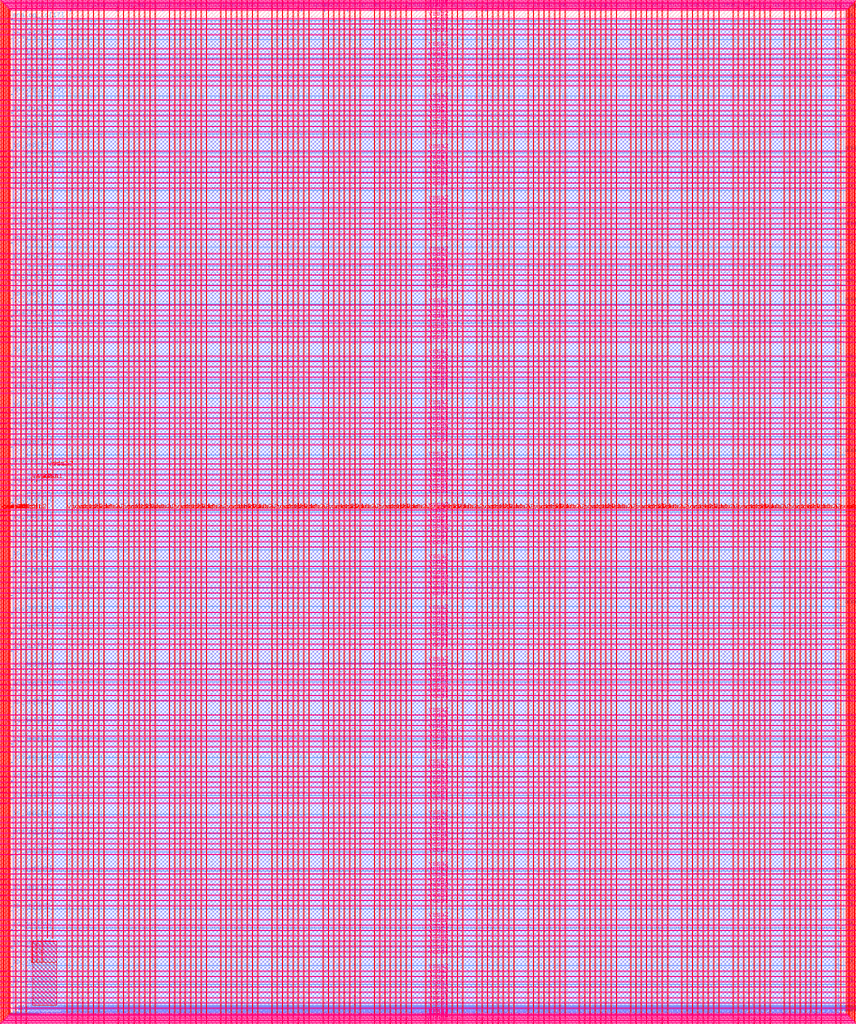
<source format=lef>
VERSION 5.7 ;
  NOWIREEXTENSIONATPIN ON ;
  DIVIDERCHAR "/" ;
  BUSBITCHARS "[]" ;
MACRO user_project_wrapper
  CLASS BLOCK ;
  FOREIGN user_project_wrapper ;
  ORIGIN 0.000 0.000 ;
  SIZE 2920.000 BY 3520.000 ;
  PIN analog_io[0]
    DIRECTION INOUT ;
    USE SIGNAL ;
    PORT
      LAYER met3 ;
        RECT 2917.600 1426.380 2924.800 1427.580 ;
    END
  END analog_io[0]
  PIN analog_io[10]
    DIRECTION INOUT ;
    USE SIGNAL ;
    PORT
      LAYER met2 ;
        RECT 2230.490 3517.600 2231.050 3524.800 ;
    END
  END analog_io[10]
  PIN analog_io[11]
    DIRECTION INOUT ;
    USE SIGNAL ;
    PORT
      LAYER met2 ;
        RECT 1905.730 3517.600 1906.290 3524.800 ;
    END
  END analog_io[11]
  PIN analog_io[12]
    DIRECTION INOUT ;
    USE SIGNAL ;
    PORT
      LAYER met2 ;
        RECT 1581.430 3517.600 1581.990 3524.800 ;
    END
  END analog_io[12]
  PIN analog_io[13]
    DIRECTION INOUT ;
    USE SIGNAL ;
    PORT
      LAYER met2 ;
        RECT 1257.130 3517.600 1257.690 3524.800 ;
    END
  END analog_io[13]
  PIN analog_io[14]
    DIRECTION INOUT ;
    USE SIGNAL ;
    PORT
      LAYER met2 ;
        RECT 932.370 3517.600 932.930 3524.800 ;
    END
  END analog_io[14]
  PIN analog_io[15]
    DIRECTION INOUT ;
    USE SIGNAL ;
    PORT
      LAYER met2 ;
        RECT 608.070 3517.600 608.630 3524.800 ;
    END
  END analog_io[15]
  PIN analog_io[16]
    DIRECTION INOUT ;
    USE SIGNAL ;
    PORT
      LAYER met2 ;
        RECT 283.770 3517.600 284.330 3524.800 ;
    END
  END analog_io[16]
  PIN analog_io[17]
    DIRECTION INOUT ;
    USE SIGNAL ;
    PORT
      LAYER met3 ;
        RECT -4.800 3486.100 2.400 3487.300 ;
    END
  END analog_io[17]
  PIN analog_io[18]
    DIRECTION INOUT ;
    USE SIGNAL ;
    PORT
      LAYER met3 ;
        RECT -4.800 3224.980 2.400 3226.180 ;
    END
  END analog_io[18]
  PIN analog_io[19]
    DIRECTION INOUT ;
    USE SIGNAL ;
    PORT
      LAYER met3 ;
        RECT -4.800 2964.540 2.400 2965.740 ;
    END
  END analog_io[19]
  PIN analog_io[1]
    DIRECTION INOUT ;
    USE SIGNAL ;
    PORT
      LAYER met3 ;
        RECT 2917.600 1692.260 2924.800 1693.460 ;
    END
  END analog_io[1]
  PIN analog_io[20]
    DIRECTION INOUT ;
    USE SIGNAL ;
    PORT
      LAYER met3 ;
        RECT -4.800 2703.420 2.400 2704.620 ;
    END
  END analog_io[20]
  PIN analog_io[21]
    DIRECTION INOUT ;
    USE SIGNAL ;
    PORT
      LAYER met3 ;
        RECT -4.800 2442.980 2.400 2444.180 ;
    END
  END analog_io[21]
  PIN analog_io[22]
    DIRECTION INOUT ;
    USE SIGNAL ;
    PORT
      LAYER met3 ;
        RECT -4.800 2182.540 2.400 2183.740 ;
    END
  END analog_io[22]
  PIN analog_io[23]
    DIRECTION INOUT ;
    USE SIGNAL ;
    PORT
      LAYER met3 ;
        RECT -4.800 1921.420 2.400 1922.620 ;
    END
  END analog_io[23]
  PIN analog_io[24]
    DIRECTION INOUT ;
    USE SIGNAL ;
    PORT
      LAYER met3 ;
        RECT -4.800 1660.980 2.400 1662.180 ;
    END
  END analog_io[24]
  PIN analog_io[25]
    DIRECTION INOUT ;
    USE SIGNAL ;
    PORT
      LAYER met3 ;
        RECT -4.800 1399.860 2.400 1401.060 ;
    END
  END analog_io[25]
  PIN analog_io[26]
    DIRECTION INOUT ;
    USE SIGNAL ;
    PORT
      LAYER met3 ;
        RECT -4.800 1139.420 2.400 1140.620 ;
    END
  END analog_io[26]
  PIN analog_io[27]
    DIRECTION INOUT ;
    USE SIGNAL ;
    PORT
      LAYER met3 ;
        RECT -4.800 878.980 2.400 880.180 ;
    END
  END analog_io[27]
  PIN analog_io[28]
    DIRECTION INOUT ;
    USE SIGNAL ;
    PORT
      LAYER met3 ;
        RECT -4.800 617.860 2.400 619.060 ;
    END
  END analog_io[28]
  PIN analog_io[2]
    DIRECTION INOUT ;
    USE SIGNAL ;
    PORT
      LAYER met3 ;
        RECT 2917.600 1958.140 2924.800 1959.340 ;
    END
  END analog_io[2]
  PIN analog_io[3]
    DIRECTION INOUT ;
    USE SIGNAL ;
    PORT
      LAYER met3 ;
        RECT 2917.600 2223.340 2924.800 2224.540 ;
    END
  END analog_io[3]
  PIN analog_io[4]
    DIRECTION INOUT ;
    USE SIGNAL ;
    PORT
      LAYER met3 ;
        RECT 2917.600 2489.220 2924.800 2490.420 ;
    END
  END analog_io[4]
  PIN analog_io[5]
    DIRECTION INOUT ;
    USE SIGNAL ;
    PORT
      LAYER met3 ;
        RECT 2917.600 2755.100 2924.800 2756.300 ;
    END
  END analog_io[5]
  PIN analog_io[6]
    DIRECTION INOUT ;
    USE SIGNAL ;
    PORT
      LAYER met3 ;
        RECT 2917.600 3020.300 2924.800 3021.500 ;
    END
  END analog_io[6]
  PIN analog_io[7]
    DIRECTION INOUT ;
    USE SIGNAL ;
    PORT
      LAYER met3 ;
        RECT 2917.600 3286.180 2924.800 3287.380 ;
    END
  END analog_io[7]
  PIN analog_io[8]
    DIRECTION INOUT ;
    USE SIGNAL ;
    PORT
      LAYER met2 ;
        RECT 2879.090 3517.600 2879.650 3524.800 ;
    END
  END analog_io[8]
  PIN analog_io[9]
    DIRECTION INOUT ;
    USE SIGNAL ;
    PORT
      LAYER met2 ;
        RECT 2554.790 3517.600 2555.350 3524.800 ;
    END
  END analog_io[9]
  PIN io_in[0]
    DIRECTION INPUT ;
    USE SIGNAL ;
    PORT
      LAYER met3 ;
        RECT 2917.600 32.380 2924.800 33.580 ;
    END
  END io_in[0]
  PIN io_in[10]
    DIRECTION INPUT ;
    USE SIGNAL ;
    PORT
      LAYER met3 ;
        RECT 2917.600 2289.980 2924.800 2291.180 ;
    END
  END io_in[10]
  PIN io_in[11]
    DIRECTION INPUT ;
    USE SIGNAL ;
    PORT
      LAYER met3 ;
        RECT 2917.600 2555.860 2924.800 2557.060 ;
    END
  END io_in[11]
  PIN io_in[12]
    DIRECTION INPUT ;
    USE SIGNAL ;
    PORT
      LAYER met3 ;
        RECT 2917.600 2821.060 2924.800 2822.260 ;
    END
  END io_in[12]
  PIN io_in[13]
    DIRECTION INPUT ;
    USE SIGNAL ;
    PORT
      LAYER met3 ;
        RECT 2917.600 3086.940 2924.800 3088.140 ;
    END
  END io_in[13]
  PIN io_in[14]
    DIRECTION INPUT ;
    USE SIGNAL ;
    PORT
      LAYER met3 ;
        RECT 2917.600 3352.820 2924.800 3354.020 ;
    END
  END io_in[14]
  PIN io_in[15]
    DIRECTION INPUT ;
    USE SIGNAL ;
    PORT
      LAYER met2 ;
        RECT 2798.130 3517.600 2798.690 3524.800 ;
    END
  END io_in[15]
  PIN io_in[16]
    DIRECTION INPUT ;
    USE SIGNAL ;
    PORT
      LAYER met2 ;
        RECT 2473.830 3517.600 2474.390 3524.800 ;
    END
  END io_in[16]
  PIN io_in[17]
    DIRECTION INPUT ;
    USE SIGNAL ;
    PORT
      LAYER met2 ;
        RECT 2149.070 3517.600 2149.630 3524.800 ;
    END
  END io_in[17]
  PIN io_in[18]
    DIRECTION INPUT ;
    USE SIGNAL ;
    PORT
      LAYER met2 ;
        RECT 1824.770 3517.600 1825.330 3524.800 ;
    END
  END io_in[18]
  PIN io_in[19]
    DIRECTION INPUT ;
    USE SIGNAL ;
    PORT
      LAYER met2 ;
        RECT 1500.470 3517.600 1501.030 3524.800 ;
    END
  END io_in[19]
  PIN io_in[1]
    DIRECTION INPUT ;
    USE SIGNAL ;
    PORT
      LAYER met3 ;
        RECT 2917.600 230.940 2924.800 232.140 ;
    END
  END io_in[1]
  PIN io_in[20]
    DIRECTION INPUT ;
    USE SIGNAL ;
    PORT
      LAYER met2 ;
        RECT 1175.710 3517.600 1176.270 3524.800 ;
    END
  END io_in[20]
  PIN io_in[21]
    DIRECTION INPUT ;
    USE SIGNAL ;
    PORT
      LAYER met2 ;
        RECT 851.410 3517.600 851.970 3524.800 ;
    END
  END io_in[21]
  PIN io_in[22]
    DIRECTION INPUT ;
    USE SIGNAL ;
    PORT
      LAYER met2 ;
        RECT 527.110 3517.600 527.670 3524.800 ;
    END
  END io_in[22]
  PIN io_in[23]
    DIRECTION INPUT ;
    USE SIGNAL ;
    PORT
      LAYER met2 ;
        RECT 202.350 3517.600 202.910 3524.800 ;
    END
  END io_in[23]
  PIN io_in[24]
    DIRECTION INPUT ;
    USE SIGNAL ;
    PORT
      LAYER met3 ;
        RECT -4.800 3420.820 2.400 3422.020 ;
    END
  END io_in[24]
  PIN io_in[25]
    DIRECTION INPUT ;
    USE SIGNAL ;
    PORT
      LAYER met3 ;
        RECT -4.800 3159.700 2.400 3160.900 ;
    END
  END io_in[25]
  PIN io_in[26]
    DIRECTION INPUT ;
    USE SIGNAL ;
    PORT
      LAYER met3 ;
        RECT -4.800 2899.260 2.400 2900.460 ;
    END
  END io_in[26]
  PIN io_in[27]
    DIRECTION INPUT ;
    USE SIGNAL ;
    PORT
      LAYER met3 ;
        RECT -4.800 2638.820 2.400 2640.020 ;
    END
  END io_in[27]
  PIN io_in[28]
    DIRECTION INPUT ;
    USE SIGNAL ;
    PORT
      LAYER met3 ;
        RECT -4.800 2377.700 2.400 2378.900 ;
    END
  END io_in[28]
  PIN io_in[29]
    DIRECTION INPUT ;
    USE SIGNAL ;
    PORT
      LAYER met3 ;
        RECT -4.800 2117.260 2.400 2118.460 ;
    END
  END io_in[29]
  PIN io_in[2]
    DIRECTION INPUT ;
    USE SIGNAL ;
    PORT
      LAYER met3 ;
        RECT 2917.600 430.180 2924.800 431.380 ;
    END
  END io_in[2]
  PIN io_in[30]
    DIRECTION INPUT ;
    USE SIGNAL ;
    PORT
      LAYER met3 ;
        RECT -4.800 1856.140 2.400 1857.340 ;
    END
  END io_in[30]
  PIN io_in[31]
    DIRECTION INPUT ;
    USE SIGNAL ;
    PORT
      LAYER met3 ;
        RECT -4.800 1595.700 2.400 1596.900 ;
    END
  END io_in[31]
  PIN io_in[32]
    DIRECTION INPUT ;
    USE SIGNAL ;
    PORT
      LAYER met3 ;
        RECT -4.800 1335.260 2.400 1336.460 ;
    END
  END io_in[32]
  PIN io_in[33]
    DIRECTION INPUT ;
    USE SIGNAL ;
    PORT
      LAYER met3 ;
        RECT -4.800 1074.140 2.400 1075.340 ;
    END
  END io_in[33]
  PIN io_in[34]
    DIRECTION INPUT ;
    USE SIGNAL ;
    PORT
      LAYER met3 ;
        RECT -4.800 813.700 2.400 814.900 ;
    END
  END io_in[34]
  PIN io_in[35]
    DIRECTION INPUT ;
    USE SIGNAL ;
    PORT
      LAYER met3 ;
        RECT -4.800 552.580 2.400 553.780 ;
    END
  END io_in[35]
  PIN io_in[36]
    DIRECTION INPUT ;
    USE SIGNAL ;
    PORT
      LAYER met3 ;
        RECT -4.800 357.420 2.400 358.620 ;
    END
  END io_in[36]
  PIN io_in[37]
    DIRECTION INPUT ;
    USE SIGNAL ;
    PORT
      LAYER met3 ;
        RECT -4.800 161.580 2.400 162.780 ;
    END
  END io_in[37]
  PIN io_in[3]
    DIRECTION INPUT ;
    USE SIGNAL ;
    PORT
      LAYER met3 ;
        RECT 2917.600 629.420 2924.800 630.620 ;
    END
  END io_in[3]
  PIN io_in[4]
    DIRECTION INPUT ;
    USE SIGNAL ;
    PORT
      LAYER met3 ;
        RECT 2917.600 828.660 2924.800 829.860 ;
    END
  END io_in[4]
  PIN io_in[5]
    DIRECTION INPUT ;
    USE SIGNAL ;
    PORT
      LAYER met3 ;
        RECT 2917.600 1027.900 2924.800 1029.100 ;
    END
  END io_in[5]
  PIN io_in[6]
    DIRECTION INPUT ;
    USE SIGNAL ;
    PORT
      LAYER met3 ;
        RECT 2917.600 1227.140 2924.800 1228.340 ;
    END
  END io_in[6]
  PIN io_in[7]
    DIRECTION INPUT ;
    USE SIGNAL ;
    PORT
      LAYER met3 ;
        RECT 2917.600 1493.020 2924.800 1494.220 ;
    END
  END io_in[7]
  PIN io_in[8]
    DIRECTION INPUT ;
    USE SIGNAL ;
    PORT
      LAYER met3 ;
        RECT 2917.600 1758.900 2924.800 1760.100 ;
    END
  END io_in[8]
  PIN io_in[9]
    DIRECTION INPUT ;
    USE SIGNAL ;
    PORT
      LAYER met3 ;
        RECT 2917.600 2024.100 2924.800 2025.300 ;
    END
  END io_in[9]
  PIN io_oeb[0]
    DIRECTION OUTPUT TRISTATE ;
    USE SIGNAL ;
    PORT
      LAYER met3 ;
        RECT 2917.600 164.980 2924.800 166.180 ;
    END
  END io_oeb[0]
  PIN io_oeb[10]
    DIRECTION OUTPUT TRISTATE ;
    USE SIGNAL ;
    PORT
      LAYER met3 ;
        RECT 2917.600 2422.580 2924.800 2423.780 ;
    END
  END io_oeb[10]
  PIN io_oeb[11]
    DIRECTION OUTPUT TRISTATE ;
    USE SIGNAL ;
    PORT
      LAYER met3 ;
        RECT 2917.600 2688.460 2924.800 2689.660 ;
    END
  END io_oeb[11]
  PIN io_oeb[12]
    DIRECTION OUTPUT TRISTATE ;
    USE SIGNAL ;
    PORT
      LAYER met3 ;
        RECT 2917.600 2954.340 2924.800 2955.540 ;
    END
  END io_oeb[12]
  PIN io_oeb[13]
    DIRECTION OUTPUT TRISTATE ;
    USE SIGNAL ;
    PORT
      LAYER met3 ;
        RECT 2917.600 3219.540 2924.800 3220.740 ;
    END
  END io_oeb[13]
  PIN io_oeb[14]
    DIRECTION OUTPUT TRISTATE ;
    USE SIGNAL ;
    PORT
      LAYER met3 ;
        RECT 2917.600 3485.420 2924.800 3486.620 ;
    END
  END io_oeb[14]
  PIN io_oeb[15]
    DIRECTION OUTPUT TRISTATE ;
    USE SIGNAL ;
    PORT
      LAYER met2 ;
        RECT 2635.750 3517.600 2636.310 3524.800 ;
    END
  END io_oeb[15]
  PIN io_oeb[16]
    DIRECTION OUTPUT TRISTATE ;
    USE SIGNAL ;
    PORT
      LAYER met2 ;
        RECT 2311.450 3517.600 2312.010 3524.800 ;
    END
  END io_oeb[16]
  PIN io_oeb[17]
    DIRECTION OUTPUT TRISTATE ;
    USE SIGNAL ;
    PORT
      LAYER met2 ;
        RECT 1987.150 3517.600 1987.710 3524.800 ;
    END
  END io_oeb[17]
  PIN io_oeb[18]
    DIRECTION OUTPUT TRISTATE ;
    USE SIGNAL ;
    PORT
      LAYER met2 ;
        RECT 1662.390 3517.600 1662.950 3524.800 ;
    END
  END io_oeb[18]
  PIN io_oeb[19]
    DIRECTION OUTPUT TRISTATE ;
    USE SIGNAL ;
    PORT
      LAYER met2 ;
        RECT 1338.090 3517.600 1338.650 3524.800 ;
    END
  END io_oeb[19]
  PIN io_oeb[1]
    DIRECTION OUTPUT TRISTATE ;
    USE SIGNAL ;
    PORT
      LAYER met3 ;
        RECT 2917.600 364.220 2924.800 365.420 ;
    END
  END io_oeb[1]
  PIN io_oeb[20]
    DIRECTION OUTPUT TRISTATE ;
    USE SIGNAL ;
    PORT
      LAYER met2 ;
        RECT 1013.790 3517.600 1014.350 3524.800 ;
    END
  END io_oeb[20]
  PIN io_oeb[21]
    DIRECTION OUTPUT TRISTATE ;
    USE SIGNAL ;
    PORT
      LAYER met2 ;
        RECT 689.030 3517.600 689.590 3524.800 ;
    END
  END io_oeb[21]
  PIN io_oeb[22]
    DIRECTION OUTPUT TRISTATE ;
    USE SIGNAL ;
    PORT
      LAYER met2 ;
        RECT 364.730 3517.600 365.290 3524.800 ;
    END
  END io_oeb[22]
  PIN io_oeb[23]
    DIRECTION OUTPUT TRISTATE ;
    USE SIGNAL ;
    PORT
      LAYER met2 ;
        RECT 40.430 3517.600 40.990 3524.800 ;
    END
  END io_oeb[23]
  PIN io_oeb[24]
    DIRECTION OUTPUT TRISTATE ;
    USE SIGNAL ;
    PORT
      LAYER met3 ;
        RECT -4.800 3290.260 2.400 3291.460 ;
    END
  END io_oeb[24]
  PIN io_oeb[25]
    DIRECTION OUTPUT TRISTATE ;
    USE SIGNAL ;
    PORT
      LAYER met3 ;
        RECT -4.800 3029.820 2.400 3031.020 ;
    END
  END io_oeb[25]
  PIN io_oeb[26]
    DIRECTION OUTPUT TRISTATE ;
    USE SIGNAL ;
    PORT
      LAYER met3 ;
        RECT -4.800 2768.700 2.400 2769.900 ;
    END
  END io_oeb[26]
  PIN io_oeb[27]
    DIRECTION OUTPUT TRISTATE ;
    USE SIGNAL ;
    PORT
      LAYER met3 ;
        RECT -4.800 2508.260 2.400 2509.460 ;
    END
  END io_oeb[27]
  PIN io_oeb[28]
    DIRECTION OUTPUT TRISTATE ;
    USE SIGNAL ;
    PORT
      LAYER met3 ;
        RECT -4.800 2247.140 2.400 2248.340 ;
    END
  END io_oeb[28]
  PIN io_oeb[29]
    DIRECTION OUTPUT TRISTATE ;
    USE SIGNAL ;
    PORT
      LAYER met3 ;
        RECT -4.800 1986.700 2.400 1987.900 ;
    END
  END io_oeb[29]
  PIN io_oeb[2]
    DIRECTION OUTPUT TRISTATE ;
    USE SIGNAL ;
    PORT
      LAYER met3 ;
        RECT 2917.600 563.460 2924.800 564.660 ;
    END
  END io_oeb[2]
  PIN io_oeb[30]
    DIRECTION OUTPUT TRISTATE ;
    USE SIGNAL ;
    PORT
      LAYER met3 ;
        RECT -4.800 1726.260 2.400 1727.460 ;
    END
  END io_oeb[30]
  PIN io_oeb[31]
    DIRECTION OUTPUT TRISTATE ;
    USE SIGNAL ;
    PORT
      LAYER met3 ;
        RECT -4.800 1465.140 2.400 1466.340 ;
    END
  END io_oeb[31]
  PIN io_oeb[32]
    DIRECTION OUTPUT TRISTATE ;
    USE SIGNAL ;
    PORT
      LAYER met3 ;
        RECT -4.800 1204.700 2.400 1205.900 ;
    END
  END io_oeb[32]
  PIN io_oeb[33]
    DIRECTION OUTPUT TRISTATE ;
    USE SIGNAL ;
    PORT
      LAYER met3 ;
        RECT -4.800 943.580 2.400 944.780 ;
    END
  END io_oeb[33]
  PIN io_oeb[34]
    DIRECTION OUTPUT TRISTATE ;
    USE SIGNAL ;
    PORT
      LAYER met3 ;
        RECT -4.800 683.140 2.400 684.340 ;
    END
  END io_oeb[34]
  PIN io_oeb[35]
    DIRECTION OUTPUT TRISTATE ;
    USE SIGNAL ;
    PORT
      LAYER met3 ;
        RECT -4.800 422.700 2.400 423.900 ;
    END
  END io_oeb[35]
  PIN io_oeb[36]
    DIRECTION OUTPUT TRISTATE ;
    USE SIGNAL ;
    PORT
      LAYER met3 ;
        RECT -4.800 226.860 2.400 228.060 ;
    END
  END io_oeb[36]
  PIN io_oeb[37]
    DIRECTION OUTPUT TRISTATE ;
    USE SIGNAL ;
    PORT
      LAYER met3 ;
        RECT -4.800 31.700 2.400 32.900 ;
    END
  END io_oeb[37]
  PIN io_oeb[3]
    DIRECTION OUTPUT TRISTATE ;
    USE SIGNAL ;
    PORT
      LAYER met3 ;
        RECT 2917.600 762.700 2924.800 763.900 ;
    END
  END io_oeb[3]
  PIN io_oeb[4]
    DIRECTION OUTPUT TRISTATE ;
    USE SIGNAL ;
    PORT
      LAYER met3 ;
        RECT 2917.600 961.940 2924.800 963.140 ;
    END
  END io_oeb[4]
  PIN io_oeb[5]
    DIRECTION OUTPUT TRISTATE ;
    USE SIGNAL ;
    PORT
      LAYER met3 ;
        RECT 2917.600 1161.180 2924.800 1162.380 ;
    END
  END io_oeb[5]
  PIN io_oeb[6]
    DIRECTION OUTPUT TRISTATE ;
    USE SIGNAL ;
    PORT
      LAYER met3 ;
        RECT 2917.600 1360.420 2924.800 1361.620 ;
    END
  END io_oeb[6]
  PIN io_oeb[7]
    DIRECTION OUTPUT TRISTATE ;
    USE SIGNAL ;
    PORT
      LAYER met3 ;
        RECT 2917.600 1625.620 2924.800 1626.820 ;
    END
  END io_oeb[7]
  PIN io_oeb[8]
    DIRECTION OUTPUT TRISTATE ;
    USE SIGNAL ;
    PORT
      LAYER met3 ;
        RECT 2917.600 1891.500 2924.800 1892.700 ;
    END
  END io_oeb[8]
  PIN io_oeb[9]
    DIRECTION OUTPUT TRISTATE ;
    USE SIGNAL ;
    PORT
      LAYER met3 ;
        RECT 2917.600 2157.380 2924.800 2158.580 ;
    END
  END io_oeb[9]
  PIN io_out[0]
    DIRECTION OUTPUT TRISTATE ;
    USE SIGNAL ;
    PORT
      LAYER met3 ;
        RECT 2917.600 98.340 2924.800 99.540 ;
    END
  END io_out[0]
  PIN io_out[10]
    DIRECTION OUTPUT TRISTATE ;
    USE SIGNAL ;
    PORT
      LAYER met3 ;
        RECT 2917.600 2356.620 2924.800 2357.820 ;
    END
  END io_out[10]
  PIN io_out[11]
    DIRECTION OUTPUT TRISTATE ;
    USE SIGNAL ;
    PORT
      LAYER met3 ;
        RECT 2917.600 2621.820 2924.800 2623.020 ;
    END
  END io_out[11]
  PIN io_out[12]
    DIRECTION OUTPUT TRISTATE ;
    USE SIGNAL ;
    PORT
      LAYER met3 ;
        RECT 2917.600 2887.700 2924.800 2888.900 ;
    END
  END io_out[12]
  PIN io_out[13]
    DIRECTION OUTPUT TRISTATE ;
    USE SIGNAL ;
    PORT
      LAYER met3 ;
        RECT 2917.600 3153.580 2924.800 3154.780 ;
    END
  END io_out[13]
  PIN io_out[14]
    DIRECTION OUTPUT TRISTATE ;
    USE SIGNAL ;
    PORT
      LAYER met3 ;
        RECT 2917.600 3418.780 2924.800 3419.980 ;
    END
  END io_out[14]
  PIN io_out[15]
    DIRECTION OUTPUT TRISTATE ;
    USE SIGNAL ;
    PORT
      LAYER met2 ;
        RECT 2717.170 3517.600 2717.730 3524.800 ;
    END
  END io_out[15]
  PIN io_out[16]
    DIRECTION OUTPUT TRISTATE ;
    USE SIGNAL ;
    PORT
      LAYER met2 ;
        RECT 2392.410 3517.600 2392.970 3524.800 ;
    END
  END io_out[16]
  PIN io_out[17]
    DIRECTION OUTPUT TRISTATE ;
    USE SIGNAL ;
    PORT
      LAYER met2 ;
        RECT 2068.110 3517.600 2068.670 3524.800 ;
    END
  END io_out[17]
  PIN io_out[18]
    DIRECTION OUTPUT TRISTATE ;
    USE SIGNAL ;
    PORT
      LAYER met2 ;
        RECT 1743.810 3517.600 1744.370 3524.800 ;
    END
  END io_out[18]
  PIN io_out[19]
    DIRECTION OUTPUT TRISTATE ;
    USE SIGNAL ;
    PORT
      LAYER met2 ;
        RECT 1419.050 3517.600 1419.610 3524.800 ;
    END
  END io_out[19]
  PIN io_out[1]
    DIRECTION OUTPUT TRISTATE ;
    USE SIGNAL ;
    PORT
      LAYER met3 ;
        RECT 2917.600 297.580 2924.800 298.780 ;
    END
  END io_out[1]
  PIN io_out[20]
    DIRECTION OUTPUT TRISTATE ;
    USE SIGNAL ;
    PORT
      LAYER met2 ;
        RECT 1094.750 3517.600 1095.310 3524.800 ;
    END
  END io_out[20]
  PIN io_out[21]
    DIRECTION OUTPUT TRISTATE ;
    USE SIGNAL ;
    PORT
      LAYER met2 ;
        RECT 770.450 3517.600 771.010 3524.800 ;
    END
  END io_out[21]
  PIN io_out[22]
    DIRECTION OUTPUT TRISTATE ;
    USE SIGNAL ;
    PORT
      LAYER met2 ;
        RECT 445.690 3517.600 446.250 3524.800 ;
    END
  END io_out[22]
  PIN io_out[23]
    DIRECTION OUTPUT TRISTATE ;
    USE SIGNAL ;
    PORT
      LAYER met2 ;
        RECT 121.390 3517.600 121.950 3524.800 ;
    END
  END io_out[23]
  PIN io_out[24]
    DIRECTION OUTPUT TRISTATE ;
    USE SIGNAL ;
    PORT
      LAYER met3 ;
        RECT -4.800 3355.540 2.400 3356.740 ;
    END
  END io_out[24]
  PIN io_out[25]
    DIRECTION OUTPUT TRISTATE ;
    USE SIGNAL ;
    PORT
      LAYER met3 ;
        RECT -4.800 3095.100 2.400 3096.300 ;
    END
  END io_out[25]
  PIN io_out[26]
    DIRECTION OUTPUT TRISTATE ;
    USE SIGNAL ;
    PORT
      LAYER met3 ;
        RECT -4.800 2833.980 2.400 2835.180 ;
    END
  END io_out[26]
  PIN io_out[27]
    DIRECTION OUTPUT TRISTATE ;
    USE SIGNAL ;
    PORT
      LAYER met3 ;
        RECT -4.800 2573.540 2.400 2574.740 ;
    END
  END io_out[27]
  PIN io_out[28]
    DIRECTION OUTPUT TRISTATE ;
    USE SIGNAL ;
    PORT
      LAYER met3 ;
        RECT -4.800 2312.420 2.400 2313.620 ;
    END
  END io_out[28]
  PIN io_out[29]
    DIRECTION OUTPUT TRISTATE ;
    USE SIGNAL ;
    PORT
      LAYER met3 ;
        RECT -4.800 2051.980 2.400 2053.180 ;
    END
  END io_out[29]
  PIN io_out[2]
    DIRECTION OUTPUT TRISTATE ;
    USE SIGNAL ;
    PORT
      LAYER met3 ;
        RECT 2917.600 496.820 2924.800 498.020 ;
    END
  END io_out[2]
  PIN io_out[30]
    DIRECTION OUTPUT TRISTATE ;
    USE SIGNAL ;
    PORT
      LAYER met3 ;
        RECT -4.800 1791.540 2.400 1792.740 ;
    END
  END io_out[30]
  PIN io_out[31]
    DIRECTION OUTPUT TRISTATE ;
    USE SIGNAL ;
    PORT
      LAYER met3 ;
        RECT -4.800 1530.420 2.400 1531.620 ;
    END
  END io_out[31]
  PIN io_out[32]
    DIRECTION OUTPUT TRISTATE ;
    USE SIGNAL ;
    PORT
      LAYER met3 ;
        RECT -4.800 1269.980 2.400 1271.180 ;
    END
  END io_out[32]
  PIN io_out[33]
    DIRECTION OUTPUT TRISTATE ;
    USE SIGNAL ;
    PORT
      LAYER met3 ;
        RECT -4.800 1008.860 2.400 1010.060 ;
    END
  END io_out[33]
  PIN io_out[34]
    DIRECTION OUTPUT TRISTATE ;
    USE SIGNAL ;
    PORT
      LAYER met3 ;
        RECT -4.800 748.420 2.400 749.620 ;
    END
  END io_out[34]
  PIN io_out[35]
    DIRECTION OUTPUT TRISTATE ;
    USE SIGNAL ;
    PORT
      LAYER met3 ;
        RECT -4.800 487.300 2.400 488.500 ;
    END
  END io_out[35]
  PIN io_out[36]
    DIRECTION OUTPUT TRISTATE ;
    USE SIGNAL ;
    PORT
      LAYER met3 ;
        RECT -4.800 292.140 2.400 293.340 ;
    END
  END io_out[36]
  PIN io_out[37]
    DIRECTION OUTPUT TRISTATE ;
    USE SIGNAL ;
    PORT
      LAYER met3 ;
        RECT -4.800 96.300 2.400 97.500 ;
    END
  END io_out[37]
  PIN io_out[3]
    DIRECTION OUTPUT TRISTATE ;
    USE SIGNAL ;
    PORT
      LAYER met3 ;
        RECT 2917.600 696.060 2924.800 697.260 ;
    END
  END io_out[3]
  PIN io_out[4]
    DIRECTION OUTPUT TRISTATE ;
    USE SIGNAL ;
    PORT
      LAYER met3 ;
        RECT 2917.600 895.300 2924.800 896.500 ;
    END
  END io_out[4]
  PIN io_out[5]
    DIRECTION OUTPUT TRISTATE ;
    USE SIGNAL ;
    PORT
      LAYER met3 ;
        RECT 2917.600 1094.540 2924.800 1095.740 ;
    END
  END io_out[5]
  PIN io_out[6]
    DIRECTION OUTPUT TRISTATE ;
    USE SIGNAL ;
    PORT
      LAYER met3 ;
        RECT 2917.600 1293.780 2924.800 1294.980 ;
    END
  END io_out[6]
  PIN io_out[7]
    DIRECTION OUTPUT TRISTATE ;
    USE SIGNAL ;
    PORT
      LAYER met3 ;
        RECT 2917.600 1559.660 2924.800 1560.860 ;
    END
  END io_out[7]
  PIN io_out[8]
    DIRECTION OUTPUT TRISTATE ;
    USE SIGNAL ;
    PORT
      LAYER met3 ;
        RECT 2917.600 1824.860 2924.800 1826.060 ;
    END
  END io_out[8]
  PIN io_out[9]
    DIRECTION OUTPUT TRISTATE ;
    USE SIGNAL ;
    PORT
      LAYER met3 ;
        RECT 2917.600 2090.740 2924.800 2091.940 ;
    END
  END io_out[9]
  PIN la_data_in[0]
    DIRECTION INPUT ;
    USE SIGNAL ;
    PORT
      LAYER met2 ;
        RECT 629.230 -4.800 629.790 2.400 ;
    END
  END la_data_in[0]
  PIN la_data_in[100]
    DIRECTION INPUT ;
    USE SIGNAL ;
    PORT
      LAYER met2 ;
        RECT 2402.530 -4.800 2403.090 2.400 ;
    END
  END la_data_in[100]
  PIN la_data_in[101]
    DIRECTION INPUT ;
    USE SIGNAL ;
    PORT
      LAYER met2 ;
        RECT 2420.010 -4.800 2420.570 2.400 ;
    END
  END la_data_in[101]
  PIN la_data_in[102]
    DIRECTION INPUT ;
    USE SIGNAL ;
    PORT
      LAYER met2 ;
        RECT 2437.950 -4.800 2438.510 2.400 ;
    END
  END la_data_in[102]
  PIN la_data_in[103]
    DIRECTION INPUT ;
    USE SIGNAL ;
    PORT
      LAYER met2 ;
        RECT 2455.430 -4.800 2455.990 2.400 ;
    END
  END la_data_in[103]
  PIN la_data_in[104]
    DIRECTION INPUT ;
    USE SIGNAL ;
    PORT
      LAYER met2 ;
        RECT 2473.370 -4.800 2473.930 2.400 ;
    END
  END la_data_in[104]
  PIN la_data_in[105]
    DIRECTION INPUT ;
    USE SIGNAL ;
    PORT
      LAYER met2 ;
        RECT 2490.850 -4.800 2491.410 2.400 ;
    END
  END la_data_in[105]
  PIN la_data_in[106]
    DIRECTION INPUT ;
    USE SIGNAL ;
    PORT
      LAYER met2 ;
        RECT 2508.790 -4.800 2509.350 2.400 ;
    END
  END la_data_in[106]
  PIN la_data_in[107]
    DIRECTION INPUT ;
    USE SIGNAL ;
    PORT
      LAYER met2 ;
        RECT 2526.730 -4.800 2527.290 2.400 ;
    END
  END la_data_in[107]
  PIN la_data_in[108]
    DIRECTION INPUT ;
    USE SIGNAL ;
    PORT
      LAYER met2 ;
        RECT 2544.210 -4.800 2544.770 2.400 ;
    END
  END la_data_in[108]
  PIN la_data_in[109]
    DIRECTION INPUT ;
    USE SIGNAL ;
    PORT
      LAYER met2 ;
        RECT 2562.150 -4.800 2562.710 2.400 ;
    END
  END la_data_in[109]
  PIN la_data_in[10]
    DIRECTION INPUT ;
    USE SIGNAL ;
    PORT
      LAYER met2 ;
        RECT 806.330 -4.800 806.890 2.400 ;
    END
  END la_data_in[10]
  PIN la_data_in[110]
    DIRECTION INPUT ;
    USE SIGNAL ;
    PORT
      LAYER met2 ;
        RECT 2579.630 -4.800 2580.190 2.400 ;
    END
  END la_data_in[110]
  PIN la_data_in[111]
    DIRECTION INPUT ;
    USE SIGNAL ;
    PORT
      LAYER met2 ;
        RECT 2597.570 -4.800 2598.130 2.400 ;
    END
  END la_data_in[111]
  PIN la_data_in[112]
    DIRECTION INPUT ;
    USE SIGNAL ;
    PORT
      LAYER met2 ;
        RECT 2615.050 -4.800 2615.610 2.400 ;
    END
  END la_data_in[112]
  PIN la_data_in[113]
    DIRECTION INPUT ;
    USE SIGNAL ;
    PORT
      LAYER met2 ;
        RECT 2632.990 -4.800 2633.550 2.400 ;
    END
  END la_data_in[113]
  PIN la_data_in[114]
    DIRECTION INPUT ;
    USE SIGNAL ;
    PORT
      LAYER met2 ;
        RECT 2650.470 -4.800 2651.030 2.400 ;
    END
  END la_data_in[114]
  PIN la_data_in[115]
    DIRECTION INPUT ;
    USE SIGNAL ;
    PORT
      LAYER met2 ;
        RECT 2668.410 -4.800 2668.970 2.400 ;
    END
  END la_data_in[115]
  PIN la_data_in[116]
    DIRECTION INPUT ;
    USE SIGNAL ;
    PORT
      LAYER met2 ;
        RECT 2685.890 -4.800 2686.450 2.400 ;
    END
  END la_data_in[116]
  PIN la_data_in[117]
    DIRECTION INPUT ;
    USE SIGNAL ;
    PORT
      LAYER met2 ;
        RECT 2703.830 -4.800 2704.390 2.400 ;
    END
  END la_data_in[117]
  PIN la_data_in[118]
    DIRECTION INPUT ;
    USE SIGNAL ;
    PORT
      LAYER met2 ;
        RECT 2721.770 -4.800 2722.330 2.400 ;
    END
  END la_data_in[118]
  PIN la_data_in[119]
    DIRECTION INPUT ;
    USE SIGNAL ;
    PORT
      LAYER met2 ;
        RECT 2739.250 -4.800 2739.810 2.400 ;
    END
  END la_data_in[119]
  PIN la_data_in[11]
    DIRECTION INPUT ;
    USE SIGNAL ;
    PORT
      LAYER met2 ;
        RECT 824.270 -4.800 824.830 2.400 ;
    END
  END la_data_in[11]
  PIN la_data_in[120]
    DIRECTION INPUT ;
    USE SIGNAL ;
    PORT
      LAYER met2 ;
        RECT 2757.190 -4.800 2757.750 2.400 ;
    END
  END la_data_in[120]
  PIN la_data_in[121]
    DIRECTION INPUT ;
    USE SIGNAL ;
    PORT
      LAYER met2 ;
        RECT 2774.670 -4.800 2775.230 2.400 ;
    END
  END la_data_in[121]
  PIN la_data_in[122]
    DIRECTION INPUT ;
    USE SIGNAL ;
    PORT
      LAYER met2 ;
        RECT 2792.610 -4.800 2793.170 2.400 ;
    END
  END la_data_in[122]
  PIN la_data_in[123]
    DIRECTION INPUT ;
    USE SIGNAL ;
    PORT
      LAYER met2 ;
        RECT 2810.090 -4.800 2810.650 2.400 ;
    END
  END la_data_in[123]
  PIN la_data_in[124]
    DIRECTION INPUT ;
    USE SIGNAL ;
    PORT
      LAYER met2 ;
        RECT 2828.030 -4.800 2828.590 2.400 ;
    END
  END la_data_in[124]
  PIN la_data_in[125]
    DIRECTION INPUT ;
    USE SIGNAL ;
    PORT
      LAYER met2 ;
        RECT 2845.510 -4.800 2846.070 2.400 ;
    END
  END la_data_in[125]
  PIN la_data_in[126]
    DIRECTION INPUT ;
    USE SIGNAL ;
    PORT
      LAYER met2 ;
        RECT 2863.450 -4.800 2864.010 2.400 ;
    END
  END la_data_in[126]
  PIN la_data_in[127]
    DIRECTION INPUT ;
    USE SIGNAL ;
    PORT
      LAYER met2 ;
        RECT 2881.390 -4.800 2881.950 2.400 ;
    END
  END la_data_in[127]
  PIN la_data_in[12]
    DIRECTION INPUT ;
    USE SIGNAL ;
    PORT
      LAYER met2 ;
        RECT 841.750 -4.800 842.310 2.400 ;
    END
  END la_data_in[12]
  PIN la_data_in[13]
    DIRECTION INPUT ;
    USE SIGNAL ;
    PORT
      LAYER met2 ;
        RECT 859.690 -4.800 860.250 2.400 ;
    END
  END la_data_in[13]
  PIN la_data_in[14]
    DIRECTION INPUT ;
    USE SIGNAL ;
    PORT
      LAYER met2 ;
        RECT 877.170 -4.800 877.730 2.400 ;
    END
  END la_data_in[14]
  PIN la_data_in[15]
    DIRECTION INPUT ;
    USE SIGNAL ;
    PORT
      LAYER met2 ;
        RECT 895.110 -4.800 895.670 2.400 ;
    END
  END la_data_in[15]
  PIN la_data_in[16]
    DIRECTION INPUT ;
    USE SIGNAL ;
    PORT
      LAYER met2 ;
        RECT 912.590 -4.800 913.150 2.400 ;
    END
  END la_data_in[16]
  PIN la_data_in[17]
    DIRECTION INPUT ;
    USE SIGNAL ;
    PORT
      LAYER met2 ;
        RECT 930.530 -4.800 931.090 2.400 ;
    END
  END la_data_in[17]
  PIN la_data_in[18]
    DIRECTION INPUT ;
    USE SIGNAL ;
    PORT
      LAYER met2 ;
        RECT 948.470 -4.800 949.030 2.400 ;
    END
  END la_data_in[18]
  PIN la_data_in[19]
    DIRECTION INPUT ;
    USE SIGNAL ;
    PORT
      LAYER met2 ;
        RECT 965.950 -4.800 966.510 2.400 ;
    END
  END la_data_in[19]
  PIN la_data_in[1]
    DIRECTION INPUT ;
    USE SIGNAL ;
    PORT
      LAYER met2 ;
        RECT 646.710 -4.800 647.270 2.400 ;
    END
  END la_data_in[1]
  PIN la_data_in[20]
    DIRECTION INPUT ;
    USE SIGNAL ;
    PORT
      LAYER met2 ;
        RECT 983.890 -4.800 984.450 2.400 ;
    END
  END la_data_in[20]
  PIN la_data_in[21]
    DIRECTION INPUT ;
    USE SIGNAL ;
    PORT
      LAYER met2 ;
        RECT 1001.370 -4.800 1001.930 2.400 ;
    END
  END la_data_in[21]
  PIN la_data_in[22]
    DIRECTION INPUT ;
    USE SIGNAL ;
    PORT
      LAYER met2 ;
        RECT 1019.310 -4.800 1019.870 2.400 ;
    END
  END la_data_in[22]
  PIN la_data_in[23]
    DIRECTION INPUT ;
    USE SIGNAL ;
    PORT
      LAYER met2 ;
        RECT 1036.790 -4.800 1037.350 2.400 ;
    END
  END la_data_in[23]
  PIN la_data_in[24]
    DIRECTION INPUT ;
    USE SIGNAL ;
    PORT
      LAYER met2 ;
        RECT 1054.730 -4.800 1055.290 2.400 ;
    END
  END la_data_in[24]
  PIN la_data_in[25]
    DIRECTION INPUT ;
    USE SIGNAL ;
    PORT
      LAYER met2 ;
        RECT 1072.210 -4.800 1072.770 2.400 ;
    END
  END la_data_in[25]
  PIN la_data_in[26]
    DIRECTION INPUT ;
    USE SIGNAL ;
    PORT
      LAYER met2 ;
        RECT 1090.150 -4.800 1090.710 2.400 ;
    END
  END la_data_in[26]
  PIN la_data_in[27]
    DIRECTION INPUT ;
    USE SIGNAL ;
    PORT
      LAYER met2 ;
        RECT 1107.630 -4.800 1108.190 2.400 ;
    END
  END la_data_in[27]
  PIN la_data_in[28]
    DIRECTION INPUT ;
    USE SIGNAL ;
    PORT
      LAYER met2 ;
        RECT 1125.570 -4.800 1126.130 2.400 ;
    END
  END la_data_in[28]
  PIN la_data_in[29]
    DIRECTION INPUT ;
    USE SIGNAL ;
    PORT
      LAYER met2 ;
        RECT 1143.510 -4.800 1144.070 2.400 ;
    END
  END la_data_in[29]
  PIN la_data_in[2]
    DIRECTION INPUT ;
    USE SIGNAL ;
    PORT
      LAYER met2 ;
        RECT 664.650 -4.800 665.210 2.400 ;
    END
  END la_data_in[2]
  PIN la_data_in[30]
    DIRECTION INPUT ;
    USE SIGNAL ;
    PORT
      LAYER met2 ;
        RECT 1160.990 -4.800 1161.550 2.400 ;
    END
  END la_data_in[30]
  PIN la_data_in[31]
    DIRECTION INPUT ;
    USE SIGNAL ;
    PORT
      LAYER met2 ;
        RECT 1178.930 -4.800 1179.490 2.400 ;
    END
  END la_data_in[31]
  PIN la_data_in[32]
    DIRECTION INPUT ;
    USE SIGNAL ;
    PORT
      LAYER met2 ;
        RECT 1196.410 -4.800 1196.970 2.400 ;
    END
  END la_data_in[32]
  PIN la_data_in[33]
    DIRECTION INPUT ;
    USE SIGNAL ;
    PORT
      LAYER met2 ;
        RECT 1214.350 -4.800 1214.910 2.400 ;
    END
  END la_data_in[33]
  PIN la_data_in[34]
    DIRECTION INPUT ;
    USE SIGNAL ;
    PORT
      LAYER met2 ;
        RECT 1231.830 -4.800 1232.390 2.400 ;
    END
  END la_data_in[34]
  PIN la_data_in[35]
    DIRECTION INPUT ;
    USE SIGNAL ;
    PORT
      LAYER met2 ;
        RECT 1249.770 -4.800 1250.330 2.400 ;
    END
  END la_data_in[35]
  PIN la_data_in[36]
    DIRECTION INPUT ;
    USE SIGNAL ;
    PORT
      LAYER met2 ;
        RECT 1267.250 -4.800 1267.810 2.400 ;
    END
  END la_data_in[36]
  PIN la_data_in[37]
    DIRECTION INPUT ;
    USE SIGNAL ;
    PORT
      LAYER met2 ;
        RECT 1285.190 -4.800 1285.750 2.400 ;
    END
  END la_data_in[37]
  PIN la_data_in[38]
    DIRECTION INPUT ;
    USE SIGNAL ;
    PORT
      LAYER met2 ;
        RECT 1303.130 -4.800 1303.690 2.400 ;
    END
  END la_data_in[38]
  PIN la_data_in[39]
    DIRECTION INPUT ;
    USE SIGNAL ;
    PORT
      LAYER met2 ;
        RECT 1320.610 -4.800 1321.170 2.400 ;
    END
  END la_data_in[39]
  PIN la_data_in[3]
    DIRECTION INPUT ;
    USE SIGNAL ;
    PORT
      LAYER met2 ;
        RECT 682.130 -4.800 682.690 2.400 ;
    END
  END la_data_in[3]
  PIN la_data_in[40]
    DIRECTION INPUT ;
    USE SIGNAL ;
    PORT
      LAYER met2 ;
        RECT 1338.550 -4.800 1339.110 2.400 ;
    END
  END la_data_in[40]
  PIN la_data_in[41]
    DIRECTION INPUT ;
    USE SIGNAL ;
    PORT
      LAYER met2 ;
        RECT 1356.030 -4.800 1356.590 2.400 ;
    END
  END la_data_in[41]
  PIN la_data_in[42]
    DIRECTION INPUT ;
    USE SIGNAL ;
    PORT
      LAYER met2 ;
        RECT 1373.970 -4.800 1374.530 2.400 ;
    END
  END la_data_in[42]
  PIN la_data_in[43]
    DIRECTION INPUT ;
    USE SIGNAL ;
    PORT
      LAYER met2 ;
        RECT 1391.450 -4.800 1392.010 2.400 ;
    END
  END la_data_in[43]
  PIN la_data_in[44]
    DIRECTION INPUT ;
    USE SIGNAL ;
    PORT
      LAYER met2 ;
        RECT 1409.390 -4.800 1409.950 2.400 ;
    END
  END la_data_in[44]
  PIN la_data_in[45]
    DIRECTION INPUT ;
    USE SIGNAL ;
    PORT
      LAYER met2 ;
        RECT 1426.870 -4.800 1427.430 2.400 ;
    END
  END la_data_in[45]
  PIN la_data_in[46]
    DIRECTION INPUT ;
    USE SIGNAL ;
    PORT
      LAYER met2 ;
        RECT 1444.810 -4.800 1445.370 2.400 ;
    END
  END la_data_in[46]
  PIN la_data_in[47]
    DIRECTION INPUT ;
    USE SIGNAL ;
    PORT
      LAYER met2 ;
        RECT 1462.750 -4.800 1463.310 2.400 ;
    END
  END la_data_in[47]
  PIN la_data_in[48]
    DIRECTION INPUT ;
    USE SIGNAL ;
    PORT
      LAYER met2 ;
        RECT 1480.230 -4.800 1480.790 2.400 ;
    END
  END la_data_in[48]
  PIN la_data_in[49]
    DIRECTION INPUT ;
    USE SIGNAL ;
    PORT
      LAYER met2 ;
        RECT 1498.170 -4.800 1498.730 2.400 ;
    END
  END la_data_in[49]
  PIN la_data_in[4]
    DIRECTION INPUT ;
    USE SIGNAL ;
    PORT
      LAYER met2 ;
        RECT 700.070 -4.800 700.630 2.400 ;
    END
  END la_data_in[4]
  PIN la_data_in[50]
    DIRECTION INPUT ;
    USE SIGNAL ;
    PORT
      LAYER met2 ;
        RECT 1515.650 -4.800 1516.210 2.400 ;
    END
  END la_data_in[50]
  PIN la_data_in[51]
    DIRECTION INPUT ;
    USE SIGNAL ;
    PORT
      LAYER met2 ;
        RECT 1533.590 -4.800 1534.150 2.400 ;
    END
  END la_data_in[51]
  PIN la_data_in[52]
    DIRECTION INPUT ;
    USE SIGNAL ;
    PORT
      LAYER met2 ;
        RECT 1551.070 -4.800 1551.630 2.400 ;
    END
  END la_data_in[52]
  PIN la_data_in[53]
    DIRECTION INPUT ;
    USE SIGNAL ;
    PORT
      LAYER met2 ;
        RECT 1569.010 -4.800 1569.570 2.400 ;
    END
  END la_data_in[53]
  PIN la_data_in[54]
    DIRECTION INPUT ;
    USE SIGNAL ;
    PORT
      LAYER met2 ;
        RECT 1586.490 -4.800 1587.050 2.400 ;
    END
  END la_data_in[54]
  PIN la_data_in[55]
    DIRECTION INPUT ;
    USE SIGNAL ;
    PORT
      LAYER met2 ;
        RECT 1604.430 -4.800 1604.990 2.400 ;
    END
  END la_data_in[55]
  PIN la_data_in[56]
    DIRECTION INPUT ;
    USE SIGNAL ;
    PORT
      LAYER met2 ;
        RECT 1621.910 -4.800 1622.470 2.400 ;
    END
  END la_data_in[56]
  PIN la_data_in[57]
    DIRECTION INPUT ;
    USE SIGNAL ;
    PORT
      LAYER met2 ;
        RECT 1639.850 -4.800 1640.410 2.400 ;
    END
  END la_data_in[57]
  PIN la_data_in[58]
    DIRECTION INPUT ;
    USE SIGNAL ;
    PORT
      LAYER met2 ;
        RECT 1657.790 -4.800 1658.350 2.400 ;
    END
  END la_data_in[58]
  PIN la_data_in[59]
    DIRECTION INPUT ;
    USE SIGNAL ;
    PORT
      LAYER met2 ;
        RECT 1675.270 -4.800 1675.830 2.400 ;
    END
  END la_data_in[59]
  PIN la_data_in[5]
    DIRECTION INPUT ;
    USE SIGNAL ;
    PORT
      LAYER met2 ;
        RECT 717.550 -4.800 718.110 2.400 ;
    END
  END la_data_in[5]
  PIN la_data_in[60]
    DIRECTION INPUT ;
    USE SIGNAL ;
    PORT
      LAYER met2 ;
        RECT 1693.210 -4.800 1693.770 2.400 ;
    END
  END la_data_in[60]
  PIN la_data_in[61]
    DIRECTION INPUT ;
    USE SIGNAL ;
    PORT
      LAYER met2 ;
        RECT 1710.690 -4.800 1711.250 2.400 ;
    END
  END la_data_in[61]
  PIN la_data_in[62]
    DIRECTION INPUT ;
    USE SIGNAL ;
    PORT
      LAYER met2 ;
        RECT 1728.630 -4.800 1729.190 2.400 ;
    END
  END la_data_in[62]
  PIN la_data_in[63]
    DIRECTION INPUT ;
    USE SIGNAL ;
    PORT
      LAYER met2 ;
        RECT 1746.110 -4.800 1746.670 2.400 ;
    END
  END la_data_in[63]
  PIN la_data_in[64]
    DIRECTION INPUT ;
    USE SIGNAL ;
    PORT
      LAYER met2 ;
        RECT 1764.050 -4.800 1764.610 2.400 ;
    END
  END la_data_in[64]
  PIN la_data_in[65]
    DIRECTION INPUT ;
    USE SIGNAL ;
    PORT
      LAYER met2 ;
        RECT 1781.530 -4.800 1782.090 2.400 ;
    END
  END la_data_in[65]
  PIN la_data_in[66]
    DIRECTION INPUT ;
    USE SIGNAL ;
    PORT
      LAYER met2 ;
        RECT 1799.470 -4.800 1800.030 2.400 ;
    END
  END la_data_in[66]
  PIN la_data_in[67]
    DIRECTION INPUT ;
    USE SIGNAL ;
    PORT
      LAYER met2 ;
        RECT 1817.410 -4.800 1817.970 2.400 ;
    END
  END la_data_in[67]
  PIN la_data_in[68]
    DIRECTION INPUT ;
    USE SIGNAL ;
    PORT
      LAYER met2 ;
        RECT 1834.890 -4.800 1835.450 2.400 ;
    END
  END la_data_in[68]
  PIN la_data_in[69]
    DIRECTION INPUT ;
    USE SIGNAL ;
    PORT
      LAYER met2 ;
        RECT 1852.830 -4.800 1853.390 2.400 ;
    END
  END la_data_in[69]
  PIN la_data_in[6]
    DIRECTION INPUT ;
    USE SIGNAL ;
    PORT
      LAYER met2 ;
        RECT 735.490 -4.800 736.050 2.400 ;
    END
  END la_data_in[6]
  PIN la_data_in[70]
    DIRECTION INPUT ;
    USE SIGNAL ;
    PORT
      LAYER met2 ;
        RECT 1870.310 -4.800 1870.870 2.400 ;
    END
  END la_data_in[70]
  PIN la_data_in[71]
    DIRECTION INPUT ;
    USE SIGNAL ;
    PORT
      LAYER met2 ;
        RECT 1888.250 -4.800 1888.810 2.400 ;
    END
  END la_data_in[71]
  PIN la_data_in[72]
    DIRECTION INPUT ;
    USE SIGNAL ;
    PORT
      LAYER met2 ;
        RECT 1905.730 -4.800 1906.290 2.400 ;
    END
  END la_data_in[72]
  PIN la_data_in[73]
    DIRECTION INPUT ;
    USE SIGNAL ;
    PORT
      LAYER met2 ;
        RECT 1923.670 -4.800 1924.230 2.400 ;
    END
  END la_data_in[73]
  PIN la_data_in[74]
    DIRECTION INPUT ;
    USE SIGNAL ;
    PORT
      LAYER met2 ;
        RECT 1941.150 -4.800 1941.710 2.400 ;
    END
  END la_data_in[74]
  PIN la_data_in[75]
    DIRECTION INPUT ;
    USE SIGNAL ;
    PORT
      LAYER met2 ;
        RECT 1959.090 -4.800 1959.650 2.400 ;
    END
  END la_data_in[75]
  PIN la_data_in[76]
    DIRECTION INPUT ;
    USE SIGNAL ;
    PORT
      LAYER met2 ;
        RECT 1976.570 -4.800 1977.130 2.400 ;
    END
  END la_data_in[76]
  PIN la_data_in[77]
    DIRECTION INPUT ;
    USE SIGNAL ;
    PORT
      LAYER met2 ;
        RECT 1994.510 -4.800 1995.070 2.400 ;
    END
  END la_data_in[77]
  PIN la_data_in[78]
    DIRECTION INPUT ;
    USE SIGNAL ;
    PORT
      LAYER met2 ;
        RECT 2012.450 -4.800 2013.010 2.400 ;
    END
  END la_data_in[78]
  PIN la_data_in[79]
    DIRECTION INPUT ;
    USE SIGNAL ;
    PORT
      LAYER met2 ;
        RECT 2029.930 -4.800 2030.490 2.400 ;
    END
  END la_data_in[79]
  PIN la_data_in[7]
    DIRECTION INPUT ;
    USE SIGNAL ;
    PORT
      LAYER met2 ;
        RECT 752.970 -4.800 753.530 2.400 ;
    END
  END la_data_in[7]
  PIN la_data_in[80]
    DIRECTION INPUT ;
    USE SIGNAL ;
    PORT
      LAYER met2 ;
        RECT 2047.870 -4.800 2048.430 2.400 ;
    END
  END la_data_in[80]
  PIN la_data_in[81]
    DIRECTION INPUT ;
    USE SIGNAL ;
    PORT
      LAYER met2 ;
        RECT 2065.350 -4.800 2065.910 2.400 ;
    END
  END la_data_in[81]
  PIN la_data_in[82]
    DIRECTION INPUT ;
    USE SIGNAL ;
    PORT
      LAYER met2 ;
        RECT 2083.290 -4.800 2083.850 2.400 ;
    END
  END la_data_in[82]
  PIN la_data_in[83]
    DIRECTION INPUT ;
    USE SIGNAL ;
    PORT
      LAYER met2 ;
        RECT 2100.770 -4.800 2101.330 2.400 ;
    END
  END la_data_in[83]
  PIN la_data_in[84]
    DIRECTION INPUT ;
    USE SIGNAL ;
    PORT
      LAYER met2 ;
        RECT 2118.710 -4.800 2119.270 2.400 ;
    END
  END la_data_in[84]
  PIN la_data_in[85]
    DIRECTION INPUT ;
    USE SIGNAL ;
    PORT
      LAYER met2 ;
        RECT 2136.190 -4.800 2136.750 2.400 ;
    END
  END la_data_in[85]
  PIN la_data_in[86]
    DIRECTION INPUT ;
    USE SIGNAL ;
    PORT
      LAYER met2 ;
        RECT 2154.130 -4.800 2154.690 2.400 ;
    END
  END la_data_in[86]
  PIN la_data_in[87]
    DIRECTION INPUT ;
    USE SIGNAL ;
    PORT
      LAYER met2 ;
        RECT 2172.070 -4.800 2172.630 2.400 ;
    END
  END la_data_in[87]
  PIN la_data_in[88]
    DIRECTION INPUT ;
    USE SIGNAL ;
    PORT
      LAYER met2 ;
        RECT 2189.550 -4.800 2190.110 2.400 ;
    END
  END la_data_in[88]
  PIN la_data_in[89]
    DIRECTION INPUT ;
    USE SIGNAL ;
    PORT
      LAYER met2 ;
        RECT 2207.490 -4.800 2208.050 2.400 ;
    END
  END la_data_in[89]
  PIN la_data_in[8]
    DIRECTION INPUT ;
    USE SIGNAL ;
    PORT
      LAYER met2 ;
        RECT 770.910 -4.800 771.470 2.400 ;
    END
  END la_data_in[8]
  PIN la_data_in[90]
    DIRECTION INPUT ;
    USE SIGNAL ;
    PORT
      LAYER met2 ;
        RECT 2224.970 -4.800 2225.530 2.400 ;
    END
  END la_data_in[90]
  PIN la_data_in[91]
    DIRECTION INPUT ;
    USE SIGNAL ;
    PORT
      LAYER met2 ;
        RECT 2242.910 -4.800 2243.470 2.400 ;
    END
  END la_data_in[91]
  PIN la_data_in[92]
    DIRECTION INPUT ;
    USE SIGNAL ;
    PORT
      LAYER met2 ;
        RECT 2260.390 -4.800 2260.950 2.400 ;
    END
  END la_data_in[92]
  PIN la_data_in[93]
    DIRECTION INPUT ;
    USE SIGNAL ;
    PORT
      LAYER met2 ;
        RECT 2278.330 -4.800 2278.890 2.400 ;
    END
  END la_data_in[93]
  PIN la_data_in[94]
    DIRECTION INPUT ;
    USE SIGNAL ;
    PORT
      LAYER met2 ;
        RECT 2295.810 -4.800 2296.370 2.400 ;
    END
  END la_data_in[94]
  PIN la_data_in[95]
    DIRECTION INPUT ;
    USE SIGNAL ;
    PORT
      LAYER met2 ;
        RECT 2313.750 -4.800 2314.310 2.400 ;
    END
  END la_data_in[95]
  PIN la_data_in[96]
    DIRECTION INPUT ;
    USE SIGNAL ;
    PORT
      LAYER met2 ;
        RECT 2331.230 -4.800 2331.790 2.400 ;
    END
  END la_data_in[96]
  PIN la_data_in[97]
    DIRECTION INPUT ;
    USE SIGNAL ;
    PORT
      LAYER met2 ;
        RECT 2349.170 -4.800 2349.730 2.400 ;
    END
  END la_data_in[97]
  PIN la_data_in[98]
    DIRECTION INPUT ;
    USE SIGNAL ;
    PORT
      LAYER met2 ;
        RECT 2367.110 -4.800 2367.670 2.400 ;
    END
  END la_data_in[98]
  PIN la_data_in[99]
    DIRECTION INPUT ;
    USE SIGNAL ;
    PORT
      LAYER met2 ;
        RECT 2384.590 -4.800 2385.150 2.400 ;
    END
  END la_data_in[99]
  PIN la_data_in[9]
    DIRECTION INPUT ;
    USE SIGNAL ;
    PORT
      LAYER met2 ;
        RECT 788.850 -4.800 789.410 2.400 ;
    END
  END la_data_in[9]
  PIN la_data_out[0]
    DIRECTION OUTPUT TRISTATE ;
    USE SIGNAL ;
    PORT
      LAYER met2 ;
        RECT 634.750 -4.800 635.310 2.400 ;
    END
  END la_data_out[0]
  PIN la_data_out[100]
    DIRECTION OUTPUT TRISTATE ;
    USE SIGNAL ;
    PORT
      LAYER met2 ;
        RECT 2408.510 -4.800 2409.070 2.400 ;
    END
  END la_data_out[100]
  PIN la_data_out[101]
    DIRECTION OUTPUT TRISTATE ;
    USE SIGNAL ;
    PORT
      LAYER met2 ;
        RECT 2425.990 -4.800 2426.550 2.400 ;
    END
  END la_data_out[101]
  PIN la_data_out[102]
    DIRECTION OUTPUT TRISTATE ;
    USE SIGNAL ;
    PORT
      LAYER met2 ;
        RECT 2443.930 -4.800 2444.490 2.400 ;
    END
  END la_data_out[102]
  PIN la_data_out[103]
    DIRECTION OUTPUT TRISTATE ;
    USE SIGNAL ;
    PORT
      LAYER met2 ;
        RECT 2461.410 -4.800 2461.970 2.400 ;
    END
  END la_data_out[103]
  PIN la_data_out[104]
    DIRECTION OUTPUT TRISTATE ;
    USE SIGNAL ;
    PORT
      LAYER met2 ;
        RECT 2479.350 -4.800 2479.910 2.400 ;
    END
  END la_data_out[104]
  PIN la_data_out[105]
    DIRECTION OUTPUT TRISTATE ;
    USE SIGNAL ;
    PORT
      LAYER met2 ;
        RECT 2496.830 -4.800 2497.390 2.400 ;
    END
  END la_data_out[105]
  PIN la_data_out[106]
    DIRECTION OUTPUT TRISTATE ;
    USE SIGNAL ;
    PORT
      LAYER met2 ;
        RECT 2514.770 -4.800 2515.330 2.400 ;
    END
  END la_data_out[106]
  PIN la_data_out[107]
    DIRECTION OUTPUT TRISTATE ;
    USE SIGNAL ;
    PORT
      LAYER met2 ;
        RECT 2532.250 -4.800 2532.810 2.400 ;
    END
  END la_data_out[107]
  PIN la_data_out[108]
    DIRECTION OUTPUT TRISTATE ;
    USE SIGNAL ;
    PORT
      LAYER met2 ;
        RECT 2550.190 -4.800 2550.750 2.400 ;
    END
  END la_data_out[108]
  PIN la_data_out[109]
    DIRECTION OUTPUT TRISTATE ;
    USE SIGNAL ;
    PORT
      LAYER met2 ;
        RECT 2567.670 -4.800 2568.230 2.400 ;
    END
  END la_data_out[109]
  PIN la_data_out[10]
    DIRECTION OUTPUT TRISTATE ;
    USE SIGNAL ;
    PORT
      LAYER met2 ;
        RECT 812.310 -4.800 812.870 2.400 ;
    END
  END la_data_out[10]
  PIN la_data_out[110]
    DIRECTION OUTPUT TRISTATE ;
    USE SIGNAL ;
    PORT
      LAYER met2 ;
        RECT 2585.610 -4.800 2586.170 2.400 ;
    END
  END la_data_out[110]
  PIN la_data_out[111]
    DIRECTION OUTPUT TRISTATE ;
    USE SIGNAL ;
    PORT
      LAYER met2 ;
        RECT 2603.550 -4.800 2604.110 2.400 ;
    END
  END la_data_out[111]
  PIN la_data_out[112]
    DIRECTION OUTPUT TRISTATE ;
    USE SIGNAL ;
    PORT
      LAYER met2 ;
        RECT 2621.030 -4.800 2621.590 2.400 ;
    END
  END la_data_out[112]
  PIN la_data_out[113]
    DIRECTION OUTPUT TRISTATE ;
    USE SIGNAL ;
    PORT
      LAYER met2 ;
        RECT 2638.970 -4.800 2639.530 2.400 ;
    END
  END la_data_out[113]
  PIN la_data_out[114]
    DIRECTION OUTPUT TRISTATE ;
    USE SIGNAL ;
    PORT
      LAYER met2 ;
        RECT 2656.450 -4.800 2657.010 2.400 ;
    END
  END la_data_out[114]
  PIN la_data_out[115]
    DIRECTION OUTPUT TRISTATE ;
    USE SIGNAL ;
    PORT
      LAYER met2 ;
        RECT 2674.390 -4.800 2674.950 2.400 ;
    END
  END la_data_out[115]
  PIN la_data_out[116]
    DIRECTION OUTPUT TRISTATE ;
    USE SIGNAL ;
    PORT
      LAYER met2 ;
        RECT 2691.870 -4.800 2692.430 2.400 ;
    END
  END la_data_out[116]
  PIN la_data_out[117]
    DIRECTION OUTPUT TRISTATE ;
    USE SIGNAL ;
    PORT
      LAYER met2 ;
        RECT 2709.810 -4.800 2710.370 2.400 ;
    END
  END la_data_out[117]
  PIN la_data_out[118]
    DIRECTION OUTPUT TRISTATE ;
    USE SIGNAL ;
    PORT
      LAYER met2 ;
        RECT 2727.290 -4.800 2727.850 2.400 ;
    END
  END la_data_out[118]
  PIN la_data_out[119]
    DIRECTION OUTPUT TRISTATE ;
    USE SIGNAL ;
    PORT
      LAYER met2 ;
        RECT 2745.230 -4.800 2745.790 2.400 ;
    END
  END la_data_out[119]
  PIN la_data_out[11]
    DIRECTION OUTPUT TRISTATE ;
    USE SIGNAL ;
    PORT
      LAYER met2 ;
        RECT 830.250 -4.800 830.810 2.400 ;
    END
  END la_data_out[11]
  PIN la_data_out[120]
    DIRECTION OUTPUT TRISTATE ;
    USE SIGNAL ;
    PORT
      LAYER met2 ;
        RECT 2763.170 -4.800 2763.730 2.400 ;
    END
  END la_data_out[120]
  PIN la_data_out[121]
    DIRECTION OUTPUT TRISTATE ;
    USE SIGNAL ;
    PORT
      LAYER met2 ;
        RECT 2780.650 -4.800 2781.210 2.400 ;
    END
  END la_data_out[121]
  PIN la_data_out[122]
    DIRECTION OUTPUT TRISTATE ;
    USE SIGNAL ;
    PORT
      LAYER met2 ;
        RECT 2798.590 -4.800 2799.150 2.400 ;
    END
  END la_data_out[122]
  PIN la_data_out[123]
    DIRECTION OUTPUT TRISTATE ;
    USE SIGNAL ;
    PORT
      LAYER met2 ;
        RECT 2816.070 -4.800 2816.630 2.400 ;
    END
  END la_data_out[123]
  PIN la_data_out[124]
    DIRECTION OUTPUT TRISTATE ;
    USE SIGNAL ;
    PORT
      LAYER met2 ;
        RECT 2834.010 -4.800 2834.570 2.400 ;
    END
  END la_data_out[124]
  PIN la_data_out[125]
    DIRECTION OUTPUT TRISTATE ;
    USE SIGNAL ;
    PORT
      LAYER met2 ;
        RECT 2851.490 -4.800 2852.050 2.400 ;
    END
  END la_data_out[125]
  PIN la_data_out[126]
    DIRECTION OUTPUT TRISTATE ;
    USE SIGNAL ;
    PORT
      LAYER met2 ;
        RECT 2869.430 -4.800 2869.990 2.400 ;
    END
  END la_data_out[126]
  PIN la_data_out[127]
    DIRECTION OUTPUT TRISTATE ;
    USE SIGNAL ;
    PORT
      LAYER met2 ;
        RECT 2886.910 -4.800 2887.470 2.400 ;
    END
  END la_data_out[127]
  PIN la_data_out[12]
    DIRECTION OUTPUT TRISTATE ;
    USE SIGNAL ;
    PORT
      LAYER met2 ;
        RECT 847.730 -4.800 848.290 2.400 ;
    END
  END la_data_out[12]
  PIN la_data_out[13]
    DIRECTION OUTPUT TRISTATE ;
    USE SIGNAL ;
    PORT
      LAYER met2 ;
        RECT 865.670 -4.800 866.230 2.400 ;
    END
  END la_data_out[13]
  PIN la_data_out[14]
    DIRECTION OUTPUT TRISTATE ;
    USE SIGNAL ;
    PORT
      LAYER met2 ;
        RECT 883.150 -4.800 883.710 2.400 ;
    END
  END la_data_out[14]
  PIN la_data_out[15]
    DIRECTION OUTPUT TRISTATE ;
    USE SIGNAL ;
    PORT
      LAYER met2 ;
        RECT 901.090 -4.800 901.650 2.400 ;
    END
  END la_data_out[15]
  PIN la_data_out[16]
    DIRECTION OUTPUT TRISTATE ;
    USE SIGNAL ;
    PORT
      LAYER met2 ;
        RECT 918.570 -4.800 919.130 2.400 ;
    END
  END la_data_out[16]
  PIN la_data_out[17]
    DIRECTION OUTPUT TRISTATE ;
    USE SIGNAL ;
    PORT
      LAYER met2 ;
        RECT 936.510 -4.800 937.070 2.400 ;
    END
  END la_data_out[17]
  PIN la_data_out[18]
    DIRECTION OUTPUT TRISTATE ;
    USE SIGNAL ;
    PORT
      LAYER met2 ;
        RECT 953.990 -4.800 954.550 2.400 ;
    END
  END la_data_out[18]
  PIN la_data_out[19]
    DIRECTION OUTPUT TRISTATE ;
    USE SIGNAL ;
    PORT
      LAYER met2 ;
        RECT 971.930 -4.800 972.490 2.400 ;
    END
  END la_data_out[19]
  PIN la_data_out[1]
    DIRECTION OUTPUT TRISTATE ;
    USE SIGNAL ;
    PORT
      LAYER met2 ;
        RECT 652.690 -4.800 653.250 2.400 ;
    END
  END la_data_out[1]
  PIN la_data_out[20]
    DIRECTION OUTPUT TRISTATE ;
    USE SIGNAL ;
    PORT
      LAYER met2 ;
        RECT 989.410 -4.800 989.970 2.400 ;
    END
  END la_data_out[20]
  PIN la_data_out[21]
    DIRECTION OUTPUT TRISTATE ;
    USE SIGNAL ;
    PORT
      LAYER met2 ;
        RECT 1007.350 -4.800 1007.910 2.400 ;
    END
  END la_data_out[21]
  PIN la_data_out[22]
    DIRECTION OUTPUT TRISTATE ;
    USE SIGNAL ;
    PORT
      LAYER met2 ;
        RECT 1025.290 -4.800 1025.850 2.400 ;
    END
  END la_data_out[22]
  PIN la_data_out[23]
    DIRECTION OUTPUT TRISTATE ;
    USE SIGNAL ;
    PORT
      LAYER met2 ;
        RECT 1042.770 -4.800 1043.330 2.400 ;
    END
  END la_data_out[23]
  PIN la_data_out[24]
    DIRECTION OUTPUT TRISTATE ;
    USE SIGNAL ;
    PORT
      LAYER met2 ;
        RECT 1060.710 -4.800 1061.270 2.400 ;
    END
  END la_data_out[24]
  PIN la_data_out[25]
    DIRECTION OUTPUT TRISTATE ;
    USE SIGNAL ;
    PORT
      LAYER met2 ;
        RECT 1078.190 -4.800 1078.750 2.400 ;
    END
  END la_data_out[25]
  PIN la_data_out[26]
    DIRECTION OUTPUT TRISTATE ;
    USE SIGNAL ;
    PORT
      LAYER met2 ;
        RECT 1096.130 -4.800 1096.690 2.400 ;
    END
  END la_data_out[26]
  PIN la_data_out[27]
    DIRECTION OUTPUT TRISTATE ;
    USE SIGNAL ;
    PORT
      LAYER met2 ;
        RECT 1113.610 -4.800 1114.170 2.400 ;
    END
  END la_data_out[27]
  PIN la_data_out[28]
    DIRECTION OUTPUT TRISTATE ;
    USE SIGNAL ;
    PORT
      LAYER met2 ;
        RECT 1131.550 -4.800 1132.110 2.400 ;
    END
  END la_data_out[28]
  PIN la_data_out[29]
    DIRECTION OUTPUT TRISTATE ;
    USE SIGNAL ;
    PORT
      LAYER met2 ;
        RECT 1149.030 -4.800 1149.590 2.400 ;
    END
  END la_data_out[29]
  PIN la_data_out[2]
    DIRECTION OUTPUT TRISTATE ;
    USE SIGNAL ;
    PORT
      LAYER met2 ;
        RECT 670.630 -4.800 671.190 2.400 ;
    END
  END la_data_out[2]
  PIN la_data_out[30]
    DIRECTION OUTPUT TRISTATE ;
    USE SIGNAL ;
    PORT
      LAYER met2 ;
        RECT 1166.970 -4.800 1167.530 2.400 ;
    END
  END la_data_out[30]
  PIN la_data_out[31]
    DIRECTION OUTPUT TRISTATE ;
    USE SIGNAL ;
    PORT
      LAYER met2 ;
        RECT 1184.910 -4.800 1185.470 2.400 ;
    END
  END la_data_out[31]
  PIN la_data_out[32]
    DIRECTION OUTPUT TRISTATE ;
    USE SIGNAL ;
    PORT
      LAYER met2 ;
        RECT 1202.390 -4.800 1202.950 2.400 ;
    END
  END la_data_out[32]
  PIN la_data_out[33]
    DIRECTION OUTPUT TRISTATE ;
    USE SIGNAL ;
    PORT
      LAYER met2 ;
        RECT 1220.330 -4.800 1220.890 2.400 ;
    END
  END la_data_out[33]
  PIN la_data_out[34]
    DIRECTION OUTPUT TRISTATE ;
    USE SIGNAL ;
    PORT
      LAYER met2 ;
        RECT 1237.810 -4.800 1238.370 2.400 ;
    END
  END la_data_out[34]
  PIN la_data_out[35]
    DIRECTION OUTPUT TRISTATE ;
    USE SIGNAL ;
    PORT
      LAYER met2 ;
        RECT 1255.750 -4.800 1256.310 2.400 ;
    END
  END la_data_out[35]
  PIN la_data_out[36]
    DIRECTION OUTPUT TRISTATE ;
    USE SIGNAL ;
    PORT
      LAYER met2 ;
        RECT 1273.230 -4.800 1273.790 2.400 ;
    END
  END la_data_out[36]
  PIN la_data_out[37]
    DIRECTION OUTPUT TRISTATE ;
    USE SIGNAL ;
    PORT
      LAYER met2 ;
        RECT 1291.170 -4.800 1291.730 2.400 ;
    END
  END la_data_out[37]
  PIN la_data_out[38]
    DIRECTION OUTPUT TRISTATE ;
    USE SIGNAL ;
    PORT
      LAYER met2 ;
        RECT 1308.650 -4.800 1309.210 2.400 ;
    END
  END la_data_out[38]
  PIN la_data_out[39]
    DIRECTION OUTPUT TRISTATE ;
    USE SIGNAL ;
    PORT
      LAYER met2 ;
        RECT 1326.590 -4.800 1327.150 2.400 ;
    END
  END la_data_out[39]
  PIN la_data_out[3]
    DIRECTION OUTPUT TRISTATE ;
    USE SIGNAL ;
    PORT
      LAYER met2 ;
        RECT 688.110 -4.800 688.670 2.400 ;
    END
  END la_data_out[3]
  PIN la_data_out[40]
    DIRECTION OUTPUT TRISTATE ;
    USE SIGNAL ;
    PORT
      LAYER met2 ;
        RECT 1344.070 -4.800 1344.630 2.400 ;
    END
  END la_data_out[40]
  PIN la_data_out[41]
    DIRECTION OUTPUT TRISTATE ;
    USE SIGNAL ;
    PORT
      LAYER met2 ;
        RECT 1362.010 -4.800 1362.570 2.400 ;
    END
  END la_data_out[41]
  PIN la_data_out[42]
    DIRECTION OUTPUT TRISTATE ;
    USE SIGNAL ;
    PORT
      LAYER met2 ;
        RECT 1379.950 -4.800 1380.510 2.400 ;
    END
  END la_data_out[42]
  PIN la_data_out[43]
    DIRECTION OUTPUT TRISTATE ;
    USE SIGNAL ;
    PORT
      LAYER met2 ;
        RECT 1397.430 -4.800 1397.990 2.400 ;
    END
  END la_data_out[43]
  PIN la_data_out[44]
    DIRECTION OUTPUT TRISTATE ;
    USE SIGNAL ;
    PORT
      LAYER met2 ;
        RECT 1415.370 -4.800 1415.930 2.400 ;
    END
  END la_data_out[44]
  PIN la_data_out[45]
    DIRECTION OUTPUT TRISTATE ;
    USE SIGNAL ;
    PORT
      LAYER met2 ;
        RECT 1432.850 -4.800 1433.410 2.400 ;
    END
  END la_data_out[45]
  PIN la_data_out[46]
    DIRECTION OUTPUT TRISTATE ;
    USE SIGNAL ;
    PORT
      LAYER met2 ;
        RECT 1450.790 -4.800 1451.350 2.400 ;
    END
  END la_data_out[46]
  PIN la_data_out[47]
    DIRECTION OUTPUT TRISTATE ;
    USE SIGNAL ;
    PORT
      LAYER met2 ;
        RECT 1468.270 -4.800 1468.830 2.400 ;
    END
  END la_data_out[47]
  PIN la_data_out[48]
    DIRECTION OUTPUT TRISTATE ;
    USE SIGNAL ;
    PORT
      LAYER met2 ;
        RECT 1486.210 -4.800 1486.770 2.400 ;
    END
  END la_data_out[48]
  PIN la_data_out[49]
    DIRECTION OUTPUT TRISTATE ;
    USE SIGNAL ;
    PORT
      LAYER met2 ;
        RECT 1503.690 -4.800 1504.250 2.400 ;
    END
  END la_data_out[49]
  PIN la_data_out[4]
    DIRECTION OUTPUT TRISTATE ;
    USE SIGNAL ;
    PORT
      LAYER met2 ;
        RECT 706.050 -4.800 706.610 2.400 ;
    END
  END la_data_out[4]
  PIN la_data_out[50]
    DIRECTION OUTPUT TRISTATE ;
    USE SIGNAL ;
    PORT
      LAYER met2 ;
        RECT 1521.630 -4.800 1522.190 2.400 ;
    END
  END la_data_out[50]
  PIN la_data_out[51]
    DIRECTION OUTPUT TRISTATE ;
    USE SIGNAL ;
    PORT
      LAYER met2 ;
        RECT 1539.570 -4.800 1540.130 2.400 ;
    END
  END la_data_out[51]
  PIN la_data_out[52]
    DIRECTION OUTPUT TRISTATE ;
    USE SIGNAL ;
    PORT
      LAYER met2 ;
        RECT 1557.050 -4.800 1557.610 2.400 ;
    END
  END la_data_out[52]
  PIN la_data_out[53]
    DIRECTION OUTPUT TRISTATE ;
    USE SIGNAL ;
    PORT
      LAYER met2 ;
        RECT 1574.990 -4.800 1575.550 2.400 ;
    END
  END la_data_out[53]
  PIN la_data_out[54]
    DIRECTION OUTPUT TRISTATE ;
    USE SIGNAL ;
    PORT
      LAYER met2 ;
        RECT 1592.470 -4.800 1593.030 2.400 ;
    END
  END la_data_out[54]
  PIN la_data_out[55]
    DIRECTION OUTPUT TRISTATE ;
    USE SIGNAL ;
    PORT
      LAYER met2 ;
        RECT 1610.410 -4.800 1610.970 2.400 ;
    END
  END la_data_out[55]
  PIN la_data_out[56]
    DIRECTION OUTPUT TRISTATE ;
    USE SIGNAL ;
    PORT
      LAYER met2 ;
        RECT 1627.890 -4.800 1628.450 2.400 ;
    END
  END la_data_out[56]
  PIN la_data_out[57]
    DIRECTION OUTPUT TRISTATE ;
    USE SIGNAL ;
    PORT
      LAYER met2 ;
        RECT 1645.830 -4.800 1646.390 2.400 ;
    END
  END la_data_out[57]
  PIN la_data_out[58]
    DIRECTION OUTPUT TRISTATE ;
    USE SIGNAL ;
    PORT
      LAYER met2 ;
        RECT 1663.310 -4.800 1663.870 2.400 ;
    END
  END la_data_out[58]
  PIN la_data_out[59]
    DIRECTION OUTPUT TRISTATE ;
    USE SIGNAL ;
    PORT
      LAYER met2 ;
        RECT 1681.250 -4.800 1681.810 2.400 ;
    END
  END la_data_out[59]
  PIN la_data_out[5]
    DIRECTION OUTPUT TRISTATE ;
    USE SIGNAL ;
    PORT
      LAYER met2 ;
        RECT 723.530 -4.800 724.090 2.400 ;
    END
  END la_data_out[5]
  PIN la_data_out[60]
    DIRECTION OUTPUT TRISTATE ;
    USE SIGNAL ;
    PORT
      LAYER met2 ;
        RECT 1699.190 -4.800 1699.750 2.400 ;
    END
  END la_data_out[60]
  PIN la_data_out[61]
    DIRECTION OUTPUT TRISTATE ;
    USE SIGNAL ;
    PORT
      LAYER met2 ;
        RECT 1716.670 -4.800 1717.230 2.400 ;
    END
  END la_data_out[61]
  PIN la_data_out[62]
    DIRECTION OUTPUT TRISTATE ;
    USE SIGNAL ;
    PORT
      LAYER met2 ;
        RECT 1734.610 -4.800 1735.170 2.400 ;
    END
  END la_data_out[62]
  PIN la_data_out[63]
    DIRECTION OUTPUT TRISTATE ;
    USE SIGNAL ;
    PORT
      LAYER met2 ;
        RECT 1752.090 -4.800 1752.650 2.400 ;
    END
  END la_data_out[63]
  PIN la_data_out[64]
    DIRECTION OUTPUT TRISTATE ;
    USE SIGNAL ;
    PORT
      LAYER met2 ;
        RECT 1770.030 -4.800 1770.590 2.400 ;
    END
  END la_data_out[64]
  PIN la_data_out[65]
    DIRECTION OUTPUT TRISTATE ;
    USE SIGNAL ;
    PORT
      LAYER met2 ;
        RECT 1787.510 -4.800 1788.070 2.400 ;
    END
  END la_data_out[65]
  PIN la_data_out[66]
    DIRECTION OUTPUT TRISTATE ;
    USE SIGNAL ;
    PORT
      LAYER met2 ;
        RECT 1805.450 -4.800 1806.010 2.400 ;
    END
  END la_data_out[66]
  PIN la_data_out[67]
    DIRECTION OUTPUT TRISTATE ;
    USE SIGNAL ;
    PORT
      LAYER met2 ;
        RECT 1822.930 -4.800 1823.490 2.400 ;
    END
  END la_data_out[67]
  PIN la_data_out[68]
    DIRECTION OUTPUT TRISTATE ;
    USE SIGNAL ;
    PORT
      LAYER met2 ;
        RECT 1840.870 -4.800 1841.430 2.400 ;
    END
  END la_data_out[68]
  PIN la_data_out[69]
    DIRECTION OUTPUT TRISTATE ;
    USE SIGNAL ;
    PORT
      LAYER met2 ;
        RECT 1858.350 -4.800 1858.910 2.400 ;
    END
  END la_data_out[69]
  PIN la_data_out[6]
    DIRECTION OUTPUT TRISTATE ;
    USE SIGNAL ;
    PORT
      LAYER met2 ;
        RECT 741.470 -4.800 742.030 2.400 ;
    END
  END la_data_out[6]
  PIN la_data_out[70]
    DIRECTION OUTPUT TRISTATE ;
    USE SIGNAL ;
    PORT
      LAYER met2 ;
        RECT 1876.290 -4.800 1876.850 2.400 ;
    END
  END la_data_out[70]
  PIN la_data_out[71]
    DIRECTION OUTPUT TRISTATE ;
    USE SIGNAL ;
    PORT
      LAYER met2 ;
        RECT 1894.230 -4.800 1894.790 2.400 ;
    END
  END la_data_out[71]
  PIN la_data_out[72]
    DIRECTION OUTPUT TRISTATE ;
    USE SIGNAL ;
    PORT
      LAYER met2 ;
        RECT 1911.710 -4.800 1912.270 2.400 ;
    END
  END la_data_out[72]
  PIN la_data_out[73]
    DIRECTION OUTPUT TRISTATE ;
    USE SIGNAL ;
    PORT
      LAYER met2 ;
        RECT 1929.650 -4.800 1930.210 2.400 ;
    END
  END la_data_out[73]
  PIN la_data_out[74]
    DIRECTION OUTPUT TRISTATE ;
    USE SIGNAL ;
    PORT
      LAYER met2 ;
        RECT 1947.130 -4.800 1947.690 2.400 ;
    END
  END la_data_out[74]
  PIN la_data_out[75]
    DIRECTION OUTPUT TRISTATE ;
    USE SIGNAL ;
    PORT
      LAYER met2 ;
        RECT 1965.070 -4.800 1965.630 2.400 ;
    END
  END la_data_out[75]
  PIN la_data_out[76]
    DIRECTION OUTPUT TRISTATE ;
    USE SIGNAL ;
    PORT
      LAYER met2 ;
        RECT 1982.550 -4.800 1983.110 2.400 ;
    END
  END la_data_out[76]
  PIN la_data_out[77]
    DIRECTION OUTPUT TRISTATE ;
    USE SIGNAL ;
    PORT
      LAYER met2 ;
        RECT 2000.490 -4.800 2001.050 2.400 ;
    END
  END la_data_out[77]
  PIN la_data_out[78]
    DIRECTION OUTPUT TRISTATE ;
    USE SIGNAL ;
    PORT
      LAYER met2 ;
        RECT 2017.970 -4.800 2018.530 2.400 ;
    END
  END la_data_out[78]
  PIN la_data_out[79]
    DIRECTION OUTPUT TRISTATE ;
    USE SIGNAL ;
    PORT
      LAYER met2 ;
        RECT 2035.910 -4.800 2036.470 2.400 ;
    END
  END la_data_out[79]
  PIN la_data_out[7]
    DIRECTION OUTPUT TRISTATE ;
    USE SIGNAL ;
    PORT
      LAYER met2 ;
        RECT 758.950 -4.800 759.510 2.400 ;
    END
  END la_data_out[7]
  PIN la_data_out[80]
    DIRECTION OUTPUT TRISTATE ;
    USE SIGNAL ;
    PORT
      LAYER met2 ;
        RECT 2053.850 -4.800 2054.410 2.400 ;
    END
  END la_data_out[80]
  PIN la_data_out[81]
    DIRECTION OUTPUT TRISTATE ;
    USE SIGNAL ;
    PORT
      LAYER met2 ;
        RECT 2071.330 -4.800 2071.890 2.400 ;
    END
  END la_data_out[81]
  PIN la_data_out[82]
    DIRECTION OUTPUT TRISTATE ;
    USE SIGNAL ;
    PORT
      LAYER met2 ;
        RECT 2089.270 -4.800 2089.830 2.400 ;
    END
  END la_data_out[82]
  PIN la_data_out[83]
    DIRECTION OUTPUT TRISTATE ;
    USE SIGNAL ;
    PORT
      LAYER met2 ;
        RECT 2106.750 -4.800 2107.310 2.400 ;
    END
  END la_data_out[83]
  PIN la_data_out[84]
    DIRECTION OUTPUT TRISTATE ;
    USE SIGNAL ;
    PORT
      LAYER met2 ;
        RECT 2124.690 -4.800 2125.250 2.400 ;
    END
  END la_data_out[84]
  PIN la_data_out[85]
    DIRECTION OUTPUT TRISTATE ;
    USE SIGNAL ;
    PORT
      LAYER met2 ;
        RECT 2142.170 -4.800 2142.730 2.400 ;
    END
  END la_data_out[85]
  PIN la_data_out[86]
    DIRECTION OUTPUT TRISTATE ;
    USE SIGNAL ;
    PORT
      LAYER met2 ;
        RECT 2160.110 -4.800 2160.670 2.400 ;
    END
  END la_data_out[86]
  PIN la_data_out[87]
    DIRECTION OUTPUT TRISTATE ;
    USE SIGNAL ;
    PORT
      LAYER met2 ;
        RECT 2177.590 -4.800 2178.150 2.400 ;
    END
  END la_data_out[87]
  PIN la_data_out[88]
    DIRECTION OUTPUT TRISTATE ;
    USE SIGNAL ;
    PORT
      LAYER met2 ;
        RECT 2195.530 -4.800 2196.090 2.400 ;
    END
  END la_data_out[88]
  PIN la_data_out[89]
    DIRECTION OUTPUT TRISTATE ;
    USE SIGNAL ;
    PORT
      LAYER met2 ;
        RECT 2213.010 -4.800 2213.570 2.400 ;
    END
  END la_data_out[89]
  PIN la_data_out[8]
    DIRECTION OUTPUT TRISTATE ;
    USE SIGNAL ;
    PORT
      LAYER met2 ;
        RECT 776.890 -4.800 777.450 2.400 ;
    END
  END la_data_out[8]
  PIN la_data_out[90]
    DIRECTION OUTPUT TRISTATE ;
    USE SIGNAL ;
    PORT
      LAYER met2 ;
        RECT 2230.950 -4.800 2231.510 2.400 ;
    END
  END la_data_out[90]
  PIN la_data_out[91]
    DIRECTION OUTPUT TRISTATE ;
    USE SIGNAL ;
    PORT
      LAYER met2 ;
        RECT 2248.890 -4.800 2249.450 2.400 ;
    END
  END la_data_out[91]
  PIN la_data_out[92]
    DIRECTION OUTPUT TRISTATE ;
    USE SIGNAL ;
    PORT
      LAYER met2 ;
        RECT 2266.370 -4.800 2266.930 2.400 ;
    END
  END la_data_out[92]
  PIN la_data_out[93]
    DIRECTION OUTPUT TRISTATE ;
    USE SIGNAL ;
    PORT
      LAYER met2 ;
        RECT 2284.310 -4.800 2284.870 2.400 ;
    END
  END la_data_out[93]
  PIN la_data_out[94]
    DIRECTION OUTPUT TRISTATE ;
    USE SIGNAL ;
    PORT
      LAYER met2 ;
        RECT 2301.790 -4.800 2302.350 2.400 ;
    END
  END la_data_out[94]
  PIN la_data_out[95]
    DIRECTION OUTPUT TRISTATE ;
    USE SIGNAL ;
    PORT
      LAYER met2 ;
        RECT 2319.730 -4.800 2320.290 2.400 ;
    END
  END la_data_out[95]
  PIN la_data_out[96]
    DIRECTION OUTPUT TRISTATE ;
    USE SIGNAL ;
    PORT
      LAYER met2 ;
        RECT 2337.210 -4.800 2337.770 2.400 ;
    END
  END la_data_out[96]
  PIN la_data_out[97]
    DIRECTION OUTPUT TRISTATE ;
    USE SIGNAL ;
    PORT
      LAYER met2 ;
        RECT 2355.150 -4.800 2355.710 2.400 ;
    END
  END la_data_out[97]
  PIN la_data_out[98]
    DIRECTION OUTPUT TRISTATE ;
    USE SIGNAL ;
    PORT
      LAYER met2 ;
        RECT 2372.630 -4.800 2373.190 2.400 ;
    END
  END la_data_out[98]
  PIN la_data_out[99]
    DIRECTION OUTPUT TRISTATE ;
    USE SIGNAL ;
    PORT
      LAYER met2 ;
        RECT 2390.570 -4.800 2391.130 2.400 ;
    END
  END la_data_out[99]
  PIN la_data_out[9]
    DIRECTION OUTPUT TRISTATE ;
    USE SIGNAL ;
    PORT
      LAYER met2 ;
        RECT 794.370 -4.800 794.930 2.400 ;
    END
  END la_data_out[9]
  PIN la_oenb[0]
    DIRECTION INPUT ;
    USE SIGNAL ;
    PORT
      LAYER met2 ;
        RECT 640.730 -4.800 641.290 2.400 ;
    END
  END la_oenb[0]
  PIN la_oenb[100]
    DIRECTION INPUT ;
    USE SIGNAL ;
    PORT
      LAYER met2 ;
        RECT 2414.030 -4.800 2414.590 2.400 ;
    END
  END la_oenb[100]
  PIN la_oenb[101]
    DIRECTION INPUT ;
    USE SIGNAL ;
    PORT
      LAYER met2 ;
        RECT 2431.970 -4.800 2432.530 2.400 ;
    END
  END la_oenb[101]
  PIN la_oenb[102]
    DIRECTION INPUT ;
    USE SIGNAL ;
    PORT
      LAYER met2 ;
        RECT 2449.450 -4.800 2450.010 2.400 ;
    END
  END la_oenb[102]
  PIN la_oenb[103]
    DIRECTION INPUT ;
    USE SIGNAL ;
    PORT
      LAYER met2 ;
        RECT 2467.390 -4.800 2467.950 2.400 ;
    END
  END la_oenb[103]
  PIN la_oenb[104]
    DIRECTION INPUT ;
    USE SIGNAL ;
    PORT
      LAYER met2 ;
        RECT 2485.330 -4.800 2485.890 2.400 ;
    END
  END la_oenb[104]
  PIN la_oenb[105]
    DIRECTION INPUT ;
    USE SIGNAL ;
    PORT
      LAYER met2 ;
        RECT 2502.810 -4.800 2503.370 2.400 ;
    END
  END la_oenb[105]
  PIN la_oenb[106]
    DIRECTION INPUT ;
    USE SIGNAL ;
    PORT
      LAYER met2 ;
        RECT 2520.750 -4.800 2521.310 2.400 ;
    END
  END la_oenb[106]
  PIN la_oenb[107]
    DIRECTION INPUT ;
    USE SIGNAL ;
    PORT
      LAYER met2 ;
        RECT 2538.230 -4.800 2538.790 2.400 ;
    END
  END la_oenb[107]
  PIN la_oenb[108]
    DIRECTION INPUT ;
    USE SIGNAL ;
    PORT
      LAYER met2 ;
        RECT 2556.170 -4.800 2556.730 2.400 ;
    END
  END la_oenb[108]
  PIN la_oenb[109]
    DIRECTION INPUT ;
    USE SIGNAL ;
    PORT
      LAYER met2 ;
        RECT 2573.650 -4.800 2574.210 2.400 ;
    END
  END la_oenb[109]
  PIN la_oenb[10]
    DIRECTION INPUT ;
    USE SIGNAL ;
    PORT
      LAYER met2 ;
        RECT 818.290 -4.800 818.850 2.400 ;
    END
  END la_oenb[10]
  PIN la_oenb[110]
    DIRECTION INPUT ;
    USE SIGNAL ;
    PORT
      LAYER met2 ;
        RECT 2591.590 -4.800 2592.150 2.400 ;
    END
  END la_oenb[110]
  PIN la_oenb[111]
    DIRECTION INPUT ;
    USE SIGNAL ;
    PORT
      LAYER met2 ;
        RECT 2609.070 -4.800 2609.630 2.400 ;
    END
  END la_oenb[111]
  PIN la_oenb[112]
    DIRECTION INPUT ;
    USE SIGNAL ;
    PORT
      LAYER met2 ;
        RECT 2627.010 -4.800 2627.570 2.400 ;
    END
  END la_oenb[112]
  PIN la_oenb[113]
    DIRECTION INPUT ;
    USE SIGNAL ;
    PORT
      LAYER met2 ;
        RECT 2644.950 -4.800 2645.510 2.400 ;
    END
  END la_oenb[113]
  PIN la_oenb[114]
    DIRECTION INPUT ;
    USE SIGNAL ;
    PORT
      LAYER met2 ;
        RECT 2662.430 -4.800 2662.990 2.400 ;
    END
  END la_oenb[114]
  PIN la_oenb[115]
    DIRECTION INPUT ;
    USE SIGNAL ;
    PORT
      LAYER met2 ;
        RECT 2680.370 -4.800 2680.930 2.400 ;
    END
  END la_oenb[115]
  PIN la_oenb[116]
    DIRECTION INPUT ;
    USE SIGNAL ;
    PORT
      LAYER met2 ;
        RECT 2697.850 -4.800 2698.410 2.400 ;
    END
  END la_oenb[116]
  PIN la_oenb[117]
    DIRECTION INPUT ;
    USE SIGNAL ;
    PORT
      LAYER met2 ;
        RECT 2715.790 -4.800 2716.350 2.400 ;
    END
  END la_oenb[117]
  PIN la_oenb[118]
    DIRECTION INPUT ;
    USE SIGNAL ;
    PORT
      LAYER met2 ;
        RECT 2733.270 -4.800 2733.830 2.400 ;
    END
  END la_oenb[118]
  PIN la_oenb[119]
    DIRECTION INPUT ;
    USE SIGNAL ;
    PORT
      LAYER met2 ;
        RECT 2751.210 -4.800 2751.770 2.400 ;
    END
  END la_oenb[119]
  PIN la_oenb[11]
    DIRECTION INPUT ;
    USE SIGNAL ;
    PORT
      LAYER met2 ;
        RECT 835.770 -4.800 836.330 2.400 ;
    END
  END la_oenb[11]
  PIN la_oenb[120]
    DIRECTION INPUT ;
    USE SIGNAL ;
    PORT
      LAYER met2 ;
        RECT 2768.690 -4.800 2769.250 2.400 ;
    END
  END la_oenb[120]
  PIN la_oenb[121]
    DIRECTION INPUT ;
    USE SIGNAL ;
    PORT
      LAYER met2 ;
        RECT 2786.630 -4.800 2787.190 2.400 ;
    END
  END la_oenb[121]
  PIN la_oenb[122]
    DIRECTION INPUT ;
    USE SIGNAL ;
    PORT
      LAYER met2 ;
        RECT 2804.110 -4.800 2804.670 2.400 ;
    END
  END la_oenb[122]
  PIN la_oenb[123]
    DIRECTION INPUT ;
    USE SIGNAL ;
    PORT
      LAYER met2 ;
        RECT 2822.050 -4.800 2822.610 2.400 ;
    END
  END la_oenb[123]
  PIN la_oenb[124]
    DIRECTION INPUT ;
    USE SIGNAL ;
    PORT
      LAYER met2 ;
        RECT 2839.990 -4.800 2840.550 2.400 ;
    END
  END la_oenb[124]
  PIN la_oenb[125]
    DIRECTION INPUT ;
    USE SIGNAL ;
    PORT
      LAYER met2 ;
        RECT 2857.470 -4.800 2858.030 2.400 ;
    END
  END la_oenb[125]
  PIN la_oenb[126]
    DIRECTION INPUT ;
    USE SIGNAL ;
    PORT
      LAYER met2 ;
        RECT 2875.410 -4.800 2875.970 2.400 ;
    END
  END la_oenb[126]
  PIN la_oenb[127]
    DIRECTION INPUT ;
    USE SIGNAL ;
    PORT
      LAYER met2 ;
        RECT 2892.890 -4.800 2893.450 2.400 ;
    END
  END la_oenb[127]
  PIN la_oenb[12]
    DIRECTION INPUT ;
    USE SIGNAL ;
    PORT
      LAYER met2 ;
        RECT 853.710 -4.800 854.270 2.400 ;
    END
  END la_oenb[12]
  PIN la_oenb[13]
    DIRECTION INPUT ;
    USE SIGNAL ;
    PORT
      LAYER met2 ;
        RECT 871.190 -4.800 871.750 2.400 ;
    END
  END la_oenb[13]
  PIN la_oenb[14]
    DIRECTION INPUT ;
    USE SIGNAL ;
    PORT
      LAYER met2 ;
        RECT 889.130 -4.800 889.690 2.400 ;
    END
  END la_oenb[14]
  PIN la_oenb[15]
    DIRECTION INPUT ;
    USE SIGNAL ;
    PORT
      LAYER met2 ;
        RECT 907.070 -4.800 907.630 2.400 ;
    END
  END la_oenb[15]
  PIN la_oenb[16]
    DIRECTION INPUT ;
    USE SIGNAL ;
    PORT
      LAYER met2 ;
        RECT 924.550 -4.800 925.110 2.400 ;
    END
  END la_oenb[16]
  PIN la_oenb[17]
    DIRECTION INPUT ;
    USE SIGNAL ;
    PORT
      LAYER met2 ;
        RECT 942.490 -4.800 943.050 2.400 ;
    END
  END la_oenb[17]
  PIN la_oenb[18]
    DIRECTION INPUT ;
    USE SIGNAL ;
    PORT
      LAYER met2 ;
        RECT 959.970 -4.800 960.530 2.400 ;
    END
  END la_oenb[18]
  PIN la_oenb[19]
    DIRECTION INPUT ;
    USE SIGNAL ;
    PORT
      LAYER met2 ;
        RECT 977.910 -4.800 978.470 2.400 ;
    END
  END la_oenb[19]
  PIN la_oenb[1]
    DIRECTION INPUT ;
    USE SIGNAL ;
    PORT
      LAYER met2 ;
        RECT 658.670 -4.800 659.230 2.400 ;
    END
  END la_oenb[1]
  PIN la_oenb[20]
    DIRECTION INPUT ;
    USE SIGNAL ;
    PORT
      LAYER met2 ;
        RECT 995.390 -4.800 995.950 2.400 ;
    END
  END la_oenb[20]
  PIN la_oenb[21]
    DIRECTION INPUT ;
    USE SIGNAL ;
    PORT
      LAYER met2 ;
        RECT 1013.330 -4.800 1013.890 2.400 ;
    END
  END la_oenb[21]
  PIN la_oenb[22]
    DIRECTION INPUT ;
    USE SIGNAL ;
    PORT
      LAYER met2 ;
        RECT 1030.810 -4.800 1031.370 2.400 ;
    END
  END la_oenb[22]
  PIN la_oenb[23]
    DIRECTION INPUT ;
    USE SIGNAL ;
    PORT
      LAYER met2 ;
        RECT 1048.750 -4.800 1049.310 2.400 ;
    END
  END la_oenb[23]
  PIN la_oenb[24]
    DIRECTION INPUT ;
    USE SIGNAL ;
    PORT
      LAYER met2 ;
        RECT 1066.690 -4.800 1067.250 2.400 ;
    END
  END la_oenb[24]
  PIN la_oenb[25]
    DIRECTION INPUT ;
    USE SIGNAL ;
    PORT
      LAYER met2 ;
        RECT 1084.170 -4.800 1084.730 2.400 ;
    END
  END la_oenb[25]
  PIN la_oenb[26]
    DIRECTION INPUT ;
    USE SIGNAL ;
    PORT
      LAYER met2 ;
        RECT 1102.110 -4.800 1102.670 2.400 ;
    END
  END la_oenb[26]
  PIN la_oenb[27]
    DIRECTION INPUT ;
    USE SIGNAL ;
    PORT
      LAYER met2 ;
        RECT 1119.590 -4.800 1120.150 2.400 ;
    END
  END la_oenb[27]
  PIN la_oenb[28]
    DIRECTION INPUT ;
    USE SIGNAL ;
    PORT
      LAYER met2 ;
        RECT 1137.530 -4.800 1138.090 2.400 ;
    END
  END la_oenb[28]
  PIN la_oenb[29]
    DIRECTION INPUT ;
    USE SIGNAL ;
    PORT
      LAYER met2 ;
        RECT 1155.010 -4.800 1155.570 2.400 ;
    END
  END la_oenb[29]
  PIN la_oenb[2]
    DIRECTION INPUT ;
    USE SIGNAL ;
    PORT
      LAYER met2 ;
        RECT 676.150 -4.800 676.710 2.400 ;
    END
  END la_oenb[2]
  PIN la_oenb[30]
    DIRECTION INPUT ;
    USE SIGNAL ;
    PORT
      LAYER met2 ;
        RECT 1172.950 -4.800 1173.510 2.400 ;
    END
  END la_oenb[30]
  PIN la_oenb[31]
    DIRECTION INPUT ;
    USE SIGNAL ;
    PORT
      LAYER met2 ;
        RECT 1190.430 -4.800 1190.990 2.400 ;
    END
  END la_oenb[31]
  PIN la_oenb[32]
    DIRECTION INPUT ;
    USE SIGNAL ;
    PORT
      LAYER met2 ;
        RECT 1208.370 -4.800 1208.930 2.400 ;
    END
  END la_oenb[32]
  PIN la_oenb[33]
    DIRECTION INPUT ;
    USE SIGNAL ;
    PORT
      LAYER met2 ;
        RECT 1225.850 -4.800 1226.410 2.400 ;
    END
  END la_oenb[33]
  PIN la_oenb[34]
    DIRECTION INPUT ;
    USE SIGNAL ;
    PORT
      LAYER met2 ;
        RECT 1243.790 -4.800 1244.350 2.400 ;
    END
  END la_oenb[34]
  PIN la_oenb[35]
    DIRECTION INPUT ;
    USE SIGNAL ;
    PORT
      LAYER met2 ;
        RECT 1261.730 -4.800 1262.290 2.400 ;
    END
  END la_oenb[35]
  PIN la_oenb[36]
    DIRECTION INPUT ;
    USE SIGNAL ;
    PORT
      LAYER met2 ;
        RECT 1279.210 -4.800 1279.770 2.400 ;
    END
  END la_oenb[36]
  PIN la_oenb[37]
    DIRECTION INPUT ;
    USE SIGNAL ;
    PORT
      LAYER met2 ;
        RECT 1297.150 -4.800 1297.710 2.400 ;
    END
  END la_oenb[37]
  PIN la_oenb[38]
    DIRECTION INPUT ;
    USE SIGNAL ;
    PORT
      LAYER met2 ;
        RECT 1314.630 -4.800 1315.190 2.400 ;
    END
  END la_oenb[38]
  PIN la_oenb[39]
    DIRECTION INPUT ;
    USE SIGNAL ;
    PORT
      LAYER met2 ;
        RECT 1332.570 -4.800 1333.130 2.400 ;
    END
  END la_oenb[39]
  PIN la_oenb[3]
    DIRECTION INPUT ;
    USE SIGNAL ;
    PORT
      LAYER met2 ;
        RECT 694.090 -4.800 694.650 2.400 ;
    END
  END la_oenb[3]
  PIN la_oenb[40]
    DIRECTION INPUT ;
    USE SIGNAL ;
    PORT
      LAYER met2 ;
        RECT 1350.050 -4.800 1350.610 2.400 ;
    END
  END la_oenb[40]
  PIN la_oenb[41]
    DIRECTION INPUT ;
    USE SIGNAL ;
    PORT
      LAYER met2 ;
        RECT 1367.990 -4.800 1368.550 2.400 ;
    END
  END la_oenb[41]
  PIN la_oenb[42]
    DIRECTION INPUT ;
    USE SIGNAL ;
    PORT
      LAYER met2 ;
        RECT 1385.470 -4.800 1386.030 2.400 ;
    END
  END la_oenb[42]
  PIN la_oenb[43]
    DIRECTION INPUT ;
    USE SIGNAL ;
    PORT
      LAYER met2 ;
        RECT 1403.410 -4.800 1403.970 2.400 ;
    END
  END la_oenb[43]
  PIN la_oenb[44]
    DIRECTION INPUT ;
    USE SIGNAL ;
    PORT
      LAYER met2 ;
        RECT 1421.350 -4.800 1421.910 2.400 ;
    END
  END la_oenb[44]
  PIN la_oenb[45]
    DIRECTION INPUT ;
    USE SIGNAL ;
    PORT
      LAYER met2 ;
        RECT 1438.830 -4.800 1439.390 2.400 ;
    END
  END la_oenb[45]
  PIN la_oenb[46]
    DIRECTION INPUT ;
    USE SIGNAL ;
    PORT
      LAYER met2 ;
        RECT 1456.770 -4.800 1457.330 2.400 ;
    END
  END la_oenb[46]
  PIN la_oenb[47]
    DIRECTION INPUT ;
    USE SIGNAL ;
    PORT
      LAYER met2 ;
        RECT 1474.250 -4.800 1474.810 2.400 ;
    END
  END la_oenb[47]
  PIN la_oenb[48]
    DIRECTION INPUT ;
    USE SIGNAL ;
    PORT
      LAYER met2 ;
        RECT 1492.190 -4.800 1492.750 2.400 ;
    END
  END la_oenb[48]
  PIN la_oenb[49]
    DIRECTION INPUT ;
    USE SIGNAL ;
    PORT
      LAYER met2 ;
        RECT 1509.670 -4.800 1510.230 2.400 ;
    END
  END la_oenb[49]
  PIN la_oenb[4]
    DIRECTION INPUT ;
    USE SIGNAL ;
    PORT
      LAYER met2 ;
        RECT 712.030 -4.800 712.590 2.400 ;
    END
  END la_oenb[4]
  PIN la_oenb[50]
    DIRECTION INPUT ;
    USE SIGNAL ;
    PORT
      LAYER met2 ;
        RECT 1527.610 -4.800 1528.170 2.400 ;
    END
  END la_oenb[50]
  PIN la_oenb[51]
    DIRECTION INPUT ;
    USE SIGNAL ;
    PORT
      LAYER met2 ;
        RECT 1545.090 -4.800 1545.650 2.400 ;
    END
  END la_oenb[51]
  PIN la_oenb[52]
    DIRECTION INPUT ;
    USE SIGNAL ;
    PORT
      LAYER met2 ;
        RECT 1563.030 -4.800 1563.590 2.400 ;
    END
  END la_oenb[52]
  PIN la_oenb[53]
    DIRECTION INPUT ;
    USE SIGNAL ;
    PORT
      LAYER met2 ;
        RECT 1580.970 -4.800 1581.530 2.400 ;
    END
  END la_oenb[53]
  PIN la_oenb[54]
    DIRECTION INPUT ;
    USE SIGNAL ;
    PORT
      LAYER met2 ;
        RECT 1598.450 -4.800 1599.010 2.400 ;
    END
  END la_oenb[54]
  PIN la_oenb[55]
    DIRECTION INPUT ;
    USE SIGNAL ;
    PORT
      LAYER met2 ;
        RECT 1616.390 -4.800 1616.950 2.400 ;
    END
  END la_oenb[55]
  PIN la_oenb[56]
    DIRECTION INPUT ;
    USE SIGNAL ;
    PORT
      LAYER met2 ;
        RECT 1633.870 -4.800 1634.430 2.400 ;
    END
  END la_oenb[56]
  PIN la_oenb[57]
    DIRECTION INPUT ;
    USE SIGNAL ;
    PORT
      LAYER met2 ;
        RECT 1651.810 -4.800 1652.370 2.400 ;
    END
  END la_oenb[57]
  PIN la_oenb[58]
    DIRECTION INPUT ;
    USE SIGNAL ;
    PORT
      LAYER met2 ;
        RECT 1669.290 -4.800 1669.850 2.400 ;
    END
  END la_oenb[58]
  PIN la_oenb[59]
    DIRECTION INPUT ;
    USE SIGNAL ;
    PORT
      LAYER met2 ;
        RECT 1687.230 -4.800 1687.790 2.400 ;
    END
  END la_oenb[59]
  PIN la_oenb[5]
    DIRECTION INPUT ;
    USE SIGNAL ;
    PORT
      LAYER met2 ;
        RECT 729.510 -4.800 730.070 2.400 ;
    END
  END la_oenb[5]
  PIN la_oenb[60]
    DIRECTION INPUT ;
    USE SIGNAL ;
    PORT
      LAYER met2 ;
        RECT 1704.710 -4.800 1705.270 2.400 ;
    END
  END la_oenb[60]
  PIN la_oenb[61]
    DIRECTION INPUT ;
    USE SIGNAL ;
    PORT
      LAYER met2 ;
        RECT 1722.650 -4.800 1723.210 2.400 ;
    END
  END la_oenb[61]
  PIN la_oenb[62]
    DIRECTION INPUT ;
    USE SIGNAL ;
    PORT
      LAYER met2 ;
        RECT 1740.130 -4.800 1740.690 2.400 ;
    END
  END la_oenb[62]
  PIN la_oenb[63]
    DIRECTION INPUT ;
    USE SIGNAL ;
    PORT
      LAYER met2 ;
        RECT 1758.070 -4.800 1758.630 2.400 ;
    END
  END la_oenb[63]
  PIN la_oenb[64]
    DIRECTION INPUT ;
    USE SIGNAL ;
    PORT
      LAYER met2 ;
        RECT 1776.010 -4.800 1776.570 2.400 ;
    END
  END la_oenb[64]
  PIN la_oenb[65]
    DIRECTION INPUT ;
    USE SIGNAL ;
    PORT
      LAYER met2 ;
        RECT 1793.490 -4.800 1794.050 2.400 ;
    END
  END la_oenb[65]
  PIN la_oenb[66]
    DIRECTION INPUT ;
    USE SIGNAL ;
    PORT
      LAYER met2 ;
        RECT 1811.430 -4.800 1811.990 2.400 ;
    END
  END la_oenb[66]
  PIN la_oenb[67]
    DIRECTION INPUT ;
    USE SIGNAL ;
    PORT
      LAYER met2 ;
        RECT 1828.910 -4.800 1829.470 2.400 ;
    END
  END la_oenb[67]
  PIN la_oenb[68]
    DIRECTION INPUT ;
    USE SIGNAL ;
    PORT
      LAYER met2 ;
        RECT 1846.850 -4.800 1847.410 2.400 ;
    END
  END la_oenb[68]
  PIN la_oenb[69]
    DIRECTION INPUT ;
    USE SIGNAL ;
    PORT
      LAYER met2 ;
        RECT 1864.330 -4.800 1864.890 2.400 ;
    END
  END la_oenb[69]
  PIN la_oenb[6]
    DIRECTION INPUT ;
    USE SIGNAL ;
    PORT
      LAYER met2 ;
        RECT 747.450 -4.800 748.010 2.400 ;
    END
  END la_oenb[6]
  PIN la_oenb[70]
    DIRECTION INPUT ;
    USE SIGNAL ;
    PORT
      LAYER met2 ;
        RECT 1882.270 -4.800 1882.830 2.400 ;
    END
  END la_oenb[70]
  PIN la_oenb[71]
    DIRECTION INPUT ;
    USE SIGNAL ;
    PORT
      LAYER met2 ;
        RECT 1899.750 -4.800 1900.310 2.400 ;
    END
  END la_oenb[71]
  PIN la_oenb[72]
    DIRECTION INPUT ;
    USE SIGNAL ;
    PORT
      LAYER met2 ;
        RECT 1917.690 -4.800 1918.250 2.400 ;
    END
  END la_oenb[72]
  PIN la_oenb[73]
    DIRECTION INPUT ;
    USE SIGNAL ;
    PORT
      LAYER met2 ;
        RECT 1935.630 -4.800 1936.190 2.400 ;
    END
  END la_oenb[73]
  PIN la_oenb[74]
    DIRECTION INPUT ;
    USE SIGNAL ;
    PORT
      LAYER met2 ;
        RECT 1953.110 -4.800 1953.670 2.400 ;
    END
  END la_oenb[74]
  PIN la_oenb[75]
    DIRECTION INPUT ;
    USE SIGNAL ;
    PORT
      LAYER met2 ;
        RECT 1971.050 -4.800 1971.610 2.400 ;
    END
  END la_oenb[75]
  PIN la_oenb[76]
    DIRECTION INPUT ;
    USE SIGNAL ;
    PORT
      LAYER met2 ;
        RECT 1988.530 -4.800 1989.090 2.400 ;
    END
  END la_oenb[76]
  PIN la_oenb[77]
    DIRECTION INPUT ;
    USE SIGNAL ;
    PORT
      LAYER met2 ;
        RECT 2006.470 -4.800 2007.030 2.400 ;
    END
  END la_oenb[77]
  PIN la_oenb[78]
    DIRECTION INPUT ;
    USE SIGNAL ;
    PORT
      LAYER met2 ;
        RECT 2023.950 -4.800 2024.510 2.400 ;
    END
  END la_oenb[78]
  PIN la_oenb[79]
    DIRECTION INPUT ;
    USE SIGNAL ;
    PORT
      LAYER met2 ;
        RECT 2041.890 -4.800 2042.450 2.400 ;
    END
  END la_oenb[79]
  PIN la_oenb[7]
    DIRECTION INPUT ;
    USE SIGNAL ;
    PORT
      LAYER met2 ;
        RECT 764.930 -4.800 765.490 2.400 ;
    END
  END la_oenb[7]
  PIN la_oenb[80]
    DIRECTION INPUT ;
    USE SIGNAL ;
    PORT
      LAYER met2 ;
        RECT 2059.370 -4.800 2059.930 2.400 ;
    END
  END la_oenb[80]
  PIN la_oenb[81]
    DIRECTION INPUT ;
    USE SIGNAL ;
    PORT
      LAYER met2 ;
        RECT 2077.310 -4.800 2077.870 2.400 ;
    END
  END la_oenb[81]
  PIN la_oenb[82]
    DIRECTION INPUT ;
    USE SIGNAL ;
    PORT
      LAYER met2 ;
        RECT 2094.790 -4.800 2095.350 2.400 ;
    END
  END la_oenb[82]
  PIN la_oenb[83]
    DIRECTION INPUT ;
    USE SIGNAL ;
    PORT
      LAYER met2 ;
        RECT 2112.730 -4.800 2113.290 2.400 ;
    END
  END la_oenb[83]
  PIN la_oenb[84]
    DIRECTION INPUT ;
    USE SIGNAL ;
    PORT
      LAYER met2 ;
        RECT 2130.670 -4.800 2131.230 2.400 ;
    END
  END la_oenb[84]
  PIN la_oenb[85]
    DIRECTION INPUT ;
    USE SIGNAL ;
    PORT
      LAYER met2 ;
        RECT 2148.150 -4.800 2148.710 2.400 ;
    END
  END la_oenb[85]
  PIN la_oenb[86]
    DIRECTION INPUT ;
    USE SIGNAL ;
    PORT
      LAYER met2 ;
        RECT 2166.090 -4.800 2166.650 2.400 ;
    END
  END la_oenb[86]
  PIN la_oenb[87]
    DIRECTION INPUT ;
    USE SIGNAL ;
    PORT
      LAYER met2 ;
        RECT 2183.570 -4.800 2184.130 2.400 ;
    END
  END la_oenb[87]
  PIN la_oenb[88]
    DIRECTION INPUT ;
    USE SIGNAL ;
    PORT
      LAYER met2 ;
        RECT 2201.510 -4.800 2202.070 2.400 ;
    END
  END la_oenb[88]
  PIN la_oenb[89]
    DIRECTION INPUT ;
    USE SIGNAL ;
    PORT
      LAYER met2 ;
        RECT 2218.990 -4.800 2219.550 2.400 ;
    END
  END la_oenb[89]
  PIN la_oenb[8]
    DIRECTION INPUT ;
    USE SIGNAL ;
    PORT
      LAYER met2 ;
        RECT 782.870 -4.800 783.430 2.400 ;
    END
  END la_oenb[8]
  PIN la_oenb[90]
    DIRECTION INPUT ;
    USE SIGNAL ;
    PORT
      LAYER met2 ;
        RECT 2236.930 -4.800 2237.490 2.400 ;
    END
  END la_oenb[90]
  PIN la_oenb[91]
    DIRECTION INPUT ;
    USE SIGNAL ;
    PORT
      LAYER met2 ;
        RECT 2254.410 -4.800 2254.970 2.400 ;
    END
  END la_oenb[91]
  PIN la_oenb[92]
    DIRECTION INPUT ;
    USE SIGNAL ;
    PORT
      LAYER met2 ;
        RECT 2272.350 -4.800 2272.910 2.400 ;
    END
  END la_oenb[92]
  PIN la_oenb[93]
    DIRECTION INPUT ;
    USE SIGNAL ;
    PORT
      LAYER met2 ;
        RECT 2290.290 -4.800 2290.850 2.400 ;
    END
  END la_oenb[93]
  PIN la_oenb[94]
    DIRECTION INPUT ;
    USE SIGNAL ;
    PORT
      LAYER met2 ;
        RECT 2307.770 -4.800 2308.330 2.400 ;
    END
  END la_oenb[94]
  PIN la_oenb[95]
    DIRECTION INPUT ;
    USE SIGNAL ;
    PORT
      LAYER met2 ;
        RECT 2325.710 -4.800 2326.270 2.400 ;
    END
  END la_oenb[95]
  PIN la_oenb[96]
    DIRECTION INPUT ;
    USE SIGNAL ;
    PORT
      LAYER met2 ;
        RECT 2343.190 -4.800 2343.750 2.400 ;
    END
  END la_oenb[96]
  PIN la_oenb[97]
    DIRECTION INPUT ;
    USE SIGNAL ;
    PORT
      LAYER met2 ;
        RECT 2361.130 -4.800 2361.690 2.400 ;
    END
  END la_oenb[97]
  PIN la_oenb[98]
    DIRECTION INPUT ;
    USE SIGNAL ;
    PORT
      LAYER met2 ;
        RECT 2378.610 -4.800 2379.170 2.400 ;
    END
  END la_oenb[98]
  PIN la_oenb[99]
    DIRECTION INPUT ;
    USE SIGNAL ;
    PORT
      LAYER met2 ;
        RECT 2396.550 -4.800 2397.110 2.400 ;
    END
  END la_oenb[99]
  PIN la_oenb[9]
    DIRECTION INPUT ;
    USE SIGNAL ;
    PORT
      LAYER met2 ;
        RECT 800.350 -4.800 800.910 2.400 ;
    END
  END la_oenb[9]
  PIN user_clock2
    DIRECTION INPUT ;
    USE SIGNAL ;
    PORT
      LAYER met2 ;
        RECT 2898.870 -4.800 2899.430 2.400 ;
    END
  END user_clock2
  PIN user_irq[0]
    DIRECTION OUTPUT TRISTATE ;
    USE SIGNAL ;
    PORT
      LAYER met2 ;
        RECT 2904.850 -4.800 2905.410 2.400 ;
    END
  END user_irq[0]
  PIN user_irq[1]
    DIRECTION OUTPUT TRISTATE ;
    USE SIGNAL ;
    PORT
      LAYER met2 ;
        RECT 2910.830 -4.800 2911.390 2.400 ;
    END
  END user_irq[1]
  PIN user_irq[2]
    DIRECTION OUTPUT TRISTATE ;
    USE SIGNAL ;
    PORT
      LAYER met2 ;
        RECT 2916.810 -4.800 2917.370 2.400 ;
    END
  END user_irq[2]
  PIN vccd1
    DIRECTION INOUT ;
    USE POWER ;
    PORT
      LAYER met4 ;
        RECT -10.030 -4.670 -6.930 3524.350 ;
    END
    PORT
      LAYER met5 ;
        RECT -10.030 -4.670 2929.650 -1.570 ;
    END
    PORT
      LAYER met5 ;
        RECT -10.030 3521.250 2929.650 3524.350 ;
    END
    PORT
      LAYER met4 ;
        RECT 2926.550 -4.670 2929.650 3524.350 ;
    END
    PORT
      LAYER met4 ;
        RECT 8.970 -38.270 12.070 3557.950 ;
    END
    PORT
      LAYER met4 ;
        RECT 188.970 -38.270 192.070 3557.950 ;
    END
    PORT
      LAYER met4 ;
        RECT 368.970 -38.270 372.070 3557.950 ;
    END
    PORT
      LAYER met4 ;
        RECT 548.970 -38.270 552.070 3557.950 ;
    END
    PORT
      LAYER met4 ;
        RECT 728.970 -38.270 732.070 3557.950 ;
    END
    PORT
      LAYER met4 ;
        RECT 908.970 -38.270 912.070 3557.950 ;
    END
    PORT
      LAYER met4 ;
        RECT 1088.970 -38.270 1092.070 3557.950 ;
    END
    PORT
      LAYER met4 ;
        RECT 1268.970 -38.270 1272.070 3557.950 ;
    END
    PORT
      LAYER met4 ;
        RECT 1448.970 -38.270 1452.070 3557.950 ;
    END
    PORT
      LAYER met4 ;
        RECT 1628.970 -38.270 1632.070 3557.950 ;
    END
    PORT
      LAYER met4 ;
        RECT 1808.970 -38.270 1812.070 3557.950 ;
    END
    PORT
      LAYER met4 ;
        RECT 1988.970 -38.270 1992.070 3557.950 ;
    END
    PORT
      LAYER met4 ;
        RECT 2168.970 -38.270 2172.070 3557.950 ;
    END
    PORT
      LAYER met4 ;
        RECT 2348.970 -38.270 2352.070 3557.950 ;
    END
    PORT
      LAYER met4 ;
        RECT 2528.970 -38.270 2532.070 3557.950 ;
    END
    PORT
      LAYER met4 ;
        RECT 2708.970 -38.270 2712.070 3557.950 ;
    END
    PORT
      LAYER met4 ;
        RECT 2888.970 -38.270 2892.070 3557.950 ;
    END
    PORT
      LAYER met5 ;
        RECT -43.630 14.330 2963.250 17.430 ;
    END
    PORT
      LAYER met5 ;
        RECT -43.630 194.330 2963.250 197.430 ;
    END
    PORT
      LAYER met5 ;
        RECT -43.630 374.330 2963.250 377.430 ;
    END
    PORT
      LAYER met5 ;
        RECT -43.630 554.330 2963.250 557.430 ;
    END
    PORT
      LAYER met5 ;
        RECT -43.630 734.330 2963.250 737.430 ;
    END
    PORT
      LAYER met5 ;
        RECT -43.630 914.330 2963.250 917.430 ;
    END
    PORT
      LAYER met5 ;
        RECT -43.630 1094.330 2963.250 1097.430 ;
    END
    PORT
      LAYER met5 ;
        RECT -43.630 1274.330 2963.250 1277.430 ;
    END
    PORT
      LAYER met5 ;
        RECT -43.630 1454.330 2963.250 1457.430 ;
    END
    PORT
      LAYER met5 ;
        RECT -43.630 1634.330 2963.250 1637.430 ;
    END
    PORT
      LAYER met5 ;
        RECT -43.630 1814.330 2963.250 1817.430 ;
    END
    PORT
      LAYER met5 ;
        RECT -43.630 1994.330 2963.250 1997.430 ;
    END
    PORT
      LAYER met5 ;
        RECT -43.630 2174.330 2963.250 2177.430 ;
    END
    PORT
      LAYER met5 ;
        RECT -43.630 2354.330 2963.250 2357.430 ;
    END
    PORT
      LAYER met5 ;
        RECT -43.630 2534.330 2963.250 2537.430 ;
    END
    PORT
      LAYER met5 ;
        RECT -43.630 2714.330 2963.250 2717.430 ;
    END
    PORT
      LAYER met5 ;
        RECT -43.630 2894.330 2963.250 2897.430 ;
    END
    PORT
      LAYER met5 ;
        RECT -43.630 3074.330 2963.250 3077.430 ;
    END
    PORT
      LAYER met5 ;
        RECT -43.630 3254.330 2963.250 3257.430 ;
    END
    PORT
      LAYER met5 ;
        RECT -43.630 3434.330 2963.250 3437.430 ;
    END
  END vccd1
  PIN vccd2
    DIRECTION INOUT ;
    USE POWER ;
    PORT
      LAYER met4 ;
        RECT -19.630 -14.270 -16.530 3533.950 ;
    END
    PORT
      LAYER met5 ;
        RECT -19.630 -14.270 2939.250 -11.170 ;
    END
    PORT
      LAYER met5 ;
        RECT -19.630 3530.850 2939.250 3533.950 ;
    END
    PORT
      LAYER met4 ;
        RECT 2936.150 -14.270 2939.250 3533.950 ;
    END
    PORT
      LAYER met4 ;
        RECT 46.170 -38.270 49.270 3557.950 ;
    END
    PORT
      LAYER met4 ;
        RECT 226.170 -38.270 229.270 3557.950 ;
    END
    PORT
      LAYER met4 ;
        RECT 406.170 -38.270 409.270 3557.950 ;
    END
    PORT
      LAYER met4 ;
        RECT 586.170 -38.270 589.270 3557.950 ;
    END
    PORT
      LAYER met4 ;
        RECT 766.170 -38.270 769.270 3557.950 ;
    END
    PORT
      LAYER met4 ;
        RECT 946.170 -38.270 949.270 3557.950 ;
    END
    PORT
      LAYER met4 ;
        RECT 1126.170 -38.270 1129.270 3557.950 ;
    END
    PORT
      LAYER met4 ;
        RECT 1306.170 -38.270 1309.270 3557.950 ;
    END
    PORT
      LAYER met4 ;
        RECT 1486.170 -38.270 1489.270 3557.950 ;
    END
    PORT
      LAYER met4 ;
        RECT 1666.170 -38.270 1669.270 3557.950 ;
    END
    PORT
      LAYER met4 ;
        RECT 1846.170 -38.270 1849.270 3557.950 ;
    END
    PORT
      LAYER met4 ;
        RECT 2026.170 -38.270 2029.270 3557.950 ;
    END
    PORT
      LAYER met4 ;
        RECT 2206.170 -38.270 2209.270 3557.950 ;
    END
    PORT
      LAYER met4 ;
        RECT 2386.170 -38.270 2389.270 3557.950 ;
    END
    PORT
      LAYER met4 ;
        RECT 2566.170 -38.270 2569.270 3557.950 ;
    END
    PORT
      LAYER met4 ;
        RECT 2746.170 -38.270 2749.270 3557.950 ;
    END
    PORT
      LAYER met5 ;
        RECT -43.630 51.530 2963.250 54.630 ;
    END
    PORT
      LAYER met5 ;
        RECT -43.630 231.530 2963.250 234.630 ;
    END
    PORT
      LAYER met5 ;
        RECT -43.630 411.530 2963.250 414.630 ;
    END
    PORT
      LAYER met5 ;
        RECT -43.630 591.530 2963.250 594.630 ;
    END
    PORT
      LAYER met5 ;
        RECT -43.630 771.530 2963.250 774.630 ;
    END
    PORT
      LAYER met5 ;
        RECT -43.630 951.530 2963.250 954.630 ;
    END
    PORT
      LAYER met5 ;
        RECT -43.630 1131.530 2963.250 1134.630 ;
    END
    PORT
      LAYER met5 ;
        RECT -43.630 1311.530 2963.250 1314.630 ;
    END
    PORT
      LAYER met5 ;
        RECT -43.630 1491.530 2963.250 1494.630 ;
    END
    PORT
      LAYER met5 ;
        RECT -43.630 1671.530 2963.250 1674.630 ;
    END
    PORT
      LAYER met5 ;
        RECT -43.630 1851.530 2963.250 1854.630 ;
    END
    PORT
      LAYER met5 ;
        RECT -43.630 2031.530 2963.250 2034.630 ;
    END
    PORT
      LAYER met5 ;
        RECT -43.630 2211.530 2963.250 2214.630 ;
    END
    PORT
      LAYER met5 ;
        RECT -43.630 2391.530 2963.250 2394.630 ;
    END
    PORT
      LAYER met5 ;
        RECT -43.630 2571.530 2963.250 2574.630 ;
    END
    PORT
      LAYER met5 ;
        RECT -43.630 2751.530 2963.250 2754.630 ;
    END
    PORT
      LAYER met5 ;
        RECT -43.630 2931.530 2963.250 2934.630 ;
    END
    PORT
      LAYER met5 ;
        RECT -43.630 3111.530 2963.250 3114.630 ;
    END
    PORT
      LAYER met5 ;
        RECT -43.630 3291.530 2963.250 3294.630 ;
    END
    PORT
      LAYER met5 ;
        RECT -43.630 3471.530 2963.250 3474.630 ;
    END
  END vccd2
  PIN vdda1
    DIRECTION INOUT ;
    USE POWER ;
    PORT
      LAYER met4 ;
        RECT -29.230 -23.870 -26.130 3543.550 ;
    END
    PORT
      LAYER met5 ;
        RECT -29.230 -23.870 2948.850 -20.770 ;
    END
    PORT
      LAYER met5 ;
        RECT -29.230 3540.450 2948.850 3543.550 ;
    END
    PORT
      LAYER met4 ;
        RECT 2945.750 -23.870 2948.850 3543.550 ;
    END
    PORT
      LAYER met4 ;
        RECT 83.370 177.445 86.470 3557.950 ;
    END
    PORT
      LAYER met4 ;
        RECT 263.370 -38.270 266.470 3557.950 ;
    END
    PORT
      LAYER met4 ;
        RECT 443.370 -38.270 446.470 3557.950 ;
    END
    PORT
      LAYER met4 ;
        RECT 623.370 -38.270 626.470 3557.950 ;
    END
    PORT
      LAYER met4 ;
        RECT 803.370 -38.270 806.470 3557.950 ;
    END
    PORT
      LAYER met4 ;
        RECT 983.370 -38.270 986.470 3557.950 ;
    END
    PORT
      LAYER met4 ;
        RECT 1163.370 -38.270 1166.470 3557.950 ;
    END
    PORT
      LAYER met4 ;
        RECT 1343.370 -38.270 1346.470 3557.950 ;
    END
    PORT
      LAYER met4 ;
        RECT 1523.370 -38.270 1526.470 3557.950 ;
    END
    PORT
      LAYER met4 ;
        RECT 1703.370 -38.270 1706.470 3557.950 ;
    END
    PORT
      LAYER met4 ;
        RECT 1883.370 -38.270 1886.470 3557.950 ;
    END
    PORT
      LAYER met4 ;
        RECT 2063.370 -38.270 2066.470 3557.950 ;
    END
    PORT
      LAYER met4 ;
        RECT 2243.370 -38.270 2246.470 3557.950 ;
    END
    PORT
      LAYER met4 ;
        RECT 2423.370 -38.270 2426.470 3557.950 ;
    END
    PORT
      LAYER met4 ;
        RECT 2603.370 -38.270 2606.470 3557.950 ;
    END
    PORT
      LAYER met4 ;
        RECT 2783.370 -38.270 2786.470 3557.950 ;
    END
    PORT
      LAYER met5 ;
        RECT -43.630 88.730 2963.250 91.830 ;
    END
    PORT
      LAYER met5 ;
        RECT -43.630 268.730 2963.250 271.830 ;
    END
    PORT
      LAYER met5 ;
        RECT -43.630 448.730 2963.250 451.830 ;
    END
    PORT
      LAYER met5 ;
        RECT -43.630 628.730 2963.250 631.830 ;
    END
    PORT
      LAYER met5 ;
        RECT -43.630 808.730 2963.250 811.830 ;
    END
    PORT
      LAYER met5 ;
        RECT -43.630 988.730 2963.250 991.830 ;
    END
    PORT
      LAYER met5 ;
        RECT -43.630 1168.730 2963.250 1171.830 ;
    END
    PORT
      LAYER met5 ;
        RECT -43.630 1348.730 2963.250 1351.830 ;
    END
    PORT
      LAYER met5 ;
        RECT -43.630 1528.730 2963.250 1531.830 ;
    END
    PORT
      LAYER met5 ;
        RECT -43.630 1708.730 2963.250 1711.830 ;
    END
    PORT
      LAYER met5 ;
        RECT -43.630 1888.730 2963.250 1891.830 ;
    END
    PORT
      LAYER met5 ;
        RECT -43.630 2068.730 2963.250 2071.830 ;
    END
    PORT
      LAYER met5 ;
        RECT -43.630 2248.730 2963.250 2251.830 ;
    END
    PORT
      LAYER met5 ;
        RECT -43.630 2428.730 2963.250 2431.830 ;
    END
    PORT
      LAYER met5 ;
        RECT -43.630 2608.730 2963.250 2611.830 ;
    END
    PORT
      LAYER met5 ;
        RECT -43.630 2788.730 2963.250 2791.830 ;
    END
    PORT
      LAYER met5 ;
        RECT -43.630 2968.730 2963.250 2971.830 ;
    END
    PORT
      LAYER met5 ;
        RECT -43.630 3148.730 2963.250 3151.830 ;
    END
    PORT
      LAYER met5 ;
        RECT -43.630 3328.730 2963.250 3331.830 ;
    END
  END vdda1
  PIN vdda2
    DIRECTION INOUT ;
    USE POWER ;
    PORT
      LAYER met4 ;
        RECT -38.830 -33.470 -35.730 3553.150 ;
    END
    PORT
      LAYER met5 ;
        RECT -38.830 -33.470 2958.450 -30.370 ;
    END
    PORT
      LAYER met5 ;
        RECT -38.830 3550.050 2958.450 3553.150 ;
    END
    PORT
      LAYER met4 ;
        RECT 2955.350 -33.470 2958.450 3553.150 ;
    END
    PORT
      LAYER met4 ;
        RECT 120.570 262.180 123.670 3557.950 ;
    END
    PORT
      LAYER met4 ;
        RECT 300.570 -38.270 303.670 3557.950 ;
    END
    PORT
      LAYER met4 ;
        RECT 480.570 -38.270 483.670 3557.950 ;
    END
    PORT
      LAYER met4 ;
        RECT 660.570 -38.270 663.670 3557.950 ;
    END
    PORT
      LAYER met4 ;
        RECT 840.570 -38.270 843.670 3557.950 ;
    END
    PORT
      LAYER met4 ;
        RECT 1020.570 -38.270 1023.670 3557.950 ;
    END
    PORT
      LAYER met4 ;
        RECT 1200.570 -38.270 1203.670 3557.950 ;
    END
    PORT
      LAYER met4 ;
        RECT 1380.570 -38.270 1383.670 3557.950 ;
    END
    PORT
      LAYER met4 ;
        RECT 1560.570 -38.270 1563.670 3557.950 ;
    END
    PORT
      LAYER met4 ;
        RECT 1740.570 -38.270 1743.670 3557.950 ;
    END
    PORT
      LAYER met4 ;
        RECT 1920.570 -38.270 1923.670 3557.950 ;
    END
    PORT
      LAYER met4 ;
        RECT 2100.570 -38.270 2103.670 3557.950 ;
    END
    PORT
      LAYER met4 ;
        RECT 2280.570 -38.270 2283.670 3557.950 ;
    END
    PORT
      LAYER met4 ;
        RECT 2460.570 -38.270 2463.670 3557.950 ;
    END
    PORT
      LAYER met4 ;
        RECT 2640.570 -38.270 2643.670 3557.950 ;
    END
    PORT
      LAYER met4 ;
        RECT 2820.570 -38.270 2823.670 3557.950 ;
    END
    PORT
      LAYER met5 ;
        RECT -43.630 125.930 2963.250 129.030 ;
    END
    PORT
      LAYER met5 ;
        RECT -43.630 305.930 2963.250 309.030 ;
    END
    PORT
      LAYER met5 ;
        RECT -43.630 485.930 2963.250 489.030 ;
    END
    PORT
      LAYER met5 ;
        RECT -43.630 665.930 2963.250 669.030 ;
    END
    PORT
      LAYER met5 ;
        RECT -43.630 845.930 2963.250 849.030 ;
    END
    PORT
      LAYER met5 ;
        RECT -43.630 1025.930 2963.250 1029.030 ;
    END
    PORT
      LAYER met5 ;
        RECT -43.630 1205.930 2963.250 1209.030 ;
    END
    PORT
      LAYER met5 ;
        RECT -43.630 1385.930 2963.250 1389.030 ;
    END
    PORT
      LAYER met5 ;
        RECT -43.630 1565.930 2963.250 1569.030 ;
    END
    PORT
      LAYER met5 ;
        RECT -43.630 1745.930 2963.250 1749.030 ;
    END
    PORT
      LAYER met5 ;
        RECT -43.630 1925.930 2963.250 1929.030 ;
    END
    PORT
      LAYER met5 ;
        RECT -43.630 2105.930 2963.250 2109.030 ;
    END
    PORT
      LAYER met5 ;
        RECT -43.630 2285.930 2963.250 2289.030 ;
    END
    PORT
      LAYER met5 ;
        RECT -43.630 2465.930 2963.250 2469.030 ;
    END
    PORT
      LAYER met5 ;
        RECT -43.630 2645.930 2963.250 2649.030 ;
    END
    PORT
      LAYER met5 ;
        RECT -43.630 2825.930 2963.250 2829.030 ;
    END
    PORT
      LAYER met5 ;
        RECT -43.630 3005.930 2963.250 3009.030 ;
    END
    PORT
      LAYER met5 ;
        RECT -43.630 3185.930 2963.250 3189.030 ;
    END
    PORT
      LAYER met5 ;
        RECT -43.630 3365.930 2963.250 3369.030 ;
    END
  END vdda2
  PIN vssa1
    DIRECTION INOUT ;
    USE GROUND ;
    PORT
      LAYER met4 ;
        RECT -34.030 -28.670 -30.930 3548.350 ;
    END
    PORT
      LAYER met5 ;
        RECT -34.030 -28.670 2953.650 -25.570 ;
    END
    PORT
      LAYER met5 ;
        RECT -34.030 3545.250 2953.650 3548.350 ;
    END
    PORT
      LAYER met4 ;
        RECT 2950.550 -28.670 2953.650 3548.350 ;
    END
    PORT
      LAYER met4 ;
        RECT 101.970 177.445 105.070 3557.950 ;
    END
    PORT
      LAYER met4 ;
        RECT 281.970 -38.270 285.070 3557.950 ;
    END
    PORT
      LAYER met4 ;
        RECT 461.970 -38.270 465.070 3557.950 ;
    END
    PORT
      LAYER met4 ;
        RECT 641.970 -38.270 645.070 3557.950 ;
    END
    PORT
      LAYER met4 ;
        RECT 821.970 -38.270 825.070 3557.950 ;
    END
    PORT
      LAYER met4 ;
        RECT 1001.970 -38.270 1005.070 3557.950 ;
    END
    PORT
      LAYER met4 ;
        RECT 1181.970 -38.270 1185.070 3557.950 ;
    END
    PORT
      LAYER met4 ;
        RECT 1361.970 -38.270 1365.070 3557.950 ;
    END
    PORT
      LAYER met4 ;
        RECT 1541.970 -38.270 1545.070 3557.950 ;
    END
    PORT
      LAYER met4 ;
        RECT 1721.970 -38.270 1725.070 3557.950 ;
    END
    PORT
      LAYER met4 ;
        RECT 1901.970 -38.270 1905.070 3557.950 ;
    END
    PORT
      LAYER met4 ;
        RECT 2081.970 -38.270 2085.070 3557.950 ;
    END
    PORT
      LAYER met4 ;
        RECT 2261.970 -38.270 2265.070 3557.950 ;
    END
    PORT
      LAYER met4 ;
        RECT 2441.970 -38.270 2445.070 3557.950 ;
    END
    PORT
      LAYER met4 ;
        RECT 2621.970 -38.270 2625.070 3557.950 ;
    END
    PORT
      LAYER met4 ;
        RECT 2801.970 -38.270 2805.070 3557.950 ;
    END
    PORT
      LAYER met5 ;
        RECT -43.630 107.330 2963.250 110.430 ;
    END
    PORT
      LAYER met5 ;
        RECT -43.630 287.330 2963.250 290.430 ;
    END
    PORT
      LAYER met5 ;
        RECT -43.630 467.330 2963.250 470.430 ;
    END
    PORT
      LAYER met5 ;
        RECT -43.630 647.330 2963.250 650.430 ;
    END
    PORT
      LAYER met5 ;
        RECT -43.630 827.330 2963.250 830.430 ;
    END
    PORT
      LAYER met5 ;
        RECT -43.630 1007.330 2963.250 1010.430 ;
    END
    PORT
      LAYER met5 ;
        RECT -43.630 1187.330 2963.250 1190.430 ;
    END
    PORT
      LAYER met5 ;
        RECT -43.630 1367.330 2963.250 1370.430 ;
    END
    PORT
      LAYER met5 ;
        RECT -43.630 1547.330 2963.250 1550.430 ;
    END
    PORT
      LAYER met5 ;
        RECT -43.630 1727.330 2963.250 1730.430 ;
    END
    PORT
      LAYER met5 ;
        RECT -43.630 1907.330 2963.250 1910.430 ;
    END
    PORT
      LAYER met5 ;
        RECT -43.630 2087.330 2963.250 2090.430 ;
    END
    PORT
      LAYER met5 ;
        RECT -43.630 2267.330 2963.250 2270.430 ;
    END
    PORT
      LAYER met5 ;
        RECT -43.630 2447.330 2963.250 2450.430 ;
    END
    PORT
      LAYER met5 ;
        RECT -43.630 2627.330 2963.250 2630.430 ;
    END
    PORT
      LAYER met5 ;
        RECT -43.630 2807.330 2963.250 2810.430 ;
    END
    PORT
      LAYER met5 ;
        RECT -43.630 2987.330 2963.250 2990.430 ;
    END
    PORT
      LAYER met5 ;
        RECT -43.630 3167.330 2963.250 3170.430 ;
    END
    PORT
      LAYER met5 ;
        RECT -43.630 3347.330 2963.250 3350.430 ;
    END
  END vssa1
  PIN vssa2
    DIRECTION INOUT ;
    USE GROUND ;
    PORT
      LAYER met4 ;
        RECT -43.630 -38.270 -40.530 3557.950 ;
    END
    PORT
      LAYER met5 ;
        RECT -43.630 -38.270 2963.250 -35.170 ;
    END
    PORT
      LAYER met5 ;
        RECT -43.630 3554.850 2963.250 3557.950 ;
    END
    PORT
      LAYER met4 ;
        RECT 2960.150 -38.270 2963.250 3557.950 ;
    END
    PORT
      LAYER met4 ;
        RECT 139.170 262.180 142.270 3557.950 ;
    END
    PORT
      LAYER met4 ;
        RECT 319.170 -38.270 322.270 3557.950 ;
    END
    PORT
      LAYER met4 ;
        RECT 499.170 -38.270 502.270 3557.950 ;
    END
    PORT
      LAYER met4 ;
        RECT 679.170 -38.270 682.270 3557.950 ;
    END
    PORT
      LAYER met4 ;
        RECT 859.170 -38.270 862.270 3557.950 ;
    END
    PORT
      LAYER met4 ;
        RECT 1039.170 -38.270 1042.270 3557.950 ;
    END
    PORT
      LAYER met4 ;
        RECT 1219.170 -38.270 1222.270 3557.950 ;
    END
    PORT
      LAYER met4 ;
        RECT 1399.170 -38.270 1402.270 3557.950 ;
    END
    PORT
      LAYER met4 ;
        RECT 1579.170 -38.270 1582.270 3557.950 ;
    END
    PORT
      LAYER met4 ;
        RECT 1759.170 -38.270 1762.270 3557.950 ;
    END
    PORT
      LAYER met4 ;
        RECT 1939.170 -38.270 1942.270 3557.950 ;
    END
    PORT
      LAYER met4 ;
        RECT 2119.170 -38.270 2122.270 3557.950 ;
    END
    PORT
      LAYER met4 ;
        RECT 2299.170 -38.270 2302.270 3557.950 ;
    END
    PORT
      LAYER met4 ;
        RECT 2479.170 -38.270 2482.270 3557.950 ;
    END
    PORT
      LAYER met4 ;
        RECT 2659.170 -38.270 2662.270 3557.950 ;
    END
    PORT
      LAYER met4 ;
        RECT 2839.170 -38.270 2842.270 3557.950 ;
    END
    PORT
      LAYER met5 ;
        RECT -43.630 144.530 2963.250 147.630 ;
    END
    PORT
      LAYER met5 ;
        RECT -43.630 324.530 2963.250 327.630 ;
    END
    PORT
      LAYER met5 ;
        RECT -43.630 504.530 2963.250 507.630 ;
    END
    PORT
      LAYER met5 ;
        RECT -43.630 684.530 2963.250 687.630 ;
    END
    PORT
      LAYER met5 ;
        RECT -43.630 864.530 2963.250 867.630 ;
    END
    PORT
      LAYER met5 ;
        RECT -43.630 1044.530 2963.250 1047.630 ;
    END
    PORT
      LAYER met5 ;
        RECT -43.630 1224.530 2963.250 1227.630 ;
    END
    PORT
      LAYER met5 ;
        RECT -43.630 1404.530 2963.250 1407.630 ;
    END
    PORT
      LAYER met5 ;
        RECT -43.630 1584.530 2963.250 1587.630 ;
    END
    PORT
      LAYER met5 ;
        RECT -43.630 1764.530 2963.250 1767.630 ;
    END
    PORT
      LAYER met5 ;
        RECT -43.630 1944.530 2963.250 1947.630 ;
    END
    PORT
      LAYER met5 ;
        RECT -43.630 2124.530 2963.250 2127.630 ;
    END
    PORT
      LAYER met5 ;
        RECT -43.630 2304.530 2963.250 2307.630 ;
    END
    PORT
      LAYER met5 ;
        RECT -43.630 2484.530 2963.250 2487.630 ;
    END
    PORT
      LAYER met5 ;
        RECT -43.630 2664.530 2963.250 2667.630 ;
    END
    PORT
      LAYER met5 ;
        RECT -43.630 2844.530 2963.250 2847.630 ;
    END
    PORT
      LAYER met5 ;
        RECT -43.630 3024.530 2963.250 3027.630 ;
    END
    PORT
      LAYER met5 ;
        RECT -43.630 3204.530 2963.250 3207.630 ;
    END
    PORT
      LAYER met5 ;
        RECT -43.630 3384.530 2963.250 3387.630 ;
    END
  END vssa2
  PIN vssd1
    DIRECTION INOUT ;
    USE GROUND ;
    PORT
      LAYER met4 ;
        RECT -14.830 -9.470 -11.730 3529.150 ;
    END
    PORT
      LAYER met5 ;
        RECT -14.830 -9.470 2934.450 -6.370 ;
    END
    PORT
      LAYER met5 ;
        RECT -14.830 3526.050 2934.450 3529.150 ;
    END
    PORT
      LAYER met4 ;
        RECT 2931.350 -9.470 2934.450 3529.150 ;
    END
    PORT
      LAYER met4 ;
        RECT 27.570 -38.270 30.670 3557.950 ;
    END
    PORT
      LAYER met4 ;
        RECT 207.570 -38.270 210.670 3557.950 ;
    END
    PORT
      LAYER met4 ;
        RECT 387.570 -38.270 390.670 3557.950 ;
    END
    PORT
      LAYER met4 ;
        RECT 567.570 -38.270 570.670 3557.950 ;
    END
    PORT
      LAYER met4 ;
        RECT 747.570 -38.270 750.670 3557.950 ;
    END
    PORT
      LAYER met4 ;
        RECT 927.570 -38.270 930.670 3557.950 ;
    END
    PORT
      LAYER met4 ;
        RECT 1107.570 -38.270 1110.670 3557.950 ;
    END
    PORT
      LAYER met4 ;
        RECT 1287.570 -38.270 1290.670 3557.950 ;
    END
    PORT
      LAYER met4 ;
        RECT 1467.570 -38.270 1470.670 3557.950 ;
    END
    PORT
      LAYER met4 ;
        RECT 1647.570 -38.270 1650.670 3557.950 ;
    END
    PORT
      LAYER met4 ;
        RECT 1827.570 -38.270 1830.670 3557.950 ;
    END
    PORT
      LAYER met4 ;
        RECT 2007.570 -38.270 2010.670 3557.950 ;
    END
    PORT
      LAYER met4 ;
        RECT 2187.570 -38.270 2190.670 3557.950 ;
    END
    PORT
      LAYER met4 ;
        RECT 2367.570 -38.270 2370.670 3557.950 ;
    END
    PORT
      LAYER met4 ;
        RECT 2547.570 -38.270 2550.670 3557.950 ;
    END
    PORT
      LAYER met4 ;
        RECT 2727.570 -38.270 2730.670 3557.950 ;
    END
    PORT
      LAYER met4 ;
        RECT 2907.570 -38.270 2910.670 3557.950 ;
    END
    PORT
      LAYER met5 ;
        RECT -43.630 32.930 2963.250 36.030 ;
    END
    PORT
      LAYER met5 ;
        RECT -43.630 212.930 2963.250 216.030 ;
    END
    PORT
      LAYER met5 ;
        RECT -43.630 392.930 2963.250 396.030 ;
    END
    PORT
      LAYER met5 ;
        RECT -43.630 572.930 2963.250 576.030 ;
    END
    PORT
      LAYER met5 ;
        RECT -43.630 752.930 2963.250 756.030 ;
    END
    PORT
      LAYER met5 ;
        RECT -43.630 932.930 2963.250 936.030 ;
    END
    PORT
      LAYER met5 ;
        RECT -43.630 1112.930 2963.250 1116.030 ;
    END
    PORT
      LAYER met5 ;
        RECT -43.630 1292.930 2963.250 1296.030 ;
    END
    PORT
      LAYER met5 ;
        RECT -43.630 1472.930 2963.250 1476.030 ;
    END
    PORT
      LAYER met5 ;
        RECT -43.630 1652.930 2963.250 1656.030 ;
    END
    PORT
      LAYER met5 ;
        RECT -43.630 1832.930 2963.250 1836.030 ;
    END
    PORT
      LAYER met5 ;
        RECT -43.630 2012.930 2963.250 2016.030 ;
    END
    PORT
      LAYER met5 ;
        RECT -43.630 2192.930 2963.250 2196.030 ;
    END
    PORT
      LAYER met5 ;
        RECT -43.630 2372.930 2963.250 2376.030 ;
    END
    PORT
      LAYER met5 ;
        RECT -43.630 2552.930 2963.250 2556.030 ;
    END
    PORT
      LAYER met5 ;
        RECT -43.630 2732.930 2963.250 2736.030 ;
    END
    PORT
      LAYER met5 ;
        RECT -43.630 2912.930 2963.250 2916.030 ;
    END
    PORT
      LAYER met5 ;
        RECT -43.630 3092.930 2963.250 3096.030 ;
    END
    PORT
      LAYER met5 ;
        RECT -43.630 3272.930 2963.250 3276.030 ;
    END
    PORT
      LAYER met5 ;
        RECT -43.630 3452.930 2963.250 3456.030 ;
    END
  END vssd1
  PIN vssd2
    DIRECTION INOUT ;
    USE GROUND ;
    PORT
      LAYER met4 ;
        RECT -24.430 -19.070 -21.330 3538.750 ;
    END
    PORT
      LAYER met5 ;
        RECT -24.430 -19.070 2944.050 -15.970 ;
    END
    PORT
      LAYER met5 ;
        RECT -24.430 3535.650 2944.050 3538.750 ;
    END
    PORT
      LAYER met4 ;
        RECT 2940.950 -19.070 2944.050 3538.750 ;
    END
    PORT
      LAYER met4 ;
        RECT 64.770 177.445 67.870 3557.950 ;
    END
    PORT
      LAYER met4 ;
        RECT 244.770 -38.270 247.870 3557.950 ;
    END
    PORT
      LAYER met4 ;
        RECT 424.770 -38.270 427.870 3557.950 ;
    END
    PORT
      LAYER met4 ;
        RECT 604.770 -38.270 607.870 3557.950 ;
    END
    PORT
      LAYER met4 ;
        RECT 784.770 -38.270 787.870 3557.950 ;
    END
    PORT
      LAYER met4 ;
        RECT 964.770 -38.270 967.870 3557.950 ;
    END
    PORT
      LAYER met4 ;
        RECT 1144.770 -38.270 1147.870 3557.950 ;
    END
    PORT
      LAYER met4 ;
        RECT 1324.770 -38.270 1327.870 3557.950 ;
    END
    PORT
      LAYER met4 ;
        RECT 1504.770 -38.270 1507.870 3557.950 ;
    END
    PORT
      LAYER met4 ;
        RECT 1684.770 -38.270 1687.870 3557.950 ;
    END
    PORT
      LAYER met4 ;
        RECT 1864.770 -38.270 1867.870 3557.950 ;
    END
    PORT
      LAYER met4 ;
        RECT 2044.770 -38.270 2047.870 3557.950 ;
    END
    PORT
      LAYER met4 ;
        RECT 2224.770 -38.270 2227.870 3557.950 ;
    END
    PORT
      LAYER met4 ;
        RECT 2404.770 -38.270 2407.870 3557.950 ;
    END
    PORT
      LAYER met4 ;
        RECT 2584.770 -38.270 2587.870 3557.950 ;
    END
    PORT
      LAYER met4 ;
        RECT 2764.770 -38.270 2767.870 3557.950 ;
    END
    PORT
      LAYER met5 ;
        RECT -43.630 70.130 2963.250 73.230 ;
    END
    PORT
      LAYER met5 ;
        RECT -43.630 250.130 2963.250 253.230 ;
    END
    PORT
      LAYER met5 ;
        RECT -43.630 430.130 2963.250 433.230 ;
    END
    PORT
      LAYER met5 ;
        RECT -43.630 610.130 2963.250 613.230 ;
    END
    PORT
      LAYER met5 ;
        RECT -43.630 790.130 2963.250 793.230 ;
    END
    PORT
      LAYER met5 ;
        RECT -43.630 970.130 2963.250 973.230 ;
    END
    PORT
      LAYER met5 ;
        RECT -43.630 1150.130 2963.250 1153.230 ;
    END
    PORT
      LAYER met5 ;
        RECT -43.630 1330.130 2963.250 1333.230 ;
    END
    PORT
      LAYER met5 ;
        RECT -43.630 1510.130 2963.250 1513.230 ;
    END
    PORT
      LAYER met5 ;
        RECT -43.630 1690.130 2963.250 1693.230 ;
    END
    PORT
      LAYER met5 ;
        RECT -43.630 1870.130 2963.250 1873.230 ;
    END
    PORT
      LAYER met5 ;
        RECT -43.630 2050.130 2963.250 2053.230 ;
    END
    PORT
      LAYER met5 ;
        RECT -43.630 2230.130 2963.250 2233.230 ;
    END
    PORT
      LAYER met5 ;
        RECT -43.630 2410.130 2963.250 2413.230 ;
    END
    PORT
      LAYER met5 ;
        RECT -43.630 2590.130 2963.250 2593.230 ;
    END
    PORT
      LAYER met5 ;
        RECT -43.630 2770.130 2963.250 2773.230 ;
    END
    PORT
      LAYER met5 ;
        RECT -43.630 2950.130 2963.250 2953.230 ;
    END
    PORT
      LAYER met5 ;
        RECT -43.630 3130.130 2963.250 3133.230 ;
    END
    PORT
      LAYER met5 ;
        RECT -43.630 3310.130 2963.250 3313.230 ;
    END
    PORT
      LAYER met5 ;
        RECT -43.630 3490.130 2963.250 3493.230 ;
    END
  END vssd2
  PIN wb_clk_i
    DIRECTION INPUT ;
    USE SIGNAL ;
    PORT
      LAYER met2 ;
        RECT 2.710 -4.800 3.270 2.400 ;
    END
  END wb_clk_i
  PIN wb_rst_i
    DIRECTION INPUT ;
    USE SIGNAL ;
    PORT
      LAYER met2 ;
        RECT 8.230 -4.800 8.790 2.400 ;
    END
  END wb_rst_i
  PIN wbs_ack_o
    DIRECTION OUTPUT TRISTATE ;
    USE SIGNAL ;
    PORT
      LAYER met2 ;
        RECT 14.210 -4.800 14.770 2.400 ;
    END
  END wbs_ack_o
  PIN wbs_adr_i[0]
    DIRECTION INPUT ;
    USE SIGNAL ;
    PORT
      LAYER met2 ;
        RECT 38.130 -4.800 38.690 2.400 ;
    END
  END wbs_adr_i[0]
  PIN wbs_adr_i[10]
    DIRECTION INPUT ;
    USE SIGNAL ;
    PORT
      LAYER met2 ;
        RECT 239.150 -4.800 239.710 2.400 ;
    END
  END wbs_adr_i[10]
  PIN wbs_adr_i[11]
    DIRECTION INPUT ;
    USE SIGNAL ;
    PORT
      LAYER met2 ;
        RECT 256.630 -4.800 257.190 2.400 ;
    END
  END wbs_adr_i[11]
  PIN wbs_adr_i[12]
    DIRECTION INPUT ;
    USE SIGNAL ;
    PORT
      LAYER met2 ;
        RECT 274.570 -4.800 275.130 2.400 ;
    END
  END wbs_adr_i[12]
  PIN wbs_adr_i[13]
    DIRECTION INPUT ;
    USE SIGNAL ;
    PORT
      LAYER met2 ;
        RECT 292.050 -4.800 292.610 2.400 ;
    END
  END wbs_adr_i[13]
  PIN wbs_adr_i[14]
    DIRECTION INPUT ;
    USE SIGNAL ;
    PORT
      LAYER met2 ;
        RECT 309.990 -4.800 310.550 2.400 ;
    END
  END wbs_adr_i[14]
  PIN wbs_adr_i[15]
    DIRECTION INPUT ;
    USE SIGNAL ;
    PORT
      LAYER met2 ;
        RECT 327.470 -4.800 328.030 2.400 ;
    END
  END wbs_adr_i[15]
  PIN wbs_adr_i[16]
    DIRECTION INPUT ;
    USE SIGNAL ;
    PORT
      LAYER met2 ;
        RECT 345.410 -4.800 345.970 2.400 ;
    END
  END wbs_adr_i[16]
  PIN wbs_adr_i[17]
    DIRECTION INPUT ;
    USE SIGNAL ;
    PORT
      LAYER met2 ;
        RECT 362.890 -4.800 363.450 2.400 ;
    END
  END wbs_adr_i[17]
  PIN wbs_adr_i[18]
    DIRECTION INPUT ;
    USE SIGNAL ;
    PORT
      LAYER met2 ;
        RECT 380.830 -4.800 381.390 2.400 ;
    END
  END wbs_adr_i[18]
  PIN wbs_adr_i[19]
    DIRECTION INPUT ;
    USE SIGNAL ;
    PORT
      LAYER met2 ;
        RECT 398.310 -4.800 398.870 2.400 ;
    END
  END wbs_adr_i[19]
  PIN wbs_adr_i[1]
    DIRECTION INPUT ;
    USE SIGNAL ;
    PORT
      LAYER met2 ;
        RECT 61.590 -4.800 62.150 2.400 ;
    END
  END wbs_adr_i[1]
  PIN wbs_adr_i[20]
    DIRECTION INPUT ;
    USE SIGNAL ;
    PORT
      LAYER met2 ;
        RECT 416.250 -4.800 416.810 2.400 ;
    END
  END wbs_adr_i[20]
  PIN wbs_adr_i[21]
    DIRECTION INPUT ;
    USE SIGNAL ;
    PORT
      LAYER met2 ;
        RECT 434.190 -4.800 434.750 2.400 ;
    END
  END wbs_adr_i[21]
  PIN wbs_adr_i[22]
    DIRECTION INPUT ;
    USE SIGNAL ;
    PORT
      LAYER met2 ;
        RECT 451.670 -4.800 452.230 2.400 ;
    END
  END wbs_adr_i[22]
  PIN wbs_adr_i[23]
    DIRECTION INPUT ;
    USE SIGNAL ;
    PORT
      LAYER met2 ;
        RECT 469.610 -4.800 470.170 2.400 ;
    END
  END wbs_adr_i[23]
  PIN wbs_adr_i[24]
    DIRECTION INPUT ;
    USE SIGNAL ;
    PORT
      LAYER met2 ;
        RECT 487.090 -4.800 487.650 2.400 ;
    END
  END wbs_adr_i[24]
  PIN wbs_adr_i[25]
    DIRECTION INPUT ;
    USE SIGNAL ;
    PORT
      LAYER met2 ;
        RECT 505.030 -4.800 505.590 2.400 ;
    END
  END wbs_adr_i[25]
  PIN wbs_adr_i[26]
    DIRECTION INPUT ;
    USE SIGNAL ;
    PORT
      LAYER met2 ;
        RECT 522.510 -4.800 523.070 2.400 ;
    END
  END wbs_adr_i[26]
  PIN wbs_adr_i[27]
    DIRECTION INPUT ;
    USE SIGNAL ;
    PORT
      LAYER met2 ;
        RECT 540.450 -4.800 541.010 2.400 ;
    END
  END wbs_adr_i[27]
  PIN wbs_adr_i[28]
    DIRECTION INPUT ;
    USE SIGNAL ;
    PORT
      LAYER met2 ;
        RECT 557.930 -4.800 558.490 2.400 ;
    END
  END wbs_adr_i[28]
  PIN wbs_adr_i[29]
    DIRECTION INPUT ;
    USE SIGNAL ;
    PORT
      LAYER met2 ;
        RECT 575.870 -4.800 576.430 2.400 ;
    END
  END wbs_adr_i[29]
  PIN wbs_adr_i[2]
    DIRECTION INPUT ;
    USE SIGNAL ;
    PORT
      LAYER met2 ;
        RECT 85.050 -4.800 85.610 2.400 ;
    END
  END wbs_adr_i[2]
  PIN wbs_adr_i[30]
    DIRECTION INPUT ;
    USE SIGNAL ;
    PORT
      LAYER met2 ;
        RECT 593.810 -4.800 594.370 2.400 ;
    END
  END wbs_adr_i[30]
  PIN wbs_adr_i[31]
    DIRECTION INPUT ;
    USE SIGNAL ;
    PORT
      LAYER met2 ;
        RECT 611.290 -4.800 611.850 2.400 ;
    END
  END wbs_adr_i[31]
  PIN wbs_adr_i[3]
    DIRECTION INPUT ;
    USE SIGNAL ;
    PORT
      LAYER met2 ;
        RECT 108.970 -4.800 109.530 2.400 ;
    END
  END wbs_adr_i[3]
  PIN wbs_adr_i[4]
    DIRECTION INPUT ;
    USE SIGNAL ;
    PORT
      LAYER met2 ;
        RECT 132.430 -4.800 132.990 2.400 ;
    END
  END wbs_adr_i[4]
  PIN wbs_adr_i[5]
    DIRECTION INPUT ;
    USE SIGNAL ;
    PORT
      LAYER met2 ;
        RECT 150.370 -4.800 150.930 2.400 ;
    END
  END wbs_adr_i[5]
  PIN wbs_adr_i[6]
    DIRECTION INPUT ;
    USE SIGNAL ;
    PORT
      LAYER met2 ;
        RECT 167.850 -4.800 168.410 2.400 ;
    END
  END wbs_adr_i[6]
  PIN wbs_adr_i[7]
    DIRECTION INPUT ;
    USE SIGNAL ;
    PORT
      LAYER met2 ;
        RECT 185.790 -4.800 186.350 2.400 ;
    END
  END wbs_adr_i[7]
  PIN wbs_adr_i[8]
    DIRECTION INPUT ;
    USE SIGNAL ;
    PORT
      LAYER met2 ;
        RECT 203.270 -4.800 203.830 2.400 ;
    END
  END wbs_adr_i[8]
  PIN wbs_adr_i[9]
    DIRECTION INPUT ;
    USE SIGNAL ;
    PORT
      LAYER met2 ;
        RECT 221.210 -4.800 221.770 2.400 ;
    END
  END wbs_adr_i[9]
  PIN wbs_cyc_i
    DIRECTION INPUT ;
    USE SIGNAL ;
    PORT
      LAYER met2 ;
        RECT 20.190 -4.800 20.750 2.400 ;
    END
  END wbs_cyc_i
  PIN wbs_dat_i[0]
    DIRECTION INPUT ;
    USE SIGNAL ;
    PORT
      LAYER met2 ;
        RECT 43.650 -4.800 44.210 2.400 ;
    END
  END wbs_dat_i[0]
  PIN wbs_dat_i[10]
    DIRECTION INPUT ;
    USE SIGNAL ;
    PORT
      LAYER met2 ;
        RECT 244.670 -4.800 245.230 2.400 ;
    END
  END wbs_dat_i[10]
  PIN wbs_dat_i[11]
    DIRECTION INPUT ;
    USE SIGNAL ;
    PORT
      LAYER met2 ;
        RECT 262.610 -4.800 263.170 2.400 ;
    END
  END wbs_dat_i[11]
  PIN wbs_dat_i[12]
    DIRECTION INPUT ;
    USE SIGNAL ;
    PORT
      LAYER met2 ;
        RECT 280.090 -4.800 280.650 2.400 ;
    END
  END wbs_dat_i[12]
  PIN wbs_dat_i[13]
    DIRECTION INPUT ;
    USE SIGNAL ;
    PORT
      LAYER met2 ;
        RECT 298.030 -4.800 298.590 2.400 ;
    END
  END wbs_dat_i[13]
  PIN wbs_dat_i[14]
    DIRECTION INPUT ;
    USE SIGNAL ;
    PORT
      LAYER met2 ;
        RECT 315.970 -4.800 316.530 2.400 ;
    END
  END wbs_dat_i[14]
  PIN wbs_dat_i[15]
    DIRECTION INPUT ;
    USE SIGNAL ;
    PORT
      LAYER met2 ;
        RECT 333.450 -4.800 334.010 2.400 ;
    END
  END wbs_dat_i[15]
  PIN wbs_dat_i[16]
    DIRECTION INPUT ;
    USE SIGNAL ;
    PORT
      LAYER met2 ;
        RECT 351.390 -4.800 351.950 2.400 ;
    END
  END wbs_dat_i[16]
  PIN wbs_dat_i[17]
    DIRECTION INPUT ;
    USE SIGNAL ;
    PORT
      LAYER met2 ;
        RECT 368.870 -4.800 369.430 2.400 ;
    END
  END wbs_dat_i[17]
  PIN wbs_dat_i[18]
    DIRECTION INPUT ;
    USE SIGNAL ;
    PORT
      LAYER met2 ;
        RECT 386.810 -4.800 387.370 2.400 ;
    END
  END wbs_dat_i[18]
  PIN wbs_dat_i[19]
    DIRECTION INPUT ;
    USE SIGNAL ;
    PORT
      LAYER met2 ;
        RECT 404.290 -4.800 404.850 2.400 ;
    END
  END wbs_dat_i[19]
  PIN wbs_dat_i[1]
    DIRECTION INPUT ;
    USE SIGNAL ;
    PORT
      LAYER met2 ;
        RECT 67.570 -4.800 68.130 2.400 ;
    END
  END wbs_dat_i[1]
  PIN wbs_dat_i[20]
    DIRECTION INPUT ;
    USE SIGNAL ;
    PORT
      LAYER met2 ;
        RECT 422.230 -4.800 422.790 2.400 ;
    END
  END wbs_dat_i[20]
  PIN wbs_dat_i[21]
    DIRECTION INPUT ;
    USE SIGNAL ;
    PORT
      LAYER met2 ;
        RECT 439.710 -4.800 440.270 2.400 ;
    END
  END wbs_dat_i[21]
  PIN wbs_dat_i[22]
    DIRECTION INPUT ;
    USE SIGNAL ;
    PORT
      LAYER met2 ;
        RECT 457.650 -4.800 458.210 2.400 ;
    END
  END wbs_dat_i[22]
  PIN wbs_dat_i[23]
    DIRECTION INPUT ;
    USE SIGNAL ;
    PORT
      LAYER met2 ;
        RECT 475.590 -4.800 476.150 2.400 ;
    END
  END wbs_dat_i[23]
  PIN wbs_dat_i[24]
    DIRECTION INPUT ;
    USE SIGNAL ;
    PORT
      LAYER met2 ;
        RECT 493.070 -4.800 493.630 2.400 ;
    END
  END wbs_dat_i[24]
  PIN wbs_dat_i[25]
    DIRECTION INPUT ;
    USE SIGNAL ;
    PORT
      LAYER met2 ;
        RECT 511.010 -4.800 511.570 2.400 ;
    END
  END wbs_dat_i[25]
  PIN wbs_dat_i[26]
    DIRECTION INPUT ;
    USE SIGNAL ;
    PORT
      LAYER met2 ;
        RECT 528.490 -4.800 529.050 2.400 ;
    END
  END wbs_dat_i[26]
  PIN wbs_dat_i[27]
    DIRECTION INPUT ;
    USE SIGNAL ;
    PORT
      LAYER met2 ;
        RECT 546.430 -4.800 546.990 2.400 ;
    END
  END wbs_dat_i[27]
  PIN wbs_dat_i[28]
    DIRECTION INPUT ;
    USE SIGNAL ;
    PORT
      LAYER met2 ;
        RECT 563.910 -4.800 564.470 2.400 ;
    END
  END wbs_dat_i[28]
  PIN wbs_dat_i[29]
    DIRECTION INPUT ;
    USE SIGNAL ;
    PORT
      LAYER met2 ;
        RECT 581.850 -4.800 582.410 2.400 ;
    END
  END wbs_dat_i[29]
  PIN wbs_dat_i[2]
    DIRECTION INPUT ;
    USE SIGNAL ;
    PORT
      LAYER met2 ;
        RECT 91.030 -4.800 91.590 2.400 ;
    END
  END wbs_dat_i[2]
  PIN wbs_dat_i[30]
    DIRECTION INPUT ;
    USE SIGNAL ;
    PORT
      LAYER met2 ;
        RECT 599.330 -4.800 599.890 2.400 ;
    END
  END wbs_dat_i[30]
  PIN wbs_dat_i[31]
    DIRECTION INPUT ;
    USE SIGNAL ;
    PORT
      LAYER met2 ;
        RECT 617.270 -4.800 617.830 2.400 ;
    END
  END wbs_dat_i[31]
  PIN wbs_dat_i[3]
    DIRECTION INPUT ;
    USE SIGNAL ;
    PORT
      LAYER met2 ;
        RECT 114.950 -4.800 115.510 2.400 ;
    END
  END wbs_dat_i[3]
  PIN wbs_dat_i[4]
    DIRECTION INPUT ;
    USE SIGNAL ;
    PORT
      LAYER met2 ;
        RECT 138.410 -4.800 138.970 2.400 ;
    END
  END wbs_dat_i[4]
  PIN wbs_dat_i[5]
    DIRECTION INPUT ;
    USE SIGNAL ;
    PORT
      LAYER met2 ;
        RECT 156.350 -4.800 156.910 2.400 ;
    END
  END wbs_dat_i[5]
  PIN wbs_dat_i[6]
    DIRECTION INPUT ;
    USE SIGNAL ;
    PORT
      LAYER met2 ;
        RECT 173.830 -4.800 174.390 2.400 ;
    END
  END wbs_dat_i[6]
  PIN wbs_dat_i[7]
    DIRECTION INPUT ;
    USE SIGNAL ;
    PORT
      LAYER met2 ;
        RECT 191.770 -4.800 192.330 2.400 ;
    END
  END wbs_dat_i[7]
  PIN wbs_dat_i[8]
    DIRECTION INPUT ;
    USE SIGNAL ;
    PORT
      LAYER met2 ;
        RECT 209.250 -4.800 209.810 2.400 ;
    END
  END wbs_dat_i[8]
  PIN wbs_dat_i[9]
    DIRECTION INPUT ;
    USE SIGNAL ;
    PORT
      LAYER met2 ;
        RECT 227.190 -4.800 227.750 2.400 ;
    END
  END wbs_dat_i[9]
  PIN wbs_dat_o[0]
    DIRECTION OUTPUT TRISTATE ;
    USE SIGNAL ;
    PORT
      LAYER met2 ;
        RECT 49.630 -4.800 50.190 2.400 ;
    END
  END wbs_dat_o[0]
  PIN wbs_dat_o[10]
    DIRECTION OUTPUT TRISTATE ;
    USE SIGNAL ;
    PORT
      LAYER met2 ;
        RECT 250.650 -4.800 251.210 2.400 ;
    END
  END wbs_dat_o[10]
  PIN wbs_dat_o[11]
    DIRECTION OUTPUT TRISTATE ;
    USE SIGNAL ;
    PORT
      LAYER met2 ;
        RECT 268.590 -4.800 269.150 2.400 ;
    END
  END wbs_dat_o[11]
  PIN wbs_dat_o[12]
    DIRECTION OUTPUT TRISTATE ;
    USE SIGNAL ;
    PORT
      LAYER met2 ;
        RECT 286.070 -4.800 286.630 2.400 ;
    END
  END wbs_dat_o[12]
  PIN wbs_dat_o[13]
    DIRECTION OUTPUT TRISTATE ;
    USE SIGNAL ;
    PORT
      LAYER met2 ;
        RECT 304.010 -4.800 304.570 2.400 ;
    END
  END wbs_dat_o[13]
  PIN wbs_dat_o[14]
    DIRECTION OUTPUT TRISTATE ;
    USE SIGNAL ;
    PORT
      LAYER met2 ;
        RECT 321.490 -4.800 322.050 2.400 ;
    END
  END wbs_dat_o[14]
  PIN wbs_dat_o[15]
    DIRECTION OUTPUT TRISTATE ;
    USE SIGNAL ;
    PORT
      LAYER met2 ;
        RECT 339.430 -4.800 339.990 2.400 ;
    END
  END wbs_dat_o[15]
  PIN wbs_dat_o[16]
    DIRECTION OUTPUT TRISTATE ;
    USE SIGNAL ;
    PORT
      LAYER met2 ;
        RECT 357.370 -4.800 357.930 2.400 ;
    END
  END wbs_dat_o[16]
  PIN wbs_dat_o[17]
    DIRECTION OUTPUT TRISTATE ;
    USE SIGNAL ;
    PORT
      LAYER met2 ;
        RECT 374.850 -4.800 375.410 2.400 ;
    END
  END wbs_dat_o[17]
  PIN wbs_dat_o[18]
    DIRECTION OUTPUT TRISTATE ;
    USE SIGNAL ;
    PORT
      LAYER met2 ;
        RECT 392.790 -4.800 393.350 2.400 ;
    END
  END wbs_dat_o[18]
  PIN wbs_dat_o[19]
    DIRECTION OUTPUT TRISTATE ;
    USE SIGNAL ;
    PORT
      LAYER met2 ;
        RECT 410.270 -4.800 410.830 2.400 ;
    END
  END wbs_dat_o[19]
  PIN wbs_dat_o[1]
    DIRECTION OUTPUT TRISTATE ;
    USE SIGNAL ;
    PORT
      LAYER met2 ;
        RECT 73.550 -4.800 74.110 2.400 ;
    END
  END wbs_dat_o[1]
  PIN wbs_dat_o[20]
    DIRECTION OUTPUT TRISTATE ;
    USE SIGNAL ;
    PORT
      LAYER met2 ;
        RECT 428.210 -4.800 428.770 2.400 ;
    END
  END wbs_dat_o[20]
  PIN wbs_dat_o[21]
    DIRECTION OUTPUT TRISTATE ;
    USE SIGNAL ;
    PORT
      LAYER met2 ;
        RECT 445.690 -4.800 446.250 2.400 ;
    END
  END wbs_dat_o[21]
  PIN wbs_dat_o[22]
    DIRECTION OUTPUT TRISTATE ;
    USE SIGNAL ;
    PORT
      LAYER met2 ;
        RECT 463.630 -4.800 464.190 2.400 ;
    END
  END wbs_dat_o[22]
  PIN wbs_dat_o[23]
    DIRECTION OUTPUT TRISTATE ;
    USE SIGNAL ;
    PORT
      LAYER met2 ;
        RECT 481.110 -4.800 481.670 2.400 ;
    END
  END wbs_dat_o[23]
  PIN wbs_dat_o[24]
    DIRECTION OUTPUT TRISTATE ;
    USE SIGNAL ;
    PORT
      LAYER met2 ;
        RECT 499.050 -4.800 499.610 2.400 ;
    END
  END wbs_dat_o[24]
  PIN wbs_dat_o[25]
    DIRECTION OUTPUT TRISTATE ;
    USE SIGNAL ;
    PORT
      LAYER met2 ;
        RECT 516.530 -4.800 517.090 2.400 ;
    END
  END wbs_dat_o[25]
  PIN wbs_dat_o[26]
    DIRECTION OUTPUT TRISTATE ;
    USE SIGNAL ;
    PORT
      LAYER met2 ;
        RECT 534.470 -4.800 535.030 2.400 ;
    END
  END wbs_dat_o[26]
  PIN wbs_dat_o[27]
    DIRECTION OUTPUT TRISTATE ;
    USE SIGNAL ;
    PORT
      LAYER met2 ;
        RECT 552.410 -4.800 552.970 2.400 ;
    END
  END wbs_dat_o[27]
  PIN wbs_dat_o[28]
    DIRECTION OUTPUT TRISTATE ;
    USE SIGNAL ;
    PORT
      LAYER met2 ;
        RECT 569.890 -4.800 570.450 2.400 ;
    END
  END wbs_dat_o[28]
  PIN wbs_dat_o[29]
    DIRECTION OUTPUT TRISTATE ;
    USE SIGNAL ;
    PORT
      LAYER met2 ;
        RECT 587.830 -4.800 588.390 2.400 ;
    END
  END wbs_dat_o[29]
  PIN wbs_dat_o[2]
    DIRECTION OUTPUT TRISTATE ;
    USE SIGNAL ;
    PORT
      LAYER met2 ;
        RECT 97.010 -4.800 97.570 2.400 ;
    END
  END wbs_dat_o[2]
  PIN wbs_dat_o[30]
    DIRECTION OUTPUT TRISTATE ;
    USE SIGNAL ;
    PORT
      LAYER met2 ;
        RECT 605.310 -4.800 605.870 2.400 ;
    END
  END wbs_dat_o[30]
  PIN wbs_dat_o[31]
    DIRECTION OUTPUT TRISTATE ;
    USE SIGNAL ;
    PORT
      LAYER met2 ;
        RECT 623.250 -4.800 623.810 2.400 ;
    END
  END wbs_dat_o[31]
  PIN wbs_dat_o[3]
    DIRECTION OUTPUT TRISTATE ;
    USE SIGNAL ;
    PORT
      LAYER met2 ;
        RECT 120.930 -4.800 121.490 2.400 ;
    END
  END wbs_dat_o[3]
  PIN wbs_dat_o[4]
    DIRECTION OUTPUT TRISTATE ;
    USE SIGNAL ;
    PORT
      LAYER met2 ;
        RECT 144.390 -4.800 144.950 2.400 ;
    END
  END wbs_dat_o[4]
  PIN wbs_dat_o[5]
    DIRECTION OUTPUT TRISTATE ;
    USE SIGNAL ;
    PORT
      LAYER met2 ;
        RECT 161.870 -4.800 162.430 2.400 ;
    END
  END wbs_dat_o[5]
  PIN wbs_dat_o[6]
    DIRECTION OUTPUT TRISTATE ;
    USE SIGNAL ;
    PORT
      LAYER met2 ;
        RECT 179.810 -4.800 180.370 2.400 ;
    END
  END wbs_dat_o[6]
  PIN wbs_dat_o[7]
    DIRECTION OUTPUT TRISTATE ;
    USE SIGNAL ;
    PORT
      LAYER met2 ;
        RECT 197.750 -4.800 198.310 2.400 ;
    END
  END wbs_dat_o[7]
  PIN wbs_dat_o[8]
    DIRECTION OUTPUT TRISTATE ;
    USE SIGNAL ;
    PORT
      LAYER met2 ;
        RECT 215.230 -4.800 215.790 2.400 ;
    END
  END wbs_dat_o[8]
  PIN wbs_dat_o[9]
    DIRECTION OUTPUT TRISTATE ;
    USE SIGNAL ;
    PORT
      LAYER met2 ;
        RECT 233.170 -4.800 233.730 2.400 ;
    END
  END wbs_dat_o[9]
  PIN wbs_sel_i[0]
    DIRECTION INPUT ;
    USE SIGNAL ;
    PORT
      LAYER met2 ;
        RECT 55.610 -4.800 56.170 2.400 ;
    END
  END wbs_sel_i[0]
  PIN wbs_sel_i[1]
    DIRECTION INPUT ;
    USE SIGNAL ;
    PORT
      LAYER met2 ;
        RECT 79.530 -4.800 80.090 2.400 ;
    END
  END wbs_sel_i[1]
  PIN wbs_sel_i[2]
    DIRECTION INPUT ;
    USE SIGNAL ;
    PORT
      LAYER met2 ;
        RECT 102.990 -4.800 103.550 2.400 ;
    END
  END wbs_sel_i[2]
  PIN wbs_sel_i[3]
    DIRECTION INPUT ;
    USE SIGNAL ;
    PORT
      LAYER met2 ;
        RECT 126.450 -4.800 127.010 2.400 ;
    END
  END wbs_sel_i[3]
  PIN wbs_stb_i
    DIRECTION INPUT ;
    USE SIGNAL ;
    PORT
      LAYER met2 ;
        RECT 26.170 -4.800 26.730 2.400 ;
    END
  END wbs_stb_i
  PIN wbs_we_i
    DIRECTION INPUT ;
    USE SIGNAL ;
    PORT
      LAYER met2 ;
        RECT 32.150 -4.800 32.710 2.400 ;
    END
  END wbs_we_i
  OBS
      LAYER li1 ;
        RECT 65.520 25.795 154.300 251.725 ;
      LAYER met1 ;
        RECT 1.910 0.380 2901.150 3484.960 ;
      LAYER met2 ;
        RECT 1.940 2.680 2901.130 3486.205 ;
        RECT 1.940 0.270 2.430 2.680 ;
        RECT 3.550 0.270 7.950 2.680 ;
        RECT 9.070 0.270 13.930 2.680 ;
        RECT 15.050 0.270 19.910 2.680 ;
        RECT 21.030 0.270 25.890 2.680 ;
        RECT 27.010 0.270 31.870 2.680 ;
        RECT 32.990 0.270 37.850 2.680 ;
        RECT 38.970 0.270 43.370 2.680 ;
        RECT 44.490 0.270 49.350 2.680 ;
        RECT 50.470 0.270 55.330 2.680 ;
        RECT 56.450 0.270 61.310 2.680 ;
        RECT 62.430 0.270 67.290 2.680 ;
        RECT 68.410 0.270 73.270 2.680 ;
        RECT 74.390 0.270 79.250 2.680 ;
        RECT 80.370 0.270 84.770 2.680 ;
        RECT 85.890 0.270 90.750 2.680 ;
        RECT 91.870 0.270 96.730 2.680 ;
        RECT 97.850 0.270 102.710 2.680 ;
        RECT 103.830 0.270 108.690 2.680 ;
        RECT 109.810 0.270 114.670 2.680 ;
        RECT 115.790 0.270 120.650 2.680 ;
        RECT 121.770 0.270 126.170 2.680 ;
        RECT 127.290 0.270 132.150 2.680 ;
        RECT 133.270 0.270 138.130 2.680 ;
        RECT 139.250 0.270 144.110 2.680 ;
        RECT 145.230 0.270 150.090 2.680 ;
        RECT 151.210 0.270 156.070 2.680 ;
        RECT 157.190 0.270 161.590 2.680 ;
        RECT 162.710 0.270 167.570 2.680 ;
        RECT 168.690 0.270 173.550 2.680 ;
        RECT 174.670 0.270 179.530 2.680 ;
        RECT 180.650 0.270 185.510 2.680 ;
        RECT 186.630 0.270 191.490 2.680 ;
        RECT 192.610 0.270 197.470 2.680 ;
        RECT 198.590 0.270 202.990 2.680 ;
        RECT 204.110 0.270 208.970 2.680 ;
        RECT 210.090 0.270 214.950 2.680 ;
        RECT 216.070 0.270 220.930 2.680 ;
        RECT 222.050 0.270 226.910 2.680 ;
        RECT 228.030 0.270 232.890 2.680 ;
        RECT 234.010 0.270 238.870 2.680 ;
        RECT 239.990 0.270 244.390 2.680 ;
        RECT 245.510 0.270 250.370 2.680 ;
        RECT 251.490 0.270 256.350 2.680 ;
        RECT 257.470 0.270 262.330 2.680 ;
        RECT 263.450 0.270 268.310 2.680 ;
        RECT 269.430 0.270 274.290 2.680 ;
        RECT 275.410 0.270 279.810 2.680 ;
        RECT 280.930 0.270 285.790 2.680 ;
        RECT 286.910 0.270 291.770 2.680 ;
        RECT 292.890 0.270 297.750 2.680 ;
        RECT 298.870 0.270 303.730 2.680 ;
        RECT 304.850 0.270 309.710 2.680 ;
        RECT 310.830 0.270 315.690 2.680 ;
        RECT 316.810 0.270 321.210 2.680 ;
        RECT 322.330 0.270 327.190 2.680 ;
        RECT 328.310 0.270 333.170 2.680 ;
        RECT 334.290 0.270 339.150 2.680 ;
        RECT 340.270 0.270 345.130 2.680 ;
        RECT 346.250 0.270 351.110 2.680 ;
        RECT 352.230 0.270 357.090 2.680 ;
        RECT 358.210 0.270 362.610 2.680 ;
        RECT 363.730 0.270 368.590 2.680 ;
        RECT 369.710 0.270 374.570 2.680 ;
        RECT 375.690 0.270 380.550 2.680 ;
        RECT 381.670 0.270 386.530 2.680 ;
        RECT 387.650 0.270 392.510 2.680 ;
        RECT 393.630 0.270 398.030 2.680 ;
        RECT 399.150 0.270 404.010 2.680 ;
        RECT 405.130 0.270 409.990 2.680 ;
        RECT 411.110 0.270 415.970 2.680 ;
        RECT 417.090 0.270 421.950 2.680 ;
        RECT 423.070 0.270 427.930 2.680 ;
        RECT 429.050 0.270 433.910 2.680 ;
        RECT 435.030 0.270 439.430 2.680 ;
        RECT 440.550 0.270 445.410 2.680 ;
        RECT 446.530 0.270 451.390 2.680 ;
        RECT 452.510 0.270 457.370 2.680 ;
        RECT 458.490 0.270 463.350 2.680 ;
        RECT 464.470 0.270 469.330 2.680 ;
        RECT 470.450 0.270 475.310 2.680 ;
        RECT 476.430 0.270 480.830 2.680 ;
        RECT 481.950 0.270 486.810 2.680 ;
        RECT 487.930 0.270 492.790 2.680 ;
        RECT 493.910 0.270 498.770 2.680 ;
        RECT 499.890 0.270 504.750 2.680 ;
        RECT 505.870 0.270 510.730 2.680 ;
        RECT 511.850 0.270 516.250 2.680 ;
        RECT 517.370 0.270 522.230 2.680 ;
        RECT 523.350 0.270 528.210 2.680 ;
        RECT 529.330 0.270 534.190 2.680 ;
        RECT 535.310 0.270 540.170 2.680 ;
        RECT 541.290 0.270 546.150 2.680 ;
        RECT 547.270 0.270 552.130 2.680 ;
        RECT 553.250 0.270 557.650 2.680 ;
        RECT 558.770 0.270 563.630 2.680 ;
        RECT 564.750 0.270 569.610 2.680 ;
        RECT 570.730 0.270 575.590 2.680 ;
        RECT 576.710 0.270 581.570 2.680 ;
        RECT 582.690 0.270 587.550 2.680 ;
        RECT 588.670 0.270 593.530 2.680 ;
        RECT 594.650 0.270 599.050 2.680 ;
        RECT 600.170 0.270 605.030 2.680 ;
        RECT 606.150 0.270 611.010 2.680 ;
        RECT 612.130 0.270 616.990 2.680 ;
        RECT 618.110 0.270 622.970 2.680 ;
        RECT 624.090 0.270 628.950 2.680 ;
        RECT 630.070 0.270 634.470 2.680 ;
        RECT 635.590 0.270 640.450 2.680 ;
        RECT 641.570 0.270 646.430 2.680 ;
        RECT 647.550 0.270 652.410 2.680 ;
        RECT 653.530 0.270 658.390 2.680 ;
        RECT 659.510 0.270 664.370 2.680 ;
        RECT 665.490 0.270 670.350 2.680 ;
        RECT 671.470 0.270 675.870 2.680 ;
        RECT 676.990 0.270 681.850 2.680 ;
        RECT 682.970 0.270 687.830 2.680 ;
        RECT 688.950 0.270 693.810 2.680 ;
        RECT 694.930 0.270 699.790 2.680 ;
        RECT 700.910 0.270 705.770 2.680 ;
        RECT 706.890 0.270 711.750 2.680 ;
        RECT 712.870 0.270 717.270 2.680 ;
        RECT 718.390 0.270 723.250 2.680 ;
        RECT 724.370 0.270 729.230 2.680 ;
        RECT 730.350 0.270 735.210 2.680 ;
        RECT 736.330 0.270 741.190 2.680 ;
        RECT 742.310 0.270 747.170 2.680 ;
        RECT 748.290 0.270 752.690 2.680 ;
        RECT 753.810 0.270 758.670 2.680 ;
        RECT 759.790 0.270 764.650 2.680 ;
        RECT 765.770 0.270 770.630 2.680 ;
        RECT 771.750 0.270 776.610 2.680 ;
        RECT 777.730 0.270 782.590 2.680 ;
        RECT 783.710 0.270 788.570 2.680 ;
        RECT 789.690 0.270 794.090 2.680 ;
        RECT 795.210 0.270 800.070 2.680 ;
        RECT 801.190 0.270 806.050 2.680 ;
        RECT 807.170 0.270 812.030 2.680 ;
        RECT 813.150 0.270 818.010 2.680 ;
        RECT 819.130 0.270 823.990 2.680 ;
        RECT 825.110 0.270 829.970 2.680 ;
        RECT 831.090 0.270 835.490 2.680 ;
        RECT 836.610 0.270 841.470 2.680 ;
        RECT 842.590 0.270 847.450 2.680 ;
        RECT 848.570 0.270 853.430 2.680 ;
        RECT 854.550 0.270 859.410 2.680 ;
        RECT 860.530 0.270 865.390 2.680 ;
        RECT 866.510 0.270 870.910 2.680 ;
        RECT 872.030 0.270 876.890 2.680 ;
        RECT 878.010 0.270 882.870 2.680 ;
        RECT 883.990 0.270 888.850 2.680 ;
        RECT 889.970 0.270 894.830 2.680 ;
        RECT 895.950 0.270 900.810 2.680 ;
        RECT 901.930 0.270 906.790 2.680 ;
        RECT 907.910 0.270 912.310 2.680 ;
        RECT 913.430 0.270 918.290 2.680 ;
        RECT 919.410 0.270 924.270 2.680 ;
        RECT 925.390 0.270 930.250 2.680 ;
        RECT 931.370 0.270 936.230 2.680 ;
        RECT 937.350 0.270 942.210 2.680 ;
        RECT 943.330 0.270 948.190 2.680 ;
        RECT 949.310 0.270 953.710 2.680 ;
        RECT 954.830 0.270 959.690 2.680 ;
        RECT 960.810 0.270 965.670 2.680 ;
        RECT 966.790 0.270 971.650 2.680 ;
        RECT 972.770 0.270 977.630 2.680 ;
        RECT 978.750 0.270 983.610 2.680 ;
        RECT 984.730 0.270 989.130 2.680 ;
        RECT 990.250 0.270 995.110 2.680 ;
        RECT 996.230 0.270 1001.090 2.680 ;
        RECT 1002.210 0.270 1007.070 2.680 ;
        RECT 1008.190 0.270 1013.050 2.680 ;
        RECT 1014.170 0.270 1019.030 2.680 ;
        RECT 1020.150 0.270 1025.010 2.680 ;
        RECT 1026.130 0.270 1030.530 2.680 ;
        RECT 1031.650 0.270 1036.510 2.680 ;
        RECT 1037.630 0.270 1042.490 2.680 ;
        RECT 1043.610 0.270 1048.470 2.680 ;
        RECT 1049.590 0.270 1054.450 2.680 ;
        RECT 1055.570 0.270 1060.430 2.680 ;
        RECT 1061.550 0.270 1066.410 2.680 ;
        RECT 1067.530 0.270 1071.930 2.680 ;
        RECT 1073.050 0.270 1077.910 2.680 ;
        RECT 1079.030 0.270 1083.890 2.680 ;
        RECT 1085.010 0.270 1089.870 2.680 ;
        RECT 1090.990 0.270 1095.850 2.680 ;
        RECT 1096.970 0.270 1101.830 2.680 ;
        RECT 1102.950 0.270 1107.350 2.680 ;
        RECT 1108.470 0.270 1113.330 2.680 ;
        RECT 1114.450 0.270 1119.310 2.680 ;
        RECT 1120.430 0.270 1125.290 2.680 ;
        RECT 1126.410 0.270 1131.270 2.680 ;
        RECT 1132.390 0.270 1137.250 2.680 ;
        RECT 1138.370 0.270 1143.230 2.680 ;
        RECT 1144.350 0.270 1148.750 2.680 ;
        RECT 1149.870 0.270 1154.730 2.680 ;
        RECT 1155.850 0.270 1160.710 2.680 ;
        RECT 1161.830 0.270 1166.690 2.680 ;
        RECT 1167.810 0.270 1172.670 2.680 ;
        RECT 1173.790 0.270 1178.650 2.680 ;
        RECT 1179.770 0.270 1184.630 2.680 ;
        RECT 1185.750 0.270 1190.150 2.680 ;
        RECT 1191.270 0.270 1196.130 2.680 ;
        RECT 1197.250 0.270 1202.110 2.680 ;
        RECT 1203.230 0.270 1208.090 2.680 ;
        RECT 1209.210 0.270 1214.070 2.680 ;
        RECT 1215.190 0.270 1220.050 2.680 ;
        RECT 1221.170 0.270 1225.570 2.680 ;
        RECT 1226.690 0.270 1231.550 2.680 ;
        RECT 1232.670 0.270 1237.530 2.680 ;
        RECT 1238.650 0.270 1243.510 2.680 ;
        RECT 1244.630 0.270 1249.490 2.680 ;
        RECT 1250.610 0.270 1255.470 2.680 ;
        RECT 1256.590 0.270 1261.450 2.680 ;
        RECT 1262.570 0.270 1266.970 2.680 ;
        RECT 1268.090 0.270 1272.950 2.680 ;
        RECT 1274.070 0.270 1278.930 2.680 ;
        RECT 1280.050 0.270 1284.910 2.680 ;
        RECT 1286.030 0.270 1290.890 2.680 ;
        RECT 1292.010 0.270 1296.870 2.680 ;
        RECT 1297.990 0.270 1302.850 2.680 ;
        RECT 1303.970 0.270 1308.370 2.680 ;
        RECT 1309.490 0.270 1314.350 2.680 ;
        RECT 1315.470 0.270 1320.330 2.680 ;
        RECT 1321.450 0.270 1326.310 2.680 ;
        RECT 1327.430 0.270 1332.290 2.680 ;
        RECT 1333.410 0.270 1338.270 2.680 ;
        RECT 1339.390 0.270 1343.790 2.680 ;
        RECT 1344.910 0.270 1349.770 2.680 ;
        RECT 1350.890 0.270 1355.750 2.680 ;
        RECT 1356.870 0.270 1361.730 2.680 ;
        RECT 1362.850 0.270 1367.710 2.680 ;
        RECT 1368.830 0.270 1373.690 2.680 ;
        RECT 1374.810 0.270 1379.670 2.680 ;
        RECT 1380.790 0.270 1385.190 2.680 ;
        RECT 1386.310 0.270 1391.170 2.680 ;
        RECT 1392.290 0.270 1397.150 2.680 ;
        RECT 1398.270 0.270 1403.130 2.680 ;
        RECT 1404.250 0.270 1409.110 2.680 ;
        RECT 1410.230 0.270 1415.090 2.680 ;
        RECT 1416.210 0.270 1421.070 2.680 ;
        RECT 1422.190 0.270 1426.590 2.680 ;
        RECT 1427.710 0.270 1432.570 2.680 ;
        RECT 1433.690 0.270 1438.550 2.680 ;
        RECT 1439.670 0.270 1444.530 2.680 ;
        RECT 1445.650 0.270 1450.510 2.680 ;
        RECT 1451.630 0.270 1456.490 2.680 ;
        RECT 1457.610 0.270 1462.470 2.680 ;
        RECT 1463.590 0.270 1467.990 2.680 ;
        RECT 1469.110 0.270 1473.970 2.680 ;
        RECT 1475.090 0.270 1479.950 2.680 ;
        RECT 1481.070 0.270 1485.930 2.680 ;
        RECT 1487.050 0.270 1491.910 2.680 ;
        RECT 1493.030 0.270 1497.890 2.680 ;
        RECT 1499.010 0.270 1503.410 2.680 ;
        RECT 1504.530 0.270 1509.390 2.680 ;
        RECT 1510.510 0.270 1515.370 2.680 ;
        RECT 1516.490 0.270 1521.350 2.680 ;
        RECT 1522.470 0.270 1527.330 2.680 ;
        RECT 1528.450 0.270 1533.310 2.680 ;
        RECT 1534.430 0.270 1539.290 2.680 ;
        RECT 1540.410 0.270 1544.810 2.680 ;
        RECT 1545.930 0.270 1550.790 2.680 ;
        RECT 1551.910 0.270 1556.770 2.680 ;
        RECT 1557.890 0.270 1562.750 2.680 ;
        RECT 1563.870 0.270 1568.730 2.680 ;
        RECT 1569.850 0.270 1574.710 2.680 ;
        RECT 1575.830 0.270 1580.690 2.680 ;
        RECT 1581.810 0.270 1586.210 2.680 ;
        RECT 1587.330 0.270 1592.190 2.680 ;
        RECT 1593.310 0.270 1598.170 2.680 ;
        RECT 1599.290 0.270 1604.150 2.680 ;
        RECT 1605.270 0.270 1610.130 2.680 ;
        RECT 1611.250 0.270 1616.110 2.680 ;
        RECT 1617.230 0.270 1621.630 2.680 ;
        RECT 1622.750 0.270 1627.610 2.680 ;
        RECT 1628.730 0.270 1633.590 2.680 ;
        RECT 1634.710 0.270 1639.570 2.680 ;
        RECT 1640.690 0.270 1645.550 2.680 ;
        RECT 1646.670 0.270 1651.530 2.680 ;
        RECT 1652.650 0.270 1657.510 2.680 ;
        RECT 1658.630 0.270 1663.030 2.680 ;
        RECT 1664.150 0.270 1669.010 2.680 ;
        RECT 1670.130 0.270 1674.990 2.680 ;
        RECT 1676.110 0.270 1680.970 2.680 ;
        RECT 1682.090 0.270 1686.950 2.680 ;
        RECT 1688.070 0.270 1692.930 2.680 ;
        RECT 1694.050 0.270 1698.910 2.680 ;
        RECT 1700.030 0.270 1704.430 2.680 ;
        RECT 1705.550 0.270 1710.410 2.680 ;
        RECT 1711.530 0.270 1716.390 2.680 ;
        RECT 1717.510 0.270 1722.370 2.680 ;
        RECT 1723.490 0.270 1728.350 2.680 ;
        RECT 1729.470 0.270 1734.330 2.680 ;
        RECT 1735.450 0.270 1739.850 2.680 ;
        RECT 1740.970 0.270 1745.830 2.680 ;
        RECT 1746.950 0.270 1751.810 2.680 ;
        RECT 1752.930 0.270 1757.790 2.680 ;
        RECT 1758.910 0.270 1763.770 2.680 ;
        RECT 1764.890 0.270 1769.750 2.680 ;
        RECT 1770.870 0.270 1775.730 2.680 ;
        RECT 1776.850 0.270 1781.250 2.680 ;
        RECT 1782.370 0.270 1787.230 2.680 ;
        RECT 1788.350 0.270 1793.210 2.680 ;
        RECT 1794.330 0.270 1799.190 2.680 ;
        RECT 1800.310 0.270 1805.170 2.680 ;
        RECT 1806.290 0.270 1811.150 2.680 ;
        RECT 1812.270 0.270 1817.130 2.680 ;
        RECT 1818.250 0.270 1822.650 2.680 ;
        RECT 1823.770 0.270 1828.630 2.680 ;
        RECT 1829.750 0.270 1834.610 2.680 ;
        RECT 1835.730 0.270 1840.590 2.680 ;
        RECT 1841.710 0.270 1846.570 2.680 ;
        RECT 1847.690 0.270 1852.550 2.680 ;
        RECT 1853.670 0.270 1858.070 2.680 ;
        RECT 1859.190 0.270 1864.050 2.680 ;
        RECT 1865.170 0.270 1870.030 2.680 ;
        RECT 1871.150 0.270 1876.010 2.680 ;
        RECT 1877.130 0.270 1881.990 2.680 ;
        RECT 1883.110 0.270 1887.970 2.680 ;
        RECT 1889.090 0.270 1893.950 2.680 ;
        RECT 1895.070 0.270 1899.470 2.680 ;
        RECT 1900.590 0.270 1905.450 2.680 ;
        RECT 1906.570 0.270 1911.430 2.680 ;
        RECT 1912.550 0.270 1917.410 2.680 ;
        RECT 1918.530 0.270 1923.390 2.680 ;
        RECT 1924.510 0.270 1929.370 2.680 ;
        RECT 1930.490 0.270 1935.350 2.680 ;
        RECT 1936.470 0.270 1940.870 2.680 ;
        RECT 1941.990 0.270 1946.850 2.680 ;
        RECT 1947.970 0.270 1952.830 2.680 ;
        RECT 1953.950 0.270 1958.810 2.680 ;
        RECT 1959.930 0.270 1964.790 2.680 ;
        RECT 1965.910 0.270 1970.770 2.680 ;
        RECT 1971.890 0.270 1976.290 2.680 ;
        RECT 1977.410 0.270 1982.270 2.680 ;
        RECT 1983.390 0.270 1988.250 2.680 ;
        RECT 1989.370 0.270 1994.230 2.680 ;
        RECT 1995.350 0.270 2000.210 2.680 ;
        RECT 2001.330 0.270 2006.190 2.680 ;
        RECT 2007.310 0.270 2012.170 2.680 ;
        RECT 2013.290 0.270 2017.690 2.680 ;
        RECT 2018.810 0.270 2023.670 2.680 ;
        RECT 2024.790 0.270 2029.650 2.680 ;
        RECT 2030.770 0.270 2035.630 2.680 ;
        RECT 2036.750 0.270 2041.610 2.680 ;
        RECT 2042.730 0.270 2047.590 2.680 ;
        RECT 2048.710 0.270 2053.570 2.680 ;
        RECT 2054.690 0.270 2059.090 2.680 ;
        RECT 2060.210 0.270 2065.070 2.680 ;
        RECT 2066.190 0.270 2071.050 2.680 ;
        RECT 2072.170 0.270 2077.030 2.680 ;
        RECT 2078.150 0.270 2083.010 2.680 ;
        RECT 2084.130 0.270 2088.990 2.680 ;
        RECT 2090.110 0.270 2094.510 2.680 ;
        RECT 2095.630 0.270 2100.490 2.680 ;
        RECT 2101.610 0.270 2106.470 2.680 ;
        RECT 2107.590 0.270 2112.450 2.680 ;
        RECT 2113.570 0.270 2118.430 2.680 ;
        RECT 2119.550 0.270 2124.410 2.680 ;
        RECT 2125.530 0.270 2130.390 2.680 ;
        RECT 2131.510 0.270 2135.910 2.680 ;
        RECT 2137.030 0.270 2141.890 2.680 ;
        RECT 2143.010 0.270 2147.870 2.680 ;
        RECT 2148.990 0.270 2153.850 2.680 ;
        RECT 2154.970 0.270 2159.830 2.680 ;
        RECT 2160.950 0.270 2165.810 2.680 ;
        RECT 2166.930 0.270 2171.790 2.680 ;
        RECT 2172.910 0.270 2177.310 2.680 ;
        RECT 2178.430 0.270 2183.290 2.680 ;
        RECT 2184.410 0.270 2189.270 2.680 ;
        RECT 2190.390 0.270 2195.250 2.680 ;
        RECT 2196.370 0.270 2201.230 2.680 ;
        RECT 2202.350 0.270 2207.210 2.680 ;
        RECT 2208.330 0.270 2212.730 2.680 ;
        RECT 2213.850 0.270 2218.710 2.680 ;
        RECT 2219.830 0.270 2224.690 2.680 ;
        RECT 2225.810 0.270 2230.670 2.680 ;
        RECT 2231.790 0.270 2236.650 2.680 ;
        RECT 2237.770 0.270 2242.630 2.680 ;
        RECT 2243.750 0.270 2248.610 2.680 ;
        RECT 2249.730 0.270 2254.130 2.680 ;
        RECT 2255.250 0.270 2260.110 2.680 ;
        RECT 2261.230 0.270 2266.090 2.680 ;
        RECT 2267.210 0.270 2272.070 2.680 ;
        RECT 2273.190 0.270 2278.050 2.680 ;
        RECT 2279.170 0.270 2284.030 2.680 ;
        RECT 2285.150 0.270 2290.010 2.680 ;
        RECT 2291.130 0.270 2295.530 2.680 ;
        RECT 2296.650 0.270 2301.510 2.680 ;
        RECT 2302.630 0.270 2307.490 2.680 ;
        RECT 2308.610 0.270 2313.470 2.680 ;
        RECT 2314.590 0.270 2319.450 2.680 ;
        RECT 2320.570 0.270 2325.430 2.680 ;
        RECT 2326.550 0.270 2330.950 2.680 ;
        RECT 2332.070 0.270 2336.930 2.680 ;
        RECT 2338.050 0.270 2342.910 2.680 ;
        RECT 2344.030 0.270 2348.890 2.680 ;
        RECT 2350.010 0.270 2354.870 2.680 ;
        RECT 2355.990 0.270 2360.850 2.680 ;
        RECT 2361.970 0.270 2366.830 2.680 ;
        RECT 2367.950 0.270 2372.350 2.680 ;
        RECT 2373.470 0.270 2378.330 2.680 ;
        RECT 2379.450 0.270 2384.310 2.680 ;
        RECT 2385.430 0.270 2390.290 2.680 ;
        RECT 2391.410 0.270 2396.270 2.680 ;
        RECT 2397.390 0.270 2402.250 2.680 ;
        RECT 2403.370 0.270 2408.230 2.680 ;
        RECT 2409.350 0.270 2413.750 2.680 ;
        RECT 2414.870 0.270 2419.730 2.680 ;
        RECT 2420.850 0.270 2425.710 2.680 ;
        RECT 2426.830 0.270 2431.690 2.680 ;
        RECT 2432.810 0.270 2437.670 2.680 ;
        RECT 2438.790 0.270 2443.650 2.680 ;
        RECT 2444.770 0.270 2449.170 2.680 ;
        RECT 2450.290 0.270 2455.150 2.680 ;
        RECT 2456.270 0.270 2461.130 2.680 ;
        RECT 2462.250 0.270 2467.110 2.680 ;
        RECT 2468.230 0.270 2473.090 2.680 ;
        RECT 2474.210 0.270 2479.070 2.680 ;
        RECT 2480.190 0.270 2485.050 2.680 ;
        RECT 2486.170 0.270 2490.570 2.680 ;
        RECT 2491.690 0.270 2496.550 2.680 ;
        RECT 2497.670 0.270 2502.530 2.680 ;
        RECT 2503.650 0.270 2508.510 2.680 ;
        RECT 2509.630 0.270 2514.490 2.680 ;
        RECT 2515.610 0.270 2520.470 2.680 ;
        RECT 2521.590 0.270 2526.450 2.680 ;
        RECT 2527.570 0.270 2531.970 2.680 ;
        RECT 2533.090 0.270 2537.950 2.680 ;
        RECT 2539.070 0.270 2543.930 2.680 ;
        RECT 2545.050 0.270 2549.910 2.680 ;
        RECT 2551.030 0.270 2555.890 2.680 ;
        RECT 2557.010 0.270 2561.870 2.680 ;
        RECT 2562.990 0.270 2567.390 2.680 ;
        RECT 2568.510 0.270 2573.370 2.680 ;
        RECT 2574.490 0.270 2579.350 2.680 ;
        RECT 2580.470 0.270 2585.330 2.680 ;
        RECT 2586.450 0.270 2591.310 2.680 ;
        RECT 2592.430 0.270 2597.290 2.680 ;
        RECT 2598.410 0.270 2603.270 2.680 ;
        RECT 2604.390 0.270 2608.790 2.680 ;
        RECT 2609.910 0.270 2614.770 2.680 ;
        RECT 2615.890 0.270 2620.750 2.680 ;
        RECT 2621.870 0.270 2626.730 2.680 ;
        RECT 2627.850 0.270 2632.710 2.680 ;
        RECT 2633.830 0.270 2638.690 2.680 ;
        RECT 2639.810 0.270 2644.670 2.680 ;
        RECT 2645.790 0.270 2650.190 2.680 ;
        RECT 2651.310 0.270 2656.170 2.680 ;
        RECT 2657.290 0.270 2662.150 2.680 ;
        RECT 2663.270 0.270 2668.130 2.680 ;
        RECT 2669.250 0.270 2674.110 2.680 ;
        RECT 2675.230 0.270 2680.090 2.680 ;
        RECT 2681.210 0.270 2685.610 2.680 ;
        RECT 2686.730 0.270 2691.590 2.680 ;
        RECT 2692.710 0.270 2697.570 2.680 ;
        RECT 2698.690 0.270 2703.550 2.680 ;
        RECT 2704.670 0.270 2709.530 2.680 ;
        RECT 2710.650 0.270 2715.510 2.680 ;
        RECT 2716.630 0.270 2721.490 2.680 ;
        RECT 2722.610 0.270 2727.010 2.680 ;
        RECT 2728.130 0.270 2732.990 2.680 ;
        RECT 2734.110 0.270 2738.970 2.680 ;
        RECT 2740.090 0.270 2744.950 2.680 ;
        RECT 2746.070 0.270 2750.930 2.680 ;
        RECT 2752.050 0.270 2756.910 2.680 ;
        RECT 2758.030 0.270 2762.890 2.680 ;
        RECT 2764.010 0.270 2768.410 2.680 ;
        RECT 2769.530 0.270 2774.390 2.680 ;
        RECT 2775.510 0.270 2780.370 2.680 ;
        RECT 2781.490 0.270 2786.350 2.680 ;
        RECT 2787.470 0.270 2792.330 2.680 ;
        RECT 2793.450 0.270 2798.310 2.680 ;
        RECT 2799.430 0.270 2803.830 2.680 ;
        RECT 2804.950 0.270 2809.810 2.680 ;
        RECT 2810.930 0.270 2815.790 2.680 ;
        RECT 2816.910 0.270 2821.770 2.680 ;
        RECT 2822.890 0.270 2827.750 2.680 ;
        RECT 2828.870 0.270 2833.730 2.680 ;
        RECT 2834.850 0.270 2839.710 2.680 ;
        RECT 2840.830 0.270 2845.230 2.680 ;
        RECT 2846.350 0.270 2851.210 2.680 ;
        RECT 2852.330 0.270 2857.190 2.680 ;
        RECT 2858.310 0.270 2863.170 2.680 ;
        RECT 2864.290 0.270 2869.150 2.680 ;
        RECT 2870.270 0.270 2875.130 2.680 ;
        RECT 2876.250 0.270 2881.110 2.680 ;
        RECT 2882.230 0.270 2886.630 2.680 ;
        RECT 2887.750 0.270 2892.610 2.680 ;
        RECT 2893.730 0.270 2898.590 2.680 ;
        RECT 2899.710 0.270 2901.130 2.680 ;
      LAYER met3 ;
        RECT 43.765 3485.020 2917.200 3486.185 ;
        RECT 43.765 3420.380 2917.600 3485.020 ;
        RECT 43.765 3418.380 2917.200 3420.380 ;
        RECT 43.765 3354.420 2917.600 3418.380 ;
        RECT 43.765 3352.420 2917.200 3354.420 ;
        RECT 43.765 3287.780 2917.600 3352.420 ;
        RECT 43.765 3285.780 2917.200 3287.780 ;
        RECT 43.765 3221.140 2917.600 3285.780 ;
        RECT 43.765 3219.140 2917.200 3221.140 ;
        RECT 43.765 3155.180 2917.600 3219.140 ;
        RECT 43.765 3153.180 2917.200 3155.180 ;
        RECT 43.765 3088.540 2917.600 3153.180 ;
        RECT 43.765 3086.540 2917.200 3088.540 ;
        RECT 43.765 3021.900 2917.600 3086.540 ;
        RECT 43.765 3019.900 2917.200 3021.900 ;
        RECT 43.765 2955.940 2917.600 3019.900 ;
        RECT 43.765 2953.940 2917.200 2955.940 ;
        RECT 43.765 2889.300 2917.600 2953.940 ;
        RECT 43.765 2887.300 2917.200 2889.300 ;
        RECT 43.765 2822.660 2917.600 2887.300 ;
        RECT 43.765 2820.660 2917.200 2822.660 ;
        RECT 43.765 2756.700 2917.600 2820.660 ;
        RECT 43.765 2754.700 2917.200 2756.700 ;
        RECT 43.765 2690.060 2917.600 2754.700 ;
        RECT 43.765 2688.060 2917.200 2690.060 ;
        RECT 43.765 2623.420 2917.600 2688.060 ;
        RECT 43.765 2621.420 2917.200 2623.420 ;
        RECT 43.765 2557.460 2917.600 2621.420 ;
        RECT 43.765 2555.460 2917.200 2557.460 ;
        RECT 43.765 2490.820 2917.600 2555.460 ;
        RECT 43.765 2488.820 2917.200 2490.820 ;
        RECT 43.765 2424.180 2917.600 2488.820 ;
        RECT 43.765 2422.180 2917.200 2424.180 ;
        RECT 43.765 2358.220 2917.600 2422.180 ;
        RECT 43.765 2356.220 2917.200 2358.220 ;
        RECT 43.765 2291.580 2917.600 2356.220 ;
        RECT 43.765 2289.580 2917.200 2291.580 ;
        RECT 43.765 2224.940 2917.600 2289.580 ;
        RECT 43.765 2222.940 2917.200 2224.940 ;
        RECT 43.765 2158.980 2917.600 2222.940 ;
        RECT 43.765 2156.980 2917.200 2158.980 ;
        RECT 43.765 2092.340 2917.600 2156.980 ;
        RECT 43.765 2090.340 2917.200 2092.340 ;
        RECT 43.765 2025.700 2917.600 2090.340 ;
        RECT 43.765 2023.700 2917.200 2025.700 ;
        RECT 43.765 1959.740 2917.600 2023.700 ;
        RECT 43.765 1957.740 2917.200 1959.740 ;
        RECT 43.765 1893.100 2917.600 1957.740 ;
        RECT 43.765 1891.100 2917.200 1893.100 ;
        RECT 43.765 1826.460 2917.600 1891.100 ;
        RECT 43.765 1824.460 2917.200 1826.460 ;
        RECT 43.765 1760.500 2917.600 1824.460 ;
        RECT 43.765 1758.500 2917.200 1760.500 ;
        RECT 43.765 1693.860 2917.600 1758.500 ;
        RECT 43.765 1691.860 2917.200 1693.860 ;
        RECT 43.765 1627.220 2917.600 1691.860 ;
        RECT 43.765 1625.220 2917.200 1627.220 ;
        RECT 43.765 1561.260 2917.600 1625.220 ;
        RECT 43.765 1559.260 2917.200 1561.260 ;
        RECT 43.765 1494.620 2917.600 1559.260 ;
        RECT 43.765 1492.620 2917.200 1494.620 ;
        RECT 43.765 1427.980 2917.600 1492.620 ;
        RECT 43.765 1425.980 2917.200 1427.980 ;
        RECT 43.765 1362.020 2917.600 1425.980 ;
        RECT 43.765 1360.020 2917.200 1362.020 ;
        RECT 43.765 1295.380 2917.600 1360.020 ;
        RECT 43.765 1293.380 2917.200 1295.380 ;
        RECT 43.765 1228.740 2917.600 1293.380 ;
        RECT 43.765 1226.740 2917.200 1228.740 ;
        RECT 43.765 1162.780 2917.600 1226.740 ;
        RECT 43.765 1160.780 2917.200 1162.780 ;
        RECT 43.765 1096.140 2917.600 1160.780 ;
        RECT 43.765 1094.140 2917.200 1096.140 ;
        RECT 43.765 1029.500 2917.600 1094.140 ;
        RECT 43.765 1027.500 2917.200 1029.500 ;
        RECT 43.765 963.540 2917.600 1027.500 ;
        RECT 43.765 961.540 2917.200 963.540 ;
        RECT 43.765 896.900 2917.600 961.540 ;
        RECT 43.765 894.900 2917.200 896.900 ;
        RECT 43.765 830.260 2917.600 894.900 ;
        RECT 43.765 828.260 2917.200 830.260 ;
        RECT 43.765 764.300 2917.600 828.260 ;
        RECT 43.765 762.300 2917.200 764.300 ;
        RECT 43.765 697.660 2917.600 762.300 ;
        RECT 43.765 695.660 2917.200 697.660 ;
        RECT 43.765 631.020 2917.600 695.660 ;
        RECT 43.765 629.020 2917.200 631.020 ;
        RECT 43.765 565.060 2917.600 629.020 ;
        RECT 43.765 563.060 2917.200 565.060 ;
        RECT 43.765 498.420 2917.600 563.060 ;
        RECT 43.765 496.420 2917.200 498.420 ;
        RECT 43.765 431.780 2917.600 496.420 ;
        RECT 43.765 429.780 2917.200 431.780 ;
        RECT 43.765 365.820 2917.600 429.780 ;
        RECT 43.765 363.820 2917.200 365.820 ;
        RECT 43.765 299.180 2917.600 363.820 ;
        RECT 43.765 297.180 2917.200 299.180 ;
        RECT 43.765 232.540 2917.600 297.180 ;
        RECT 43.765 230.540 2917.200 232.540 ;
        RECT 43.765 166.580 2917.600 230.540 ;
        RECT 43.765 164.580 2917.200 166.580 ;
        RECT 43.765 99.940 2917.600 164.580 ;
        RECT 43.765 97.940 2917.200 99.940 ;
        RECT 43.765 33.980 2917.600 97.940 ;
        RECT 43.765 31.980 2917.200 33.980 ;
        RECT 43.765 24.560 2917.600 31.980 ;
      LAYER met4 ;
        RECT 69.495 177.045 82.970 251.880 ;
        RECT 86.870 177.045 101.570 251.880 ;
        RECT 105.470 177.045 155.095 251.880 ;
        RECT 69.495 25.640 155.095 177.045 ;
  END
END user_project_wrapper
END LIBRARY


</source>
